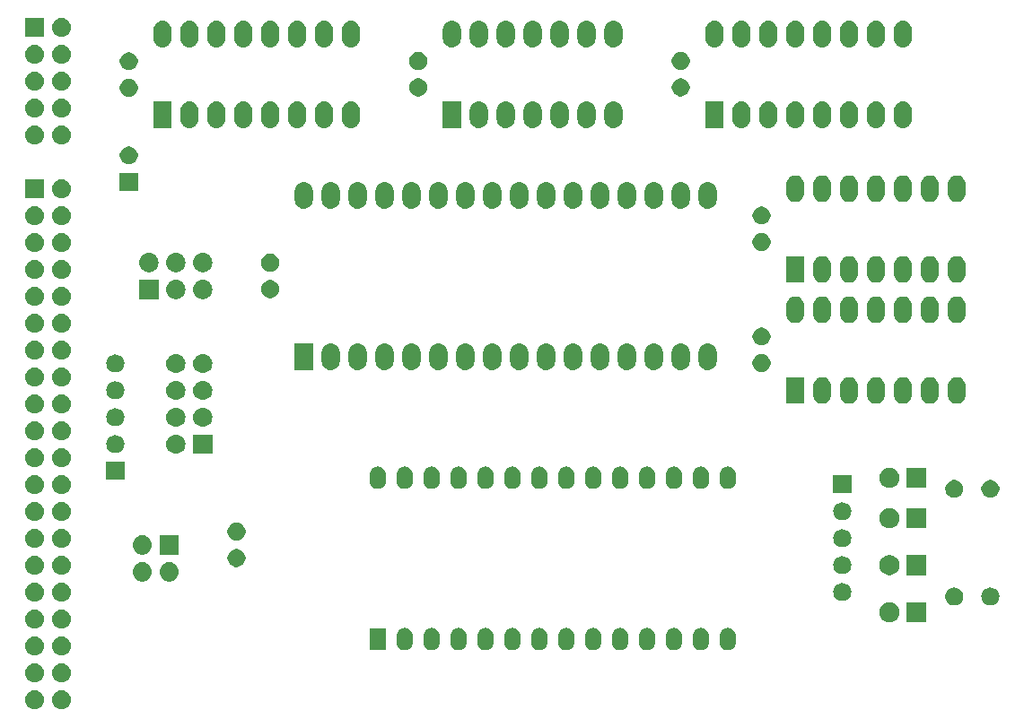
<source format=gbr>
G04 #@! TF.GenerationSoftware,KiCad,Pcbnew,(5.1.4)-1*
G04 #@! TF.CreationDate,2021-09-17T15:34:01+03:00*
G04 #@! TF.ProjectId,MEM,4d454d2e-6b69-4636-9164-5f7063625858,rev?*
G04 #@! TF.SameCoordinates,Original*
G04 #@! TF.FileFunction,Soldermask,Bot*
G04 #@! TF.FilePolarity,Negative*
%FSLAX46Y46*%
G04 Gerber Fmt 4.6, Leading zero omitted, Abs format (unit mm)*
G04 Created by KiCad (PCBNEW (5.1.4)-1) date 2021-09-17 15:34:01*
%MOMM*%
%LPD*%
G04 APERTURE LIST*
%ADD10C,0.100000*%
G04 APERTURE END LIST*
D10*
G36*
X105520442Y-121660518D02*
G01*
X105586627Y-121667037D01*
X105756466Y-121718557D01*
X105912991Y-121802222D01*
X105948729Y-121831552D01*
X106050186Y-121914814D01*
X106133448Y-122016271D01*
X106162778Y-122052009D01*
X106246443Y-122208534D01*
X106297963Y-122378373D01*
X106315359Y-122555000D01*
X106297963Y-122731627D01*
X106246443Y-122901466D01*
X106162778Y-123057991D01*
X106133448Y-123093729D01*
X106050186Y-123195186D01*
X105948729Y-123278448D01*
X105912991Y-123307778D01*
X105756466Y-123391443D01*
X105586627Y-123442963D01*
X105520442Y-123449482D01*
X105454260Y-123456000D01*
X105365740Y-123456000D01*
X105299558Y-123449482D01*
X105233373Y-123442963D01*
X105063534Y-123391443D01*
X104907009Y-123307778D01*
X104871271Y-123278448D01*
X104769814Y-123195186D01*
X104686552Y-123093729D01*
X104657222Y-123057991D01*
X104573557Y-122901466D01*
X104522037Y-122731627D01*
X104504641Y-122555000D01*
X104522037Y-122378373D01*
X104573557Y-122208534D01*
X104657222Y-122052009D01*
X104686552Y-122016271D01*
X104769814Y-121914814D01*
X104871271Y-121831552D01*
X104907009Y-121802222D01*
X105063534Y-121718557D01*
X105233373Y-121667037D01*
X105299558Y-121660518D01*
X105365740Y-121654000D01*
X105454260Y-121654000D01*
X105520442Y-121660518D01*
X105520442Y-121660518D01*
G37*
G36*
X102980442Y-121660518D02*
G01*
X103046627Y-121667037D01*
X103216466Y-121718557D01*
X103372991Y-121802222D01*
X103408729Y-121831552D01*
X103510186Y-121914814D01*
X103593448Y-122016271D01*
X103622778Y-122052009D01*
X103706443Y-122208534D01*
X103757963Y-122378373D01*
X103775359Y-122555000D01*
X103757963Y-122731627D01*
X103706443Y-122901466D01*
X103622778Y-123057991D01*
X103593448Y-123093729D01*
X103510186Y-123195186D01*
X103408729Y-123278448D01*
X103372991Y-123307778D01*
X103216466Y-123391443D01*
X103046627Y-123442963D01*
X102980442Y-123449482D01*
X102914260Y-123456000D01*
X102825740Y-123456000D01*
X102759558Y-123449482D01*
X102693373Y-123442963D01*
X102523534Y-123391443D01*
X102367009Y-123307778D01*
X102331271Y-123278448D01*
X102229814Y-123195186D01*
X102146552Y-123093729D01*
X102117222Y-123057991D01*
X102033557Y-122901466D01*
X101982037Y-122731627D01*
X101964641Y-122555000D01*
X101982037Y-122378373D01*
X102033557Y-122208534D01*
X102117222Y-122052009D01*
X102146552Y-122016271D01*
X102229814Y-121914814D01*
X102331271Y-121831552D01*
X102367009Y-121802222D01*
X102523534Y-121718557D01*
X102693373Y-121667037D01*
X102759558Y-121660518D01*
X102825740Y-121654000D01*
X102914260Y-121654000D01*
X102980442Y-121660518D01*
X102980442Y-121660518D01*
G37*
G36*
X105520443Y-119120519D02*
G01*
X105586627Y-119127037D01*
X105756466Y-119178557D01*
X105912991Y-119262222D01*
X105948729Y-119291552D01*
X106050186Y-119374814D01*
X106133448Y-119476271D01*
X106162778Y-119512009D01*
X106246443Y-119668534D01*
X106297963Y-119838373D01*
X106315359Y-120015000D01*
X106297963Y-120191627D01*
X106246443Y-120361466D01*
X106162778Y-120517991D01*
X106133448Y-120553729D01*
X106050186Y-120655186D01*
X105948729Y-120738448D01*
X105912991Y-120767778D01*
X105756466Y-120851443D01*
X105586627Y-120902963D01*
X105520442Y-120909482D01*
X105454260Y-120916000D01*
X105365740Y-120916000D01*
X105299558Y-120909482D01*
X105233373Y-120902963D01*
X105063534Y-120851443D01*
X104907009Y-120767778D01*
X104871271Y-120738448D01*
X104769814Y-120655186D01*
X104686552Y-120553729D01*
X104657222Y-120517991D01*
X104573557Y-120361466D01*
X104522037Y-120191627D01*
X104504641Y-120015000D01*
X104522037Y-119838373D01*
X104573557Y-119668534D01*
X104657222Y-119512009D01*
X104686552Y-119476271D01*
X104769814Y-119374814D01*
X104871271Y-119291552D01*
X104907009Y-119262222D01*
X105063534Y-119178557D01*
X105233373Y-119127037D01*
X105299557Y-119120519D01*
X105365740Y-119114000D01*
X105454260Y-119114000D01*
X105520443Y-119120519D01*
X105520443Y-119120519D01*
G37*
G36*
X102980443Y-119120519D02*
G01*
X103046627Y-119127037D01*
X103216466Y-119178557D01*
X103372991Y-119262222D01*
X103408729Y-119291552D01*
X103510186Y-119374814D01*
X103593448Y-119476271D01*
X103622778Y-119512009D01*
X103706443Y-119668534D01*
X103757963Y-119838373D01*
X103775359Y-120015000D01*
X103757963Y-120191627D01*
X103706443Y-120361466D01*
X103622778Y-120517991D01*
X103593448Y-120553729D01*
X103510186Y-120655186D01*
X103408729Y-120738448D01*
X103372991Y-120767778D01*
X103216466Y-120851443D01*
X103046627Y-120902963D01*
X102980442Y-120909482D01*
X102914260Y-120916000D01*
X102825740Y-120916000D01*
X102759558Y-120909482D01*
X102693373Y-120902963D01*
X102523534Y-120851443D01*
X102367009Y-120767778D01*
X102331271Y-120738448D01*
X102229814Y-120655186D01*
X102146552Y-120553729D01*
X102117222Y-120517991D01*
X102033557Y-120361466D01*
X101982037Y-120191627D01*
X101964641Y-120015000D01*
X101982037Y-119838373D01*
X102033557Y-119668534D01*
X102117222Y-119512009D01*
X102146552Y-119476271D01*
X102229814Y-119374814D01*
X102331271Y-119291552D01*
X102367009Y-119262222D01*
X102523534Y-119178557D01*
X102693373Y-119127037D01*
X102759557Y-119120519D01*
X102825740Y-119114000D01*
X102914260Y-119114000D01*
X102980443Y-119120519D01*
X102980443Y-119120519D01*
G37*
G36*
X102980443Y-116580519D02*
G01*
X103046627Y-116587037D01*
X103216466Y-116638557D01*
X103372991Y-116722222D01*
X103408729Y-116751552D01*
X103510186Y-116834814D01*
X103593448Y-116936271D01*
X103622778Y-116972009D01*
X103706443Y-117128534D01*
X103757963Y-117298373D01*
X103775359Y-117475000D01*
X103757963Y-117651627D01*
X103706443Y-117821466D01*
X103622778Y-117977991D01*
X103593448Y-118013729D01*
X103510186Y-118115186D01*
X103408729Y-118198448D01*
X103372991Y-118227778D01*
X103216466Y-118311443D01*
X103046627Y-118362963D01*
X102980442Y-118369482D01*
X102914260Y-118376000D01*
X102825740Y-118376000D01*
X102759558Y-118369482D01*
X102693373Y-118362963D01*
X102523534Y-118311443D01*
X102367009Y-118227778D01*
X102331271Y-118198448D01*
X102229814Y-118115186D01*
X102146552Y-118013729D01*
X102117222Y-117977991D01*
X102033557Y-117821466D01*
X101982037Y-117651627D01*
X101964641Y-117475000D01*
X101982037Y-117298373D01*
X102033557Y-117128534D01*
X102117222Y-116972009D01*
X102146552Y-116936271D01*
X102229814Y-116834814D01*
X102331271Y-116751552D01*
X102367009Y-116722222D01*
X102523534Y-116638557D01*
X102693373Y-116587037D01*
X102759557Y-116580519D01*
X102825740Y-116574000D01*
X102914260Y-116574000D01*
X102980443Y-116580519D01*
X102980443Y-116580519D01*
G37*
G36*
X105520443Y-116580519D02*
G01*
X105586627Y-116587037D01*
X105756466Y-116638557D01*
X105912991Y-116722222D01*
X105948729Y-116751552D01*
X106050186Y-116834814D01*
X106133448Y-116936271D01*
X106162778Y-116972009D01*
X106246443Y-117128534D01*
X106297963Y-117298373D01*
X106315359Y-117475000D01*
X106297963Y-117651627D01*
X106246443Y-117821466D01*
X106162778Y-117977991D01*
X106133448Y-118013729D01*
X106050186Y-118115186D01*
X105948729Y-118198448D01*
X105912991Y-118227778D01*
X105756466Y-118311443D01*
X105586627Y-118362963D01*
X105520442Y-118369482D01*
X105454260Y-118376000D01*
X105365740Y-118376000D01*
X105299558Y-118369482D01*
X105233373Y-118362963D01*
X105063534Y-118311443D01*
X104907009Y-118227778D01*
X104871271Y-118198448D01*
X104769814Y-118115186D01*
X104686552Y-118013729D01*
X104657222Y-117977991D01*
X104573557Y-117821466D01*
X104522037Y-117651627D01*
X104504641Y-117475000D01*
X104522037Y-117298373D01*
X104573557Y-117128534D01*
X104657222Y-116972009D01*
X104686552Y-116936271D01*
X104769814Y-116834814D01*
X104871271Y-116751552D01*
X104907009Y-116722222D01*
X105063534Y-116638557D01*
X105233373Y-116587037D01*
X105299557Y-116580519D01*
X105365740Y-116574000D01*
X105454260Y-116574000D01*
X105520443Y-116580519D01*
X105520443Y-116580519D01*
G37*
G36*
X143026141Y-115800156D02*
G01*
X143171475Y-115844243D01*
X143171478Y-115844244D01*
X143305415Y-115915835D01*
X143305417Y-115915836D01*
X143305416Y-115915836D01*
X143422817Y-116012183D01*
X143501887Y-116108531D01*
X143519165Y-116129584D01*
X143590756Y-116263521D01*
X143590756Y-116263522D01*
X143590757Y-116263524D01*
X143634844Y-116408858D01*
X143646000Y-116522128D01*
X143646000Y-117157872D01*
X143634844Y-117271142D01*
X143590757Y-117416476D01*
X143590756Y-117416479D01*
X143519165Y-117550416D01*
X143422817Y-117667817D01*
X143305416Y-117764165D01*
X143171479Y-117835756D01*
X143171476Y-117835757D01*
X143026142Y-117879844D01*
X142875000Y-117894730D01*
X142723859Y-117879844D01*
X142578525Y-117835757D01*
X142578522Y-117835756D01*
X142444585Y-117764165D01*
X142327184Y-117667817D01*
X142230837Y-117550418D01*
X142159243Y-117416477D01*
X142144547Y-117368031D01*
X142115156Y-117271142D01*
X142104000Y-117157872D01*
X142104000Y-116522129D01*
X142115156Y-116408859D01*
X142159243Y-116263525D01*
X142159244Y-116263522D01*
X142230835Y-116129585D01*
X142245486Y-116111732D01*
X142327183Y-116012183D01*
X142444583Y-115915836D01*
X142444582Y-115915836D01*
X142444584Y-115915835D01*
X142578521Y-115844244D01*
X142578524Y-115844243D01*
X142723858Y-115800156D01*
X142875000Y-115785270D01*
X143026141Y-115800156D01*
X143026141Y-115800156D01*
G37*
G36*
X137946141Y-115800156D02*
G01*
X138091475Y-115844243D01*
X138091478Y-115844244D01*
X138225415Y-115915835D01*
X138225417Y-115915836D01*
X138225416Y-115915836D01*
X138342817Y-116012183D01*
X138421887Y-116108531D01*
X138439165Y-116129584D01*
X138510756Y-116263521D01*
X138510756Y-116263522D01*
X138510757Y-116263524D01*
X138554844Y-116408858D01*
X138566000Y-116522128D01*
X138566000Y-117157872D01*
X138554844Y-117271142D01*
X138510757Y-117416476D01*
X138510756Y-117416479D01*
X138439165Y-117550416D01*
X138342817Y-117667817D01*
X138225416Y-117764165D01*
X138091479Y-117835756D01*
X138091476Y-117835757D01*
X137946142Y-117879844D01*
X137795000Y-117894730D01*
X137643859Y-117879844D01*
X137498525Y-117835757D01*
X137498522Y-117835756D01*
X137364585Y-117764165D01*
X137247184Y-117667817D01*
X137150837Y-117550418D01*
X137079243Y-117416477D01*
X137064547Y-117368031D01*
X137035156Y-117271142D01*
X137024000Y-117157872D01*
X137024000Y-116522129D01*
X137035156Y-116408859D01*
X137079243Y-116263525D01*
X137079244Y-116263522D01*
X137150835Y-116129585D01*
X137165486Y-116111732D01*
X137247183Y-116012183D01*
X137364583Y-115915836D01*
X137364582Y-115915836D01*
X137364584Y-115915835D01*
X137498521Y-115844244D01*
X137498524Y-115844243D01*
X137643858Y-115800156D01*
X137795000Y-115785270D01*
X137946141Y-115800156D01*
X137946141Y-115800156D01*
G37*
G36*
X140486141Y-115800156D02*
G01*
X140631475Y-115844243D01*
X140631478Y-115844244D01*
X140765415Y-115915835D01*
X140765417Y-115915836D01*
X140765416Y-115915836D01*
X140882817Y-116012183D01*
X140961887Y-116108531D01*
X140979165Y-116129584D01*
X141050756Y-116263521D01*
X141050756Y-116263522D01*
X141050757Y-116263524D01*
X141094844Y-116408858D01*
X141106000Y-116522128D01*
X141106000Y-117157872D01*
X141094844Y-117271142D01*
X141050757Y-117416476D01*
X141050756Y-117416479D01*
X140979165Y-117550416D01*
X140882817Y-117667817D01*
X140765416Y-117764165D01*
X140631479Y-117835756D01*
X140631476Y-117835757D01*
X140486142Y-117879844D01*
X140335000Y-117894730D01*
X140183859Y-117879844D01*
X140038525Y-117835757D01*
X140038522Y-117835756D01*
X139904585Y-117764165D01*
X139787184Y-117667817D01*
X139690837Y-117550418D01*
X139619243Y-117416477D01*
X139604547Y-117368031D01*
X139575156Y-117271142D01*
X139564000Y-117157872D01*
X139564000Y-116522129D01*
X139575156Y-116408859D01*
X139619243Y-116263525D01*
X139619244Y-116263522D01*
X139690835Y-116129585D01*
X139705486Y-116111732D01*
X139787183Y-116012183D01*
X139904583Y-115915836D01*
X139904582Y-115915836D01*
X139904584Y-115915835D01*
X140038521Y-115844244D01*
X140038524Y-115844243D01*
X140183858Y-115800156D01*
X140335000Y-115785270D01*
X140486141Y-115800156D01*
X140486141Y-115800156D01*
G37*
G36*
X145566141Y-115800156D02*
G01*
X145711475Y-115844243D01*
X145711478Y-115844244D01*
X145845415Y-115915835D01*
X145845417Y-115915836D01*
X145845416Y-115915836D01*
X145962817Y-116012183D01*
X146041887Y-116108531D01*
X146059165Y-116129584D01*
X146130756Y-116263521D01*
X146130756Y-116263522D01*
X146130757Y-116263524D01*
X146174844Y-116408858D01*
X146186000Y-116522128D01*
X146186000Y-117157872D01*
X146174844Y-117271142D01*
X146130757Y-117416476D01*
X146130756Y-117416479D01*
X146059165Y-117550416D01*
X145962817Y-117667817D01*
X145845416Y-117764165D01*
X145711479Y-117835756D01*
X145711476Y-117835757D01*
X145566142Y-117879844D01*
X145415000Y-117894730D01*
X145263859Y-117879844D01*
X145118525Y-117835757D01*
X145118522Y-117835756D01*
X144984585Y-117764165D01*
X144867184Y-117667817D01*
X144770837Y-117550418D01*
X144699243Y-117416477D01*
X144684547Y-117368031D01*
X144655156Y-117271142D01*
X144644000Y-117157872D01*
X144644000Y-116522129D01*
X144655156Y-116408859D01*
X144699243Y-116263525D01*
X144699244Y-116263522D01*
X144770835Y-116129585D01*
X144785486Y-116111732D01*
X144867183Y-116012183D01*
X144984583Y-115915836D01*
X144984582Y-115915836D01*
X144984584Y-115915835D01*
X145118521Y-115844244D01*
X145118524Y-115844243D01*
X145263858Y-115800156D01*
X145415000Y-115785270D01*
X145566141Y-115800156D01*
X145566141Y-115800156D01*
G37*
G36*
X148106141Y-115800156D02*
G01*
X148251475Y-115844243D01*
X148251478Y-115844244D01*
X148385415Y-115915835D01*
X148385417Y-115915836D01*
X148385416Y-115915836D01*
X148502817Y-116012183D01*
X148581887Y-116108531D01*
X148599165Y-116129584D01*
X148670756Y-116263521D01*
X148670756Y-116263522D01*
X148670757Y-116263524D01*
X148714844Y-116408858D01*
X148726000Y-116522128D01*
X148726000Y-117157872D01*
X148714844Y-117271142D01*
X148670757Y-117416476D01*
X148670756Y-117416479D01*
X148599165Y-117550416D01*
X148502817Y-117667817D01*
X148385416Y-117764165D01*
X148251479Y-117835756D01*
X148251476Y-117835757D01*
X148106142Y-117879844D01*
X147955000Y-117894730D01*
X147803859Y-117879844D01*
X147658525Y-117835757D01*
X147658522Y-117835756D01*
X147524585Y-117764165D01*
X147407184Y-117667817D01*
X147310837Y-117550418D01*
X147239243Y-117416477D01*
X147224547Y-117368031D01*
X147195156Y-117271142D01*
X147184000Y-117157872D01*
X147184000Y-116522129D01*
X147195156Y-116408859D01*
X147239243Y-116263525D01*
X147239244Y-116263522D01*
X147310835Y-116129585D01*
X147325486Y-116111732D01*
X147407183Y-116012183D01*
X147524583Y-115915836D01*
X147524582Y-115915836D01*
X147524584Y-115915835D01*
X147658521Y-115844244D01*
X147658524Y-115844243D01*
X147803858Y-115800156D01*
X147955000Y-115785270D01*
X148106141Y-115800156D01*
X148106141Y-115800156D01*
G37*
G36*
X155726141Y-115800156D02*
G01*
X155871475Y-115844243D01*
X155871478Y-115844244D01*
X156005415Y-115915835D01*
X156005417Y-115915836D01*
X156005416Y-115915836D01*
X156122817Y-116012183D01*
X156201887Y-116108531D01*
X156219165Y-116129584D01*
X156290756Y-116263521D01*
X156290756Y-116263522D01*
X156290757Y-116263524D01*
X156334844Y-116408858D01*
X156346000Y-116522128D01*
X156346000Y-117157872D01*
X156334844Y-117271142D01*
X156290757Y-117416476D01*
X156290756Y-117416479D01*
X156219165Y-117550416D01*
X156122817Y-117667817D01*
X156005416Y-117764165D01*
X155871479Y-117835756D01*
X155871476Y-117835757D01*
X155726142Y-117879844D01*
X155575000Y-117894730D01*
X155423859Y-117879844D01*
X155278525Y-117835757D01*
X155278522Y-117835756D01*
X155144585Y-117764165D01*
X155027184Y-117667817D01*
X154930837Y-117550418D01*
X154859243Y-117416477D01*
X154844547Y-117368031D01*
X154815156Y-117271142D01*
X154804000Y-117157872D01*
X154804000Y-116522129D01*
X154815156Y-116408859D01*
X154859243Y-116263525D01*
X154859244Y-116263522D01*
X154930835Y-116129585D01*
X154945486Y-116111732D01*
X155027183Y-116012183D01*
X155144583Y-115915836D01*
X155144582Y-115915836D01*
X155144584Y-115915835D01*
X155278521Y-115844244D01*
X155278524Y-115844243D01*
X155423858Y-115800156D01*
X155575000Y-115785270D01*
X155726141Y-115800156D01*
X155726141Y-115800156D01*
G37*
G36*
X160806141Y-115800156D02*
G01*
X160951475Y-115844243D01*
X160951478Y-115844244D01*
X161085415Y-115915835D01*
X161085417Y-115915836D01*
X161085416Y-115915836D01*
X161202817Y-116012183D01*
X161281887Y-116108531D01*
X161299165Y-116129584D01*
X161370756Y-116263521D01*
X161370756Y-116263522D01*
X161370757Y-116263524D01*
X161414844Y-116408858D01*
X161426000Y-116522128D01*
X161426000Y-117157872D01*
X161414844Y-117271142D01*
X161370757Y-117416476D01*
X161370756Y-117416479D01*
X161299165Y-117550416D01*
X161202817Y-117667817D01*
X161085416Y-117764165D01*
X160951479Y-117835756D01*
X160951476Y-117835757D01*
X160806142Y-117879844D01*
X160655000Y-117894730D01*
X160503859Y-117879844D01*
X160358525Y-117835757D01*
X160358522Y-117835756D01*
X160224585Y-117764165D01*
X160107184Y-117667817D01*
X160010837Y-117550418D01*
X159939243Y-117416477D01*
X159924547Y-117368031D01*
X159895156Y-117271142D01*
X159884000Y-117157872D01*
X159884000Y-116522129D01*
X159895156Y-116408859D01*
X159939243Y-116263525D01*
X159939244Y-116263522D01*
X160010835Y-116129585D01*
X160025486Y-116111732D01*
X160107183Y-116012183D01*
X160224583Y-115915836D01*
X160224582Y-115915836D01*
X160224584Y-115915835D01*
X160358521Y-115844244D01*
X160358524Y-115844243D01*
X160503858Y-115800156D01*
X160655000Y-115785270D01*
X160806141Y-115800156D01*
X160806141Y-115800156D01*
G37*
G36*
X153186141Y-115800156D02*
G01*
X153331475Y-115844243D01*
X153331478Y-115844244D01*
X153465415Y-115915835D01*
X153465417Y-115915836D01*
X153465416Y-115915836D01*
X153582817Y-116012183D01*
X153661887Y-116108531D01*
X153679165Y-116129584D01*
X153750756Y-116263521D01*
X153750756Y-116263522D01*
X153750757Y-116263524D01*
X153794844Y-116408858D01*
X153806000Y-116522128D01*
X153806000Y-117157872D01*
X153794844Y-117271142D01*
X153750757Y-117416476D01*
X153750756Y-117416479D01*
X153679165Y-117550416D01*
X153582817Y-117667817D01*
X153465416Y-117764165D01*
X153331479Y-117835756D01*
X153331476Y-117835757D01*
X153186142Y-117879844D01*
X153035000Y-117894730D01*
X152883859Y-117879844D01*
X152738525Y-117835757D01*
X152738522Y-117835756D01*
X152604585Y-117764165D01*
X152487184Y-117667817D01*
X152390837Y-117550418D01*
X152319243Y-117416477D01*
X152304547Y-117368031D01*
X152275156Y-117271142D01*
X152264000Y-117157872D01*
X152264000Y-116522129D01*
X152275156Y-116408859D01*
X152319243Y-116263525D01*
X152319244Y-116263522D01*
X152390835Y-116129585D01*
X152405486Y-116111732D01*
X152487183Y-116012183D01*
X152604583Y-115915836D01*
X152604582Y-115915836D01*
X152604584Y-115915835D01*
X152738521Y-115844244D01*
X152738524Y-115844243D01*
X152883858Y-115800156D01*
X153035000Y-115785270D01*
X153186141Y-115800156D01*
X153186141Y-115800156D01*
G37*
G36*
X163346141Y-115800156D02*
G01*
X163491475Y-115844243D01*
X163491478Y-115844244D01*
X163625415Y-115915835D01*
X163625417Y-115915836D01*
X163625416Y-115915836D01*
X163742817Y-116012183D01*
X163821887Y-116108531D01*
X163839165Y-116129584D01*
X163910756Y-116263521D01*
X163910756Y-116263522D01*
X163910757Y-116263524D01*
X163954844Y-116408858D01*
X163966000Y-116522128D01*
X163966000Y-117157872D01*
X163954844Y-117271142D01*
X163910757Y-117416476D01*
X163910756Y-117416479D01*
X163839165Y-117550416D01*
X163742817Y-117667817D01*
X163625416Y-117764165D01*
X163491479Y-117835756D01*
X163491476Y-117835757D01*
X163346142Y-117879844D01*
X163195000Y-117894730D01*
X163043859Y-117879844D01*
X162898525Y-117835757D01*
X162898522Y-117835756D01*
X162764585Y-117764165D01*
X162647184Y-117667817D01*
X162550837Y-117550418D01*
X162479243Y-117416477D01*
X162464547Y-117368031D01*
X162435156Y-117271142D01*
X162424000Y-117157872D01*
X162424000Y-116522129D01*
X162435156Y-116408859D01*
X162479243Y-116263525D01*
X162479244Y-116263522D01*
X162550835Y-116129585D01*
X162565486Y-116111732D01*
X162647183Y-116012183D01*
X162764583Y-115915836D01*
X162764582Y-115915836D01*
X162764584Y-115915835D01*
X162898521Y-115844244D01*
X162898524Y-115844243D01*
X163043858Y-115800156D01*
X163195000Y-115785270D01*
X163346141Y-115800156D01*
X163346141Y-115800156D01*
G37*
G36*
X150646141Y-115800156D02*
G01*
X150791475Y-115844243D01*
X150791478Y-115844244D01*
X150925415Y-115915835D01*
X150925417Y-115915836D01*
X150925416Y-115915836D01*
X151042817Y-116012183D01*
X151121887Y-116108531D01*
X151139165Y-116129584D01*
X151210756Y-116263521D01*
X151210756Y-116263522D01*
X151210757Y-116263524D01*
X151254844Y-116408858D01*
X151266000Y-116522128D01*
X151266000Y-117157872D01*
X151254844Y-117271142D01*
X151210757Y-117416476D01*
X151210756Y-117416479D01*
X151139165Y-117550416D01*
X151042817Y-117667817D01*
X150925416Y-117764165D01*
X150791479Y-117835756D01*
X150791476Y-117835757D01*
X150646142Y-117879844D01*
X150495000Y-117894730D01*
X150343859Y-117879844D01*
X150198525Y-117835757D01*
X150198522Y-117835756D01*
X150064585Y-117764165D01*
X149947184Y-117667817D01*
X149850837Y-117550418D01*
X149779243Y-117416477D01*
X149764547Y-117368031D01*
X149735156Y-117271142D01*
X149724000Y-117157872D01*
X149724000Y-116522129D01*
X149735156Y-116408859D01*
X149779243Y-116263525D01*
X149779244Y-116263522D01*
X149850835Y-116129585D01*
X149865486Y-116111732D01*
X149947183Y-116012183D01*
X150064583Y-115915836D01*
X150064582Y-115915836D01*
X150064584Y-115915835D01*
X150198521Y-115844244D01*
X150198524Y-115844243D01*
X150343858Y-115800156D01*
X150495000Y-115785270D01*
X150646141Y-115800156D01*
X150646141Y-115800156D01*
G37*
G36*
X165886141Y-115800156D02*
G01*
X166031475Y-115844243D01*
X166031478Y-115844244D01*
X166165415Y-115915835D01*
X166165417Y-115915836D01*
X166165416Y-115915836D01*
X166282817Y-116012183D01*
X166361887Y-116108531D01*
X166379165Y-116129584D01*
X166450756Y-116263521D01*
X166450756Y-116263522D01*
X166450757Y-116263524D01*
X166494844Y-116408858D01*
X166506000Y-116522128D01*
X166506000Y-117157872D01*
X166494844Y-117271142D01*
X166450757Y-117416476D01*
X166450756Y-117416479D01*
X166379165Y-117550416D01*
X166282817Y-117667817D01*
X166165416Y-117764165D01*
X166031479Y-117835756D01*
X166031476Y-117835757D01*
X165886142Y-117879844D01*
X165735000Y-117894730D01*
X165583859Y-117879844D01*
X165438525Y-117835757D01*
X165438522Y-117835756D01*
X165304585Y-117764165D01*
X165187184Y-117667817D01*
X165090837Y-117550418D01*
X165019243Y-117416477D01*
X165004547Y-117368031D01*
X164975156Y-117271142D01*
X164964000Y-117157872D01*
X164964000Y-116522129D01*
X164975156Y-116408859D01*
X165019243Y-116263525D01*
X165019244Y-116263522D01*
X165090835Y-116129585D01*
X165105486Y-116111732D01*
X165187183Y-116012183D01*
X165304583Y-115915836D01*
X165304582Y-115915836D01*
X165304584Y-115915835D01*
X165438521Y-115844244D01*
X165438524Y-115844243D01*
X165583858Y-115800156D01*
X165735000Y-115785270D01*
X165886141Y-115800156D01*
X165886141Y-115800156D01*
G37*
G36*
X168426141Y-115800156D02*
G01*
X168571475Y-115844243D01*
X168571478Y-115844244D01*
X168705415Y-115915835D01*
X168705417Y-115915836D01*
X168705416Y-115915836D01*
X168822817Y-116012183D01*
X168901887Y-116108531D01*
X168919165Y-116129584D01*
X168990756Y-116263521D01*
X168990756Y-116263522D01*
X168990757Y-116263524D01*
X169034844Y-116408858D01*
X169046000Y-116522128D01*
X169046000Y-117157872D01*
X169034844Y-117271142D01*
X168990757Y-117416476D01*
X168990756Y-117416479D01*
X168919165Y-117550416D01*
X168822817Y-117667817D01*
X168705416Y-117764165D01*
X168571479Y-117835756D01*
X168571476Y-117835757D01*
X168426142Y-117879844D01*
X168275000Y-117894730D01*
X168123859Y-117879844D01*
X167978525Y-117835757D01*
X167978522Y-117835756D01*
X167844585Y-117764165D01*
X167727184Y-117667817D01*
X167630837Y-117550418D01*
X167559243Y-117416477D01*
X167544547Y-117368031D01*
X167515156Y-117271142D01*
X167504000Y-117157872D01*
X167504000Y-116522129D01*
X167515156Y-116408859D01*
X167559243Y-116263525D01*
X167559244Y-116263522D01*
X167630835Y-116129585D01*
X167645486Y-116111732D01*
X167727183Y-116012183D01*
X167844583Y-115915836D01*
X167844582Y-115915836D01*
X167844584Y-115915835D01*
X167978521Y-115844244D01*
X167978524Y-115844243D01*
X168123858Y-115800156D01*
X168275000Y-115785270D01*
X168426141Y-115800156D01*
X168426141Y-115800156D01*
G37*
G36*
X158266141Y-115800156D02*
G01*
X158411475Y-115844243D01*
X158411478Y-115844244D01*
X158545415Y-115915835D01*
X158545417Y-115915836D01*
X158545416Y-115915836D01*
X158662817Y-116012183D01*
X158741887Y-116108531D01*
X158759165Y-116129584D01*
X158830756Y-116263521D01*
X158830756Y-116263522D01*
X158830757Y-116263524D01*
X158874844Y-116408858D01*
X158886000Y-116522128D01*
X158886000Y-117157872D01*
X158874844Y-117271142D01*
X158830757Y-117416476D01*
X158830756Y-117416479D01*
X158759165Y-117550416D01*
X158662817Y-117667817D01*
X158545416Y-117764165D01*
X158411479Y-117835756D01*
X158411476Y-117835757D01*
X158266142Y-117879844D01*
X158115000Y-117894730D01*
X157963859Y-117879844D01*
X157818525Y-117835757D01*
X157818522Y-117835756D01*
X157684585Y-117764165D01*
X157567184Y-117667817D01*
X157470837Y-117550418D01*
X157399243Y-117416477D01*
X157384547Y-117368031D01*
X157355156Y-117271142D01*
X157344000Y-117157872D01*
X157344000Y-116522129D01*
X157355156Y-116408859D01*
X157399243Y-116263525D01*
X157399244Y-116263522D01*
X157470835Y-116129585D01*
X157485486Y-116111732D01*
X157567183Y-116012183D01*
X157684583Y-115915836D01*
X157684582Y-115915836D01*
X157684584Y-115915835D01*
X157818521Y-115844244D01*
X157818524Y-115844243D01*
X157963858Y-115800156D01*
X158115000Y-115785270D01*
X158266141Y-115800156D01*
X158266141Y-115800156D01*
G37*
G36*
X136026000Y-117891000D02*
G01*
X134484000Y-117891000D01*
X134484000Y-115789000D01*
X136026000Y-115789000D01*
X136026000Y-117891000D01*
X136026000Y-117891000D01*
G37*
G36*
X105520442Y-114040518D02*
G01*
X105586627Y-114047037D01*
X105756466Y-114098557D01*
X105912991Y-114182222D01*
X105948729Y-114211552D01*
X106050186Y-114294814D01*
X106131310Y-114393665D01*
X106162778Y-114432009D01*
X106246443Y-114588534D01*
X106297963Y-114758373D01*
X106315359Y-114935000D01*
X106297963Y-115111627D01*
X106246443Y-115281466D01*
X106162778Y-115437991D01*
X106133448Y-115473729D01*
X106050186Y-115575186D01*
X105948729Y-115658448D01*
X105912991Y-115687778D01*
X105756466Y-115771443D01*
X105586627Y-115822963D01*
X105520443Y-115829481D01*
X105454260Y-115836000D01*
X105365740Y-115836000D01*
X105299557Y-115829481D01*
X105233373Y-115822963D01*
X105063534Y-115771443D01*
X104907009Y-115687778D01*
X104871271Y-115658448D01*
X104769814Y-115575186D01*
X104686552Y-115473729D01*
X104657222Y-115437991D01*
X104573557Y-115281466D01*
X104522037Y-115111627D01*
X104504641Y-114935000D01*
X104522037Y-114758373D01*
X104573557Y-114588534D01*
X104657222Y-114432009D01*
X104688690Y-114393665D01*
X104769814Y-114294814D01*
X104871271Y-114211552D01*
X104907009Y-114182222D01*
X105063534Y-114098557D01*
X105233373Y-114047037D01*
X105299558Y-114040518D01*
X105365740Y-114034000D01*
X105454260Y-114034000D01*
X105520442Y-114040518D01*
X105520442Y-114040518D01*
G37*
G36*
X102980442Y-114040518D02*
G01*
X103046627Y-114047037D01*
X103216466Y-114098557D01*
X103372991Y-114182222D01*
X103408729Y-114211552D01*
X103510186Y-114294814D01*
X103591310Y-114393665D01*
X103622778Y-114432009D01*
X103706443Y-114588534D01*
X103757963Y-114758373D01*
X103775359Y-114935000D01*
X103757963Y-115111627D01*
X103706443Y-115281466D01*
X103622778Y-115437991D01*
X103593448Y-115473729D01*
X103510186Y-115575186D01*
X103408729Y-115658448D01*
X103372991Y-115687778D01*
X103216466Y-115771443D01*
X103046627Y-115822963D01*
X102980443Y-115829481D01*
X102914260Y-115836000D01*
X102825740Y-115836000D01*
X102759557Y-115829481D01*
X102693373Y-115822963D01*
X102523534Y-115771443D01*
X102367009Y-115687778D01*
X102331271Y-115658448D01*
X102229814Y-115575186D01*
X102146552Y-115473729D01*
X102117222Y-115437991D01*
X102033557Y-115281466D01*
X101982037Y-115111627D01*
X101964641Y-114935000D01*
X101982037Y-114758373D01*
X102033557Y-114588534D01*
X102117222Y-114432009D01*
X102148690Y-114393665D01*
X102229814Y-114294814D01*
X102331271Y-114211552D01*
X102367009Y-114182222D01*
X102523534Y-114098557D01*
X102693373Y-114047037D01*
X102759558Y-114040518D01*
X102825740Y-114034000D01*
X102914260Y-114034000D01*
X102980442Y-114040518D01*
X102980442Y-114040518D01*
G37*
G36*
X183792395Y-113385546D02*
G01*
X183965466Y-113457234D01*
X183965467Y-113457235D01*
X184121227Y-113561310D01*
X184253690Y-113693773D01*
X184253691Y-113693775D01*
X184357766Y-113849534D01*
X184429454Y-114022605D01*
X184466000Y-114206333D01*
X184466000Y-114393667D01*
X184429454Y-114577395D01*
X184357766Y-114750466D01*
X184352481Y-114758375D01*
X184253690Y-114906227D01*
X184121227Y-115038690D01*
X184042818Y-115091081D01*
X183965466Y-115142766D01*
X183792395Y-115214454D01*
X183608667Y-115251000D01*
X183421333Y-115251000D01*
X183237605Y-115214454D01*
X183064534Y-115142766D01*
X182987182Y-115091081D01*
X182908773Y-115038690D01*
X182776310Y-114906227D01*
X182677519Y-114758375D01*
X182672234Y-114750466D01*
X182600546Y-114577395D01*
X182564000Y-114393667D01*
X182564000Y-114206333D01*
X182600546Y-114022605D01*
X182672234Y-113849534D01*
X182776309Y-113693775D01*
X182776310Y-113693773D01*
X182908773Y-113561310D01*
X183064533Y-113457235D01*
X183064534Y-113457234D01*
X183237605Y-113385546D01*
X183421333Y-113349000D01*
X183608667Y-113349000D01*
X183792395Y-113385546D01*
X183792395Y-113385546D01*
G37*
G36*
X187006000Y-115251000D02*
G01*
X185104000Y-115251000D01*
X185104000Y-113349000D01*
X187006000Y-113349000D01*
X187006000Y-115251000D01*
X187006000Y-115251000D01*
G37*
G36*
X189806823Y-111976313D02*
G01*
X189967242Y-112024976D01*
X190047281Y-112067758D01*
X190115078Y-112103996D01*
X190244659Y-112210341D01*
X190351004Y-112339922D01*
X190351005Y-112339924D01*
X190430024Y-112487758D01*
X190478687Y-112648177D01*
X190495117Y-112815000D01*
X190478687Y-112981823D01*
X190430024Y-113142242D01*
X190374564Y-113246000D01*
X190351004Y-113290078D01*
X190244659Y-113419659D01*
X190115078Y-113526004D01*
X190115076Y-113526005D01*
X189967242Y-113605024D01*
X189806823Y-113653687D01*
X189681804Y-113666000D01*
X189598196Y-113666000D01*
X189473177Y-113653687D01*
X189312758Y-113605024D01*
X189164924Y-113526005D01*
X189164922Y-113526004D01*
X189035341Y-113419659D01*
X188928996Y-113290078D01*
X188905436Y-113246000D01*
X188849976Y-113142242D01*
X188801313Y-112981823D01*
X188784883Y-112815000D01*
X188801313Y-112648177D01*
X188849976Y-112487758D01*
X188928995Y-112339924D01*
X188928996Y-112339922D01*
X189035341Y-112210341D01*
X189164922Y-112103996D01*
X189232719Y-112067758D01*
X189312758Y-112024976D01*
X189473177Y-111976313D01*
X189598196Y-111964000D01*
X189681804Y-111964000D01*
X189806823Y-111976313D01*
X189806823Y-111976313D01*
G37*
G36*
X193206823Y-111976313D02*
G01*
X193367242Y-112024976D01*
X193447281Y-112067758D01*
X193515078Y-112103996D01*
X193644659Y-112210341D01*
X193751004Y-112339922D01*
X193751005Y-112339924D01*
X193830024Y-112487758D01*
X193878687Y-112648177D01*
X193895117Y-112815000D01*
X193878687Y-112981823D01*
X193830024Y-113142242D01*
X193774564Y-113246000D01*
X193751004Y-113290078D01*
X193644659Y-113419659D01*
X193515078Y-113526004D01*
X193515076Y-113526005D01*
X193367242Y-113605024D01*
X193206823Y-113653687D01*
X193081804Y-113666000D01*
X192998196Y-113666000D01*
X192873177Y-113653687D01*
X192712758Y-113605024D01*
X192564924Y-113526005D01*
X192564922Y-113526004D01*
X192435341Y-113419659D01*
X192328996Y-113290078D01*
X192305436Y-113246000D01*
X192249976Y-113142242D01*
X192201313Y-112981823D01*
X192184883Y-112815000D01*
X192201313Y-112648177D01*
X192249976Y-112487758D01*
X192328995Y-112339924D01*
X192328996Y-112339922D01*
X192435341Y-112210341D01*
X192564922Y-112103996D01*
X192632719Y-112067758D01*
X192712758Y-112024976D01*
X192873177Y-111976313D01*
X192998196Y-111964000D01*
X193081804Y-111964000D01*
X193206823Y-111976313D01*
X193206823Y-111976313D01*
G37*
G36*
X105520443Y-111500519D02*
G01*
X105586627Y-111507037D01*
X105756466Y-111558557D01*
X105912991Y-111642222D01*
X105948729Y-111671552D01*
X106050186Y-111754814D01*
X106133448Y-111856271D01*
X106162778Y-111892009D01*
X106246443Y-112048534D01*
X106297963Y-112218373D01*
X106315359Y-112395000D01*
X106297963Y-112571627D01*
X106246443Y-112741466D01*
X106162778Y-112897991D01*
X106133448Y-112933729D01*
X106050186Y-113035186D01*
X105948729Y-113118448D01*
X105912991Y-113147778D01*
X105756466Y-113231443D01*
X105586627Y-113282963D01*
X105520443Y-113289481D01*
X105454260Y-113296000D01*
X105365740Y-113296000D01*
X105299557Y-113289481D01*
X105233373Y-113282963D01*
X105063534Y-113231443D01*
X104907009Y-113147778D01*
X104871271Y-113118448D01*
X104769814Y-113035186D01*
X104686552Y-112933729D01*
X104657222Y-112897991D01*
X104573557Y-112741466D01*
X104522037Y-112571627D01*
X104504641Y-112395000D01*
X104522037Y-112218373D01*
X104573557Y-112048534D01*
X104657222Y-111892009D01*
X104686552Y-111856271D01*
X104769814Y-111754814D01*
X104871271Y-111671552D01*
X104907009Y-111642222D01*
X105063534Y-111558557D01*
X105233373Y-111507037D01*
X105299557Y-111500519D01*
X105365740Y-111494000D01*
X105454260Y-111494000D01*
X105520443Y-111500519D01*
X105520443Y-111500519D01*
G37*
G36*
X102980443Y-111500519D02*
G01*
X103046627Y-111507037D01*
X103216466Y-111558557D01*
X103372991Y-111642222D01*
X103408729Y-111671552D01*
X103510186Y-111754814D01*
X103593448Y-111856271D01*
X103622778Y-111892009D01*
X103706443Y-112048534D01*
X103757963Y-112218373D01*
X103775359Y-112395000D01*
X103757963Y-112571627D01*
X103706443Y-112741466D01*
X103622778Y-112897991D01*
X103593448Y-112933729D01*
X103510186Y-113035186D01*
X103408729Y-113118448D01*
X103372991Y-113147778D01*
X103216466Y-113231443D01*
X103046627Y-113282963D01*
X102980443Y-113289481D01*
X102914260Y-113296000D01*
X102825740Y-113296000D01*
X102759557Y-113289481D01*
X102693373Y-113282963D01*
X102523534Y-113231443D01*
X102367009Y-113147778D01*
X102331271Y-113118448D01*
X102229814Y-113035186D01*
X102146552Y-112933729D01*
X102117222Y-112897991D01*
X102033557Y-112741466D01*
X101982037Y-112571627D01*
X101964641Y-112395000D01*
X101982037Y-112218373D01*
X102033557Y-112048534D01*
X102117222Y-111892009D01*
X102146552Y-111856271D01*
X102229814Y-111754814D01*
X102331271Y-111671552D01*
X102367009Y-111642222D01*
X102523534Y-111558557D01*
X102693373Y-111507037D01*
X102759557Y-111500519D01*
X102825740Y-111494000D01*
X102914260Y-111494000D01*
X102980443Y-111500519D01*
X102980443Y-111500519D01*
G37*
G36*
X179236823Y-111556313D02*
G01*
X179397242Y-111604976D01*
X179466922Y-111642221D01*
X179545078Y-111683996D01*
X179674659Y-111790341D01*
X179781004Y-111919922D01*
X179781005Y-111919924D01*
X179860024Y-112067758D01*
X179908687Y-112228177D01*
X179925117Y-112395000D01*
X179908687Y-112561823D01*
X179860024Y-112722242D01*
X179849747Y-112741468D01*
X179781004Y-112870078D01*
X179674659Y-112999659D01*
X179545078Y-113106004D01*
X179545076Y-113106005D01*
X179397242Y-113185024D01*
X179236823Y-113233687D01*
X179111804Y-113246000D01*
X179028196Y-113246000D01*
X178903177Y-113233687D01*
X178742758Y-113185024D01*
X178594924Y-113106005D01*
X178594922Y-113106004D01*
X178465341Y-112999659D01*
X178358996Y-112870078D01*
X178290253Y-112741468D01*
X178279976Y-112722242D01*
X178231313Y-112561823D01*
X178214883Y-112395000D01*
X178231313Y-112228177D01*
X178279976Y-112067758D01*
X178358995Y-111919924D01*
X178358996Y-111919922D01*
X178465341Y-111790341D01*
X178594922Y-111683996D01*
X178673078Y-111642221D01*
X178742758Y-111604976D01*
X178903177Y-111556313D01*
X179028196Y-111544000D01*
X179111804Y-111544000D01*
X179236823Y-111556313D01*
X179236823Y-111556313D01*
G37*
G36*
X113140442Y-109595518D02*
G01*
X113206627Y-109602037D01*
X113376466Y-109653557D01*
X113532991Y-109737222D01*
X113568729Y-109766552D01*
X113670186Y-109849814D01*
X113739395Y-109934147D01*
X113782778Y-109987009D01*
X113866443Y-110143534D01*
X113917963Y-110313373D01*
X113935359Y-110490000D01*
X113917963Y-110666627D01*
X113866443Y-110836466D01*
X113782778Y-110992991D01*
X113753448Y-111028729D01*
X113670186Y-111130186D01*
X113568729Y-111213448D01*
X113532991Y-111242778D01*
X113376466Y-111326443D01*
X113206627Y-111377963D01*
X113140443Y-111384481D01*
X113074260Y-111391000D01*
X112985740Y-111391000D01*
X112919557Y-111384481D01*
X112853373Y-111377963D01*
X112683534Y-111326443D01*
X112527009Y-111242778D01*
X112491271Y-111213448D01*
X112389814Y-111130186D01*
X112306552Y-111028729D01*
X112277222Y-110992991D01*
X112193557Y-110836466D01*
X112142037Y-110666627D01*
X112124641Y-110490000D01*
X112142037Y-110313373D01*
X112193557Y-110143534D01*
X112277222Y-109987009D01*
X112320605Y-109934147D01*
X112389814Y-109849814D01*
X112491271Y-109766552D01*
X112527009Y-109737222D01*
X112683534Y-109653557D01*
X112853373Y-109602037D01*
X112919558Y-109595518D01*
X112985740Y-109589000D01*
X113074260Y-109589000D01*
X113140442Y-109595518D01*
X113140442Y-109595518D01*
G37*
G36*
X115680442Y-109595518D02*
G01*
X115746627Y-109602037D01*
X115916466Y-109653557D01*
X116072991Y-109737222D01*
X116108729Y-109766552D01*
X116210186Y-109849814D01*
X116279395Y-109934147D01*
X116322778Y-109987009D01*
X116406443Y-110143534D01*
X116457963Y-110313373D01*
X116475359Y-110490000D01*
X116457963Y-110666627D01*
X116406443Y-110836466D01*
X116322778Y-110992991D01*
X116293448Y-111028729D01*
X116210186Y-111130186D01*
X116108729Y-111213448D01*
X116072991Y-111242778D01*
X115916466Y-111326443D01*
X115746627Y-111377963D01*
X115680443Y-111384481D01*
X115614260Y-111391000D01*
X115525740Y-111391000D01*
X115459557Y-111384481D01*
X115393373Y-111377963D01*
X115223534Y-111326443D01*
X115067009Y-111242778D01*
X115031271Y-111213448D01*
X114929814Y-111130186D01*
X114846552Y-111028729D01*
X114817222Y-110992991D01*
X114733557Y-110836466D01*
X114682037Y-110666627D01*
X114664641Y-110490000D01*
X114682037Y-110313373D01*
X114733557Y-110143534D01*
X114817222Y-109987009D01*
X114860605Y-109934147D01*
X114929814Y-109849814D01*
X115031271Y-109766552D01*
X115067009Y-109737222D01*
X115223534Y-109653557D01*
X115393373Y-109602037D01*
X115459558Y-109595518D01*
X115525740Y-109589000D01*
X115614260Y-109589000D01*
X115680442Y-109595518D01*
X115680442Y-109595518D01*
G37*
G36*
X187006000Y-110806000D02*
G01*
X185104000Y-110806000D01*
X185104000Y-108904000D01*
X187006000Y-108904000D01*
X187006000Y-110806000D01*
X187006000Y-110806000D01*
G37*
G36*
X183792395Y-108940546D02*
G01*
X183965466Y-109012234D01*
X184042818Y-109063919D01*
X184121227Y-109116310D01*
X184253690Y-109248773D01*
X184263741Y-109263816D01*
X184357766Y-109404534D01*
X184429454Y-109577605D01*
X184466000Y-109761333D01*
X184466000Y-109948667D01*
X184429454Y-110132395D01*
X184357766Y-110305466D01*
X184352481Y-110313375D01*
X184253690Y-110461227D01*
X184121227Y-110593690D01*
X184100141Y-110607779D01*
X183965466Y-110697766D01*
X183792395Y-110769454D01*
X183608667Y-110806000D01*
X183421333Y-110806000D01*
X183237605Y-110769454D01*
X183064534Y-110697766D01*
X182929859Y-110607779D01*
X182908773Y-110593690D01*
X182776310Y-110461227D01*
X182677519Y-110313375D01*
X182672234Y-110305466D01*
X182600546Y-110132395D01*
X182564000Y-109948667D01*
X182564000Y-109761333D01*
X182600546Y-109577605D01*
X182672234Y-109404534D01*
X182766259Y-109263816D01*
X182776310Y-109248773D01*
X182908773Y-109116310D01*
X182987182Y-109063919D01*
X183064534Y-109012234D01*
X183237605Y-108940546D01*
X183421333Y-108904000D01*
X183608667Y-108904000D01*
X183792395Y-108940546D01*
X183792395Y-108940546D01*
G37*
G36*
X102980443Y-108960519D02*
G01*
X103046627Y-108967037D01*
X103216466Y-109018557D01*
X103372991Y-109102222D01*
X103390156Y-109116309D01*
X103510186Y-109214814D01*
X103593448Y-109316271D01*
X103622778Y-109352009D01*
X103706443Y-109508534D01*
X103757963Y-109678373D01*
X103775359Y-109855000D01*
X103757963Y-110031627D01*
X103706443Y-110201466D01*
X103622778Y-110357991D01*
X103593448Y-110393729D01*
X103510186Y-110495186D01*
X103408729Y-110578448D01*
X103372991Y-110607778D01*
X103216466Y-110691443D01*
X103046627Y-110742963D01*
X102980442Y-110749482D01*
X102914260Y-110756000D01*
X102825740Y-110756000D01*
X102759558Y-110749482D01*
X102693373Y-110742963D01*
X102523534Y-110691443D01*
X102367009Y-110607778D01*
X102331271Y-110578448D01*
X102229814Y-110495186D01*
X102146552Y-110393729D01*
X102117222Y-110357991D01*
X102033557Y-110201466D01*
X101982037Y-110031627D01*
X101964641Y-109855000D01*
X101982037Y-109678373D01*
X102033557Y-109508534D01*
X102117222Y-109352009D01*
X102146552Y-109316271D01*
X102229814Y-109214814D01*
X102349844Y-109116309D01*
X102367009Y-109102222D01*
X102523534Y-109018557D01*
X102693373Y-108967037D01*
X102759557Y-108960519D01*
X102825740Y-108954000D01*
X102914260Y-108954000D01*
X102980443Y-108960519D01*
X102980443Y-108960519D01*
G37*
G36*
X105520443Y-108960519D02*
G01*
X105586627Y-108967037D01*
X105756466Y-109018557D01*
X105912991Y-109102222D01*
X105930156Y-109116309D01*
X106050186Y-109214814D01*
X106133448Y-109316271D01*
X106162778Y-109352009D01*
X106246443Y-109508534D01*
X106297963Y-109678373D01*
X106315359Y-109855000D01*
X106297963Y-110031627D01*
X106246443Y-110201466D01*
X106162778Y-110357991D01*
X106133448Y-110393729D01*
X106050186Y-110495186D01*
X105948729Y-110578448D01*
X105912991Y-110607778D01*
X105756466Y-110691443D01*
X105586627Y-110742963D01*
X105520442Y-110749482D01*
X105454260Y-110756000D01*
X105365740Y-110756000D01*
X105299558Y-110749482D01*
X105233373Y-110742963D01*
X105063534Y-110691443D01*
X104907009Y-110607778D01*
X104871271Y-110578448D01*
X104769814Y-110495186D01*
X104686552Y-110393729D01*
X104657222Y-110357991D01*
X104573557Y-110201466D01*
X104522037Y-110031627D01*
X104504641Y-109855000D01*
X104522037Y-109678373D01*
X104573557Y-109508534D01*
X104657222Y-109352009D01*
X104686552Y-109316271D01*
X104769814Y-109214814D01*
X104889844Y-109116309D01*
X104907009Y-109102222D01*
X105063534Y-109018557D01*
X105233373Y-108967037D01*
X105299557Y-108960519D01*
X105365740Y-108954000D01*
X105454260Y-108954000D01*
X105520443Y-108960519D01*
X105520443Y-108960519D01*
G37*
G36*
X179236823Y-109016313D02*
G01*
X179397242Y-109064976D01*
X179466922Y-109102221D01*
X179545078Y-109143996D01*
X179674659Y-109250341D01*
X179781004Y-109379922D01*
X179781005Y-109379924D01*
X179860024Y-109527758D01*
X179908687Y-109688177D01*
X179925117Y-109855000D01*
X179908687Y-110021823D01*
X179860024Y-110182242D01*
X179849747Y-110201468D01*
X179781004Y-110330078D01*
X179674659Y-110459659D01*
X179545078Y-110566004D01*
X179545076Y-110566005D01*
X179397242Y-110645024D01*
X179236823Y-110693687D01*
X179111804Y-110706000D01*
X179028196Y-110706000D01*
X178903177Y-110693687D01*
X178742758Y-110645024D01*
X178594924Y-110566005D01*
X178594922Y-110566004D01*
X178465341Y-110459659D01*
X178358996Y-110330078D01*
X178290253Y-110201468D01*
X178279976Y-110182242D01*
X178231313Y-110021823D01*
X178214883Y-109855000D01*
X178231313Y-109688177D01*
X178279976Y-109527758D01*
X178358995Y-109379924D01*
X178358996Y-109379922D01*
X178465341Y-109250341D01*
X178594922Y-109143996D01*
X178673078Y-109102221D01*
X178742758Y-109064976D01*
X178903177Y-109016313D01*
X179028196Y-109004000D01*
X179111804Y-109004000D01*
X179236823Y-109016313D01*
X179236823Y-109016313D01*
G37*
G36*
X122168228Y-108361703D02*
G01*
X122323100Y-108425853D01*
X122462481Y-108518985D01*
X122581015Y-108637519D01*
X122674147Y-108776900D01*
X122738297Y-108931772D01*
X122771000Y-109096184D01*
X122771000Y-109263816D01*
X122738297Y-109428228D01*
X122674147Y-109583100D01*
X122581015Y-109722481D01*
X122462481Y-109841015D01*
X122323100Y-109934147D01*
X122168228Y-109998297D01*
X122003816Y-110031000D01*
X121836184Y-110031000D01*
X121671772Y-109998297D01*
X121516900Y-109934147D01*
X121377519Y-109841015D01*
X121258985Y-109722481D01*
X121165853Y-109583100D01*
X121101703Y-109428228D01*
X121069000Y-109263816D01*
X121069000Y-109096184D01*
X121101703Y-108931772D01*
X121165853Y-108776900D01*
X121258985Y-108637519D01*
X121377519Y-108518985D01*
X121516900Y-108425853D01*
X121671772Y-108361703D01*
X121836184Y-108329000D01*
X122003816Y-108329000D01*
X122168228Y-108361703D01*
X122168228Y-108361703D01*
G37*
G36*
X116471000Y-108851000D02*
G01*
X114669000Y-108851000D01*
X114669000Y-107049000D01*
X116471000Y-107049000D01*
X116471000Y-108851000D01*
X116471000Y-108851000D01*
G37*
G36*
X113140442Y-107055518D02*
G01*
X113206627Y-107062037D01*
X113376466Y-107113557D01*
X113532991Y-107197222D01*
X113563768Y-107222480D01*
X113670186Y-107309814D01*
X113753448Y-107411271D01*
X113782778Y-107447009D01*
X113866443Y-107603534D01*
X113917963Y-107773373D01*
X113935359Y-107950000D01*
X113917963Y-108126627D01*
X113866443Y-108296466D01*
X113782778Y-108452991D01*
X113753448Y-108488729D01*
X113670186Y-108590186D01*
X113612508Y-108637520D01*
X113532991Y-108702778D01*
X113376466Y-108786443D01*
X113206627Y-108837963D01*
X113140442Y-108844482D01*
X113074260Y-108851000D01*
X112985740Y-108851000D01*
X112919558Y-108844482D01*
X112853373Y-108837963D01*
X112683534Y-108786443D01*
X112527009Y-108702778D01*
X112447492Y-108637520D01*
X112389814Y-108590186D01*
X112306552Y-108488729D01*
X112277222Y-108452991D01*
X112193557Y-108296466D01*
X112142037Y-108126627D01*
X112124641Y-107950000D01*
X112142037Y-107773373D01*
X112193557Y-107603534D01*
X112277222Y-107447009D01*
X112306552Y-107411271D01*
X112389814Y-107309814D01*
X112496232Y-107222480D01*
X112527009Y-107197222D01*
X112683534Y-107113557D01*
X112853373Y-107062037D01*
X112919558Y-107055518D01*
X112985740Y-107049000D01*
X113074260Y-107049000D01*
X113140442Y-107055518D01*
X113140442Y-107055518D01*
G37*
G36*
X105520443Y-106420519D02*
G01*
X105586627Y-106427037D01*
X105756466Y-106478557D01*
X105912991Y-106562222D01*
X105948729Y-106591552D01*
X106050186Y-106674814D01*
X106123226Y-106763815D01*
X106162778Y-106812009D01*
X106246443Y-106968534D01*
X106297963Y-107138373D01*
X106315359Y-107315000D01*
X106297963Y-107491627D01*
X106246443Y-107661466D01*
X106162778Y-107817991D01*
X106133448Y-107853729D01*
X106050186Y-107955186D01*
X105948729Y-108038448D01*
X105912991Y-108067778D01*
X105756466Y-108151443D01*
X105586627Y-108202963D01*
X105520443Y-108209481D01*
X105454260Y-108216000D01*
X105365740Y-108216000D01*
X105299557Y-108209481D01*
X105233373Y-108202963D01*
X105063534Y-108151443D01*
X104907009Y-108067778D01*
X104871271Y-108038448D01*
X104769814Y-107955186D01*
X104686552Y-107853729D01*
X104657222Y-107817991D01*
X104573557Y-107661466D01*
X104522037Y-107491627D01*
X104504641Y-107315000D01*
X104522037Y-107138373D01*
X104573557Y-106968534D01*
X104657222Y-106812009D01*
X104696774Y-106763815D01*
X104769814Y-106674814D01*
X104871271Y-106591552D01*
X104907009Y-106562222D01*
X105063534Y-106478557D01*
X105233373Y-106427037D01*
X105299557Y-106420519D01*
X105365740Y-106414000D01*
X105454260Y-106414000D01*
X105520443Y-106420519D01*
X105520443Y-106420519D01*
G37*
G36*
X102980443Y-106420519D02*
G01*
X103046627Y-106427037D01*
X103216466Y-106478557D01*
X103372991Y-106562222D01*
X103408729Y-106591552D01*
X103510186Y-106674814D01*
X103583226Y-106763815D01*
X103622778Y-106812009D01*
X103706443Y-106968534D01*
X103757963Y-107138373D01*
X103775359Y-107315000D01*
X103757963Y-107491627D01*
X103706443Y-107661466D01*
X103622778Y-107817991D01*
X103593448Y-107853729D01*
X103510186Y-107955186D01*
X103408729Y-108038448D01*
X103372991Y-108067778D01*
X103216466Y-108151443D01*
X103046627Y-108202963D01*
X102980443Y-108209481D01*
X102914260Y-108216000D01*
X102825740Y-108216000D01*
X102759557Y-108209481D01*
X102693373Y-108202963D01*
X102523534Y-108151443D01*
X102367009Y-108067778D01*
X102331271Y-108038448D01*
X102229814Y-107955186D01*
X102146552Y-107853729D01*
X102117222Y-107817991D01*
X102033557Y-107661466D01*
X101982037Y-107491627D01*
X101964641Y-107315000D01*
X101982037Y-107138373D01*
X102033557Y-106968534D01*
X102117222Y-106812009D01*
X102156774Y-106763815D01*
X102229814Y-106674814D01*
X102331271Y-106591552D01*
X102367009Y-106562222D01*
X102523534Y-106478557D01*
X102693373Y-106427037D01*
X102759557Y-106420519D01*
X102825740Y-106414000D01*
X102914260Y-106414000D01*
X102980443Y-106420519D01*
X102980443Y-106420519D01*
G37*
G36*
X179236823Y-106476313D02*
G01*
X179397242Y-106524976D01*
X179466922Y-106562221D01*
X179545078Y-106603996D01*
X179674659Y-106710341D01*
X179781004Y-106839922D01*
X179781005Y-106839924D01*
X179860024Y-106987758D01*
X179908687Y-107148177D01*
X179925117Y-107315000D01*
X179908687Y-107481823D01*
X179860024Y-107642242D01*
X179849747Y-107661468D01*
X179781004Y-107790078D01*
X179674659Y-107919659D01*
X179545078Y-108026004D01*
X179545076Y-108026005D01*
X179397242Y-108105024D01*
X179236823Y-108153687D01*
X179111804Y-108166000D01*
X179028196Y-108166000D01*
X178903177Y-108153687D01*
X178742758Y-108105024D01*
X178594924Y-108026005D01*
X178594922Y-108026004D01*
X178465341Y-107919659D01*
X178358996Y-107790078D01*
X178290253Y-107661468D01*
X178279976Y-107642242D01*
X178231313Y-107481823D01*
X178214883Y-107315000D01*
X178231313Y-107148177D01*
X178279976Y-106987758D01*
X178358995Y-106839924D01*
X178358996Y-106839922D01*
X178465341Y-106710341D01*
X178594922Y-106603996D01*
X178673078Y-106562221D01*
X178742758Y-106524976D01*
X178903177Y-106476313D01*
X179028196Y-106464000D01*
X179111804Y-106464000D01*
X179236823Y-106476313D01*
X179236823Y-106476313D01*
G37*
G36*
X122168228Y-105861703D02*
G01*
X122323100Y-105925853D01*
X122462481Y-106018985D01*
X122581015Y-106137519D01*
X122674147Y-106276900D01*
X122738297Y-106431772D01*
X122771000Y-106596184D01*
X122771000Y-106763816D01*
X122738297Y-106928228D01*
X122674147Y-107083100D01*
X122581015Y-107222481D01*
X122462481Y-107341015D01*
X122323100Y-107434147D01*
X122168228Y-107498297D01*
X122003816Y-107531000D01*
X121836184Y-107531000D01*
X121671772Y-107498297D01*
X121516900Y-107434147D01*
X121377519Y-107341015D01*
X121258985Y-107222481D01*
X121165853Y-107083100D01*
X121101703Y-106928228D01*
X121069000Y-106763816D01*
X121069000Y-106596184D01*
X121101703Y-106431772D01*
X121165853Y-106276900D01*
X121258985Y-106137519D01*
X121377519Y-106018985D01*
X121516900Y-105925853D01*
X121671772Y-105861703D01*
X121836184Y-105829000D01*
X122003816Y-105829000D01*
X122168228Y-105861703D01*
X122168228Y-105861703D01*
G37*
G36*
X183792395Y-104495546D02*
G01*
X183965466Y-104567234D01*
X183965467Y-104567235D01*
X184121227Y-104671310D01*
X184253690Y-104803773D01*
X184253691Y-104803775D01*
X184357766Y-104959534D01*
X184429454Y-105132605D01*
X184466000Y-105316333D01*
X184466000Y-105503667D01*
X184429454Y-105687395D01*
X184357766Y-105860466D01*
X184357765Y-105860467D01*
X184253690Y-106016227D01*
X184121227Y-106148690D01*
X184042818Y-106201081D01*
X183965466Y-106252766D01*
X183792395Y-106324454D01*
X183608667Y-106361000D01*
X183421333Y-106361000D01*
X183237605Y-106324454D01*
X183064534Y-106252766D01*
X182987182Y-106201081D01*
X182908773Y-106148690D01*
X182776310Y-106016227D01*
X182672235Y-105860467D01*
X182672234Y-105860466D01*
X182600546Y-105687395D01*
X182564000Y-105503667D01*
X182564000Y-105316333D01*
X182600546Y-105132605D01*
X182672234Y-104959534D01*
X182776309Y-104803775D01*
X182776310Y-104803773D01*
X182908773Y-104671310D01*
X183064533Y-104567235D01*
X183064534Y-104567234D01*
X183237605Y-104495546D01*
X183421333Y-104459000D01*
X183608667Y-104459000D01*
X183792395Y-104495546D01*
X183792395Y-104495546D01*
G37*
G36*
X187006000Y-106361000D02*
G01*
X185104000Y-106361000D01*
X185104000Y-104459000D01*
X187006000Y-104459000D01*
X187006000Y-106361000D01*
X187006000Y-106361000D01*
G37*
G36*
X105520443Y-103880519D02*
G01*
X105586627Y-103887037D01*
X105756466Y-103938557D01*
X105912991Y-104022222D01*
X105948729Y-104051552D01*
X106050186Y-104134814D01*
X106133448Y-104236271D01*
X106162778Y-104272009D01*
X106246443Y-104428534D01*
X106297963Y-104598373D01*
X106315359Y-104775000D01*
X106297963Y-104951627D01*
X106246443Y-105121466D01*
X106162778Y-105277991D01*
X106133448Y-105313729D01*
X106050186Y-105415186D01*
X105948729Y-105498448D01*
X105912991Y-105527778D01*
X105756466Y-105611443D01*
X105586627Y-105662963D01*
X105520443Y-105669481D01*
X105454260Y-105676000D01*
X105365740Y-105676000D01*
X105299557Y-105669481D01*
X105233373Y-105662963D01*
X105063534Y-105611443D01*
X104907009Y-105527778D01*
X104871271Y-105498448D01*
X104769814Y-105415186D01*
X104686552Y-105313729D01*
X104657222Y-105277991D01*
X104573557Y-105121466D01*
X104522037Y-104951627D01*
X104504641Y-104775000D01*
X104522037Y-104598373D01*
X104573557Y-104428534D01*
X104657222Y-104272009D01*
X104686552Y-104236271D01*
X104769814Y-104134814D01*
X104871271Y-104051552D01*
X104907009Y-104022222D01*
X105063534Y-103938557D01*
X105233373Y-103887037D01*
X105299557Y-103880519D01*
X105365740Y-103874000D01*
X105454260Y-103874000D01*
X105520443Y-103880519D01*
X105520443Y-103880519D01*
G37*
G36*
X102980443Y-103880519D02*
G01*
X103046627Y-103887037D01*
X103216466Y-103938557D01*
X103372991Y-104022222D01*
X103408729Y-104051552D01*
X103510186Y-104134814D01*
X103593448Y-104236271D01*
X103622778Y-104272009D01*
X103706443Y-104428534D01*
X103757963Y-104598373D01*
X103775359Y-104775000D01*
X103757963Y-104951627D01*
X103706443Y-105121466D01*
X103622778Y-105277991D01*
X103593448Y-105313729D01*
X103510186Y-105415186D01*
X103408729Y-105498448D01*
X103372991Y-105527778D01*
X103216466Y-105611443D01*
X103046627Y-105662963D01*
X102980443Y-105669481D01*
X102914260Y-105676000D01*
X102825740Y-105676000D01*
X102759557Y-105669481D01*
X102693373Y-105662963D01*
X102523534Y-105611443D01*
X102367009Y-105527778D01*
X102331271Y-105498448D01*
X102229814Y-105415186D01*
X102146552Y-105313729D01*
X102117222Y-105277991D01*
X102033557Y-105121466D01*
X101982037Y-104951627D01*
X101964641Y-104775000D01*
X101982037Y-104598373D01*
X102033557Y-104428534D01*
X102117222Y-104272009D01*
X102146552Y-104236271D01*
X102229814Y-104134814D01*
X102331271Y-104051552D01*
X102367009Y-104022222D01*
X102523534Y-103938557D01*
X102693373Y-103887037D01*
X102759557Y-103880519D01*
X102825740Y-103874000D01*
X102914260Y-103874000D01*
X102980443Y-103880519D01*
X102980443Y-103880519D01*
G37*
G36*
X179236823Y-103936313D02*
G01*
X179397242Y-103984976D01*
X179466922Y-104022221D01*
X179545078Y-104063996D01*
X179674659Y-104170341D01*
X179781004Y-104299922D01*
X179781005Y-104299924D01*
X179860024Y-104447758D01*
X179908687Y-104608177D01*
X179925117Y-104775000D01*
X179908687Y-104941823D01*
X179860024Y-105102242D01*
X179789114Y-105234906D01*
X179781004Y-105250078D01*
X179674659Y-105379659D01*
X179545078Y-105486004D01*
X179545076Y-105486005D01*
X179397242Y-105565024D01*
X179236823Y-105613687D01*
X179111804Y-105626000D01*
X179028196Y-105626000D01*
X178903177Y-105613687D01*
X178742758Y-105565024D01*
X178594924Y-105486005D01*
X178594922Y-105486004D01*
X178465341Y-105379659D01*
X178358996Y-105250078D01*
X178350886Y-105234906D01*
X178279976Y-105102242D01*
X178231313Y-104941823D01*
X178214883Y-104775000D01*
X178231313Y-104608177D01*
X178279976Y-104447758D01*
X178358995Y-104299924D01*
X178358996Y-104299922D01*
X178465341Y-104170341D01*
X178594922Y-104063996D01*
X178673078Y-104022221D01*
X178742758Y-103984976D01*
X178903177Y-103936313D01*
X179028196Y-103924000D01*
X179111804Y-103924000D01*
X179236823Y-103936313D01*
X179236823Y-103936313D01*
G37*
G36*
X189888228Y-101836703D02*
G01*
X190043100Y-101900853D01*
X190182481Y-101993985D01*
X190301015Y-102112519D01*
X190394147Y-102251900D01*
X190458297Y-102406772D01*
X190491000Y-102571184D01*
X190491000Y-102738816D01*
X190458297Y-102903228D01*
X190394147Y-103058100D01*
X190301015Y-103197481D01*
X190182481Y-103316015D01*
X190043100Y-103409147D01*
X189888228Y-103473297D01*
X189723816Y-103506000D01*
X189556184Y-103506000D01*
X189391772Y-103473297D01*
X189236900Y-103409147D01*
X189097519Y-103316015D01*
X188978985Y-103197481D01*
X188885853Y-103058100D01*
X188821703Y-102903228D01*
X188789000Y-102738816D01*
X188789000Y-102571184D01*
X188821703Y-102406772D01*
X188885853Y-102251900D01*
X188978985Y-102112519D01*
X189097519Y-101993985D01*
X189236900Y-101900853D01*
X189391772Y-101836703D01*
X189556184Y-101804000D01*
X189723816Y-101804000D01*
X189888228Y-101836703D01*
X189888228Y-101836703D01*
G37*
G36*
X193288228Y-101836703D02*
G01*
X193443100Y-101900853D01*
X193582481Y-101993985D01*
X193701015Y-102112519D01*
X193794147Y-102251900D01*
X193858297Y-102406772D01*
X193891000Y-102571184D01*
X193891000Y-102738816D01*
X193858297Y-102903228D01*
X193794147Y-103058100D01*
X193701015Y-103197481D01*
X193582481Y-103316015D01*
X193443100Y-103409147D01*
X193288228Y-103473297D01*
X193123816Y-103506000D01*
X192956184Y-103506000D01*
X192791772Y-103473297D01*
X192636900Y-103409147D01*
X192497519Y-103316015D01*
X192378985Y-103197481D01*
X192285853Y-103058100D01*
X192221703Y-102903228D01*
X192189000Y-102738816D01*
X192189000Y-102571184D01*
X192221703Y-102406772D01*
X192285853Y-102251900D01*
X192378985Y-102112519D01*
X192497519Y-101993985D01*
X192636900Y-101900853D01*
X192791772Y-101836703D01*
X192956184Y-101804000D01*
X193123816Y-101804000D01*
X193288228Y-101836703D01*
X193288228Y-101836703D01*
G37*
G36*
X102980442Y-101340518D02*
G01*
X103046627Y-101347037D01*
X103216466Y-101398557D01*
X103372991Y-101482222D01*
X103408729Y-101511552D01*
X103510186Y-101594814D01*
X103591310Y-101693665D01*
X103622778Y-101732009D01*
X103706443Y-101888534D01*
X103757963Y-102058373D01*
X103775359Y-102235000D01*
X103757963Y-102411627D01*
X103706443Y-102581466D01*
X103622778Y-102737991D01*
X103593448Y-102773729D01*
X103510186Y-102875186D01*
X103408729Y-102958448D01*
X103372991Y-102987778D01*
X103372989Y-102987779D01*
X103241435Y-103058097D01*
X103216466Y-103071443D01*
X103046627Y-103122963D01*
X102980442Y-103129482D01*
X102914260Y-103136000D01*
X102825740Y-103136000D01*
X102759558Y-103129482D01*
X102693373Y-103122963D01*
X102523534Y-103071443D01*
X102498566Y-103058097D01*
X102367011Y-102987779D01*
X102367009Y-102987778D01*
X102331271Y-102958448D01*
X102229814Y-102875186D01*
X102146552Y-102773729D01*
X102117222Y-102737991D01*
X102033557Y-102581466D01*
X101982037Y-102411627D01*
X101964641Y-102235000D01*
X101982037Y-102058373D01*
X102033557Y-101888534D01*
X102117222Y-101732009D01*
X102148690Y-101693665D01*
X102229814Y-101594814D01*
X102331271Y-101511552D01*
X102367009Y-101482222D01*
X102523534Y-101398557D01*
X102693373Y-101347037D01*
X102759558Y-101340518D01*
X102825740Y-101334000D01*
X102914260Y-101334000D01*
X102980442Y-101340518D01*
X102980442Y-101340518D01*
G37*
G36*
X105520442Y-101340518D02*
G01*
X105586627Y-101347037D01*
X105756466Y-101398557D01*
X105912991Y-101482222D01*
X105948729Y-101511552D01*
X106050186Y-101594814D01*
X106131310Y-101693665D01*
X106162778Y-101732009D01*
X106246443Y-101888534D01*
X106297963Y-102058373D01*
X106315359Y-102235000D01*
X106297963Y-102411627D01*
X106246443Y-102581466D01*
X106162778Y-102737991D01*
X106133448Y-102773729D01*
X106050186Y-102875186D01*
X105948729Y-102958448D01*
X105912991Y-102987778D01*
X105912989Y-102987779D01*
X105781435Y-103058097D01*
X105756466Y-103071443D01*
X105586627Y-103122963D01*
X105520442Y-103129482D01*
X105454260Y-103136000D01*
X105365740Y-103136000D01*
X105299558Y-103129482D01*
X105233373Y-103122963D01*
X105063534Y-103071443D01*
X105038566Y-103058097D01*
X104907011Y-102987779D01*
X104907009Y-102987778D01*
X104871271Y-102958448D01*
X104769814Y-102875186D01*
X104686552Y-102773729D01*
X104657222Y-102737991D01*
X104573557Y-102581466D01*
X104522037Y-102411627D01*
X104504641Y-102235000D01*
X104522037Y-102058373D01*
X104573557Y-101888534D01*
X104657222Y-101732009D01*
X104688690Y-101693665D01*
X104769814Y-101594814D01*
X104871271Y-101511552D01*
X104907009Y-101482222D01*
X105063534Y-101398557D01*
X105233373Y-101347037D01*
X105299558Y-101340518D01*
X105365740Y-101334000D01*
X105454260Y-101334000D01*
X105520442Y-101340518D01*
X105520442Y-101340518D01*
G37*
G36*
X179921000Y-103086000D02*
G01*
X178219000Y-103086000D01*
X178219000Y-101384000D01*
X179921000Y-101384000D01*
X179921000Y-103086000D01*
X179921000Y-103086000D01*
G37*
G36*
X158266141Y-100560156D02*
G01*
X158411475Y-100604243D01*
X158411478Y-100604244D01*
X158545415Y-100675835D01*
X158545417Y-100675836D01*
X158545416Y-100675836D01*
X158662817Y-100772183D01*
X158735960Y-100861309D01*
X158759165Y-100889584D01*
X158830756Y-101023521D01*
X158830756Y-101023522D01*
X158830757Y-101023524D01*
X158874844Y-101168858D01*
X158886000Y-101282128D01*
X158886000Y-101917872D01*
X158874844Y-102031142D01*
X158850158Y-102112519D01*
X158830756Y-102176479D01*
X158759165Y-102310416D01*
X158662817Y-102427817D01*
X158545416Y-102524165D01*
X158411479Y-102595756D01*
X158411476Y-102595757D01*
X158266142Y-102639844D01*
X158115000Y-102654730D01*
X157963859Y-102639844D01*
X157818525Y-102595757D01*
X157818522Y-102595756D01*
X157684585Y-102524165D01*
X157567184Y-102427817D01*
X157470837Y-102310418D01*
X157399243Y-102176477D01*
X157379842Y-102112519D01*
X157355156Y-102031142D01*
X157344000Y-101917872D01*
X157344000Y-101282129D01*
X157355156Y-101168859D01*
X157399243Y-101023525D01*
X157399244Y-101023522D01*
X157470835Y-100889585D01*
X157494040Y-100861309D01*
X157567183Y-100772183D01*
X157684583Y-100675836D01*
X157684582Y-100675836D01*
X157684584Y-100675835D01*
X157818521Y-100604244D01*
X157818524Y-100604243D01*
X157963858Y-100560156D01*
X158115000Y-100545270D01*
X158266141Y-100560156D01*
X158266141Y-100560156D01*
G37*
G36*
X137946141Y-100560156D02*
G01*
X138091475Y-100604243D01*
X138091478Y-100604244D01*
X138225415Y-100675835D01*
X138225417Y-100675836D01*
X138225416Y-100675836D01*
X138342817Y-100772183D01*
X138415960Y-100861309D01*
X138439165Y-100889584D01*
X138510756Y-101023521D01*
X138510756Y-101023522D01*
X138510757Y-101023524D01*
X138554844Y-101168858D01*
X138566000Y-101282128D01*
X138566000Y-101917872D01*
X138554844Y-102031142D01*
X138530158Y-102112519D01*
X138510756Y-102176479D01*
X138439165Y-102310416D01*
X138342817Y-102427817D01*
X138225416Y-102524165D01*
X138091479Y-102595756D01*
X138091476Y-102595757D01*
X137946142Y-102639844D01*
X137795000Y-102654730D01*
X137643859Y-102639844D01*
X137498525Y-102595757D01*
X137498522Y-102595756D01*
X137364585Y-102524165D01*
X137247184Y-102427817D01*
X137150837Y-102310418D01*
X137079243Y-102176477D01*
X137059842Y-102112519D01*
X137035156Y-102031142D01*
X137024000Y-101917872D01*
X137024000Y-101282129D01*
X137035156Y-101168859D01*
X137079243Y-101023525D01*
X137079244Y-101023522D01*
X137150835Y-100889585D01*
X137174040Y-100861309D01*
X137247183Y-100772183D01*
X137364583Y-100675836D01*
X137364582Y-100675836D01*
X137364584Y-100675835D01*
X137498521Y-100604244D01*
X137498524Y-100604243D01*
X137643858Y-100560156D01*
X137795000Y-100545270D01*
X137946141Y-100560156D01*
X137946141Y-100560156D01*
G37*
G36*
X135406141Y-100560156D02*
G01*
X135551475Y-100604243D01*
X135551478Y-100604244D01*
X135685415Y-100675835D01*
X135685417Y-100675836D01*
X135685416Y-100675836D01*
X135802817Y-100772183D01*
X135875960Y-100861309D01*
X135899165Y-100889584D01*
X135970756Y-101023521D01*
X135970756Y-101023522D01*
X135970757Y-101023524D01*
X136014844Y-101168858D01*
X136026000Y-101282128D01*
X136026000Y-101917872D01*
X136014844Y-102031142D01*
X135990158Y-102112519D01*
X135970756Y-102176479D01*
X135899165Y-102310416D01*
X135802817Y-102427817D01*
X135685416Y-102524165D01*
X135551479Y-102595756D01*
X135551476Y-102595757D01*
X135406142Y-102639844D01*
X135255000Y-102654730D01*
X135103859Y-102639844D01*
X134958525Y-102595757D01*
X134958522Y-102595756D01*
X134824585Y-102524165D01*
X134707184Y-102427817D01*
X134610837Y-102310418D01*
X134539243Y-102176477D01*
X134519842Y-102112519D01*
X134495156Y-102031142D01*
X134484000Y-101917872D01*
X134484000Y-101282129D01*
X134495156Y-101168859D01*
X134539243Y-101023525D01*
X134539244Y-101023522D01*
X134610835Y-100889585D01*
X134634040Y-100861309D01*
X134707183Y-100772183D01*
X134824583Y-100675836D01*
X134824582Y-100675836D01*
X134824584Y-100675835D01*
X134958521Y-100604244D01*
X134958524Y-100604243D01*
X135103858Y-100560156D01*
X135255000Y-100545270D01*
X135406141Y-100560156D01*
X135406141Y-100560156D01*
G37*
G36*
X140486141Y-100560156D02*
G01*
X140631475Y-100604243D01*
X140631478Y-100604244D01*
X140765415Y-100675835D01*
X140765417Y-100675836D01*
X140765416Y-100675836D01*
X140882817Y-100772183D01*
X140955960Y-100861309D01*
X140979165Y-100889584D01*
X141050756Y-101023521D01*
X141050756Y-101023522D01*
X141050757Y-101023524D01*
X141094844Y-101168858D01*
X141106000Y-101282128D01*
X141106000Y-101917872D01*
X141094844Y-102031142D01*
X141070158Y-102112519D01*
X141050756Y-102176479D01*
X140979165Y-102310416D01*
X140882817Y-102427817D01*
X140765416Y-102524165D01*
X140631479Y-102595756D01*
X140631476Y-102595757D01*
X140486142Y-102639844D01*
X140335000Y-102654730D01*
X140183859Y-102639844D01*
X140038525Y-102595757D01*
X140038522Y-102595756D01*
X139904585Y-102524165D01*
X139787184Y-102427817D01*
X139690837Y-102310418D01*
X139619243Y-102176477D01*
X139599842Y-102112519D01*
X139575156Y-102031142D01*
X139564000Y-101917872D01*
X139564000Y-101282129D01*
X139575156Y-101168859D01*
X139619243Y-101023525D01*
X139619244Y-101023522D01*
X139690835Y-100889585D01*
X139714040Y-100861309D01*
X139787183Y-100772183D01*
X139904583Y-100675836D01*
X139904582Y-100675836D01*
X139904584Y-100675835D01*
X140038521Y-100604244D01*
X140038524Y-100604243D01*
X140183858Y-100560156D01*
X140335000Y-100545270D01*
X140486141Y-100560156D01*
X140486141Y-100560156D01*
G37*
G36*
X143026141Y-100560156D02*
G01*
X143171475Y-100604243D01*
X143171478Y-100604244D01*
X143305415Y-100675835D01*
X143305417Y-100675836D01*
X143305416Y-100675836D01*
X143422817Y-100772183D01*
X143495960Y-100861309D01*
X143519165Y-100889584D01*
X143590756Y-101023521D01*
X143590756Y-101023522D01*
X143590757Y-101023524D01*
X143634844Y-101168858D01*
X143646000Y-101282128D01*
X143646000Y-101917872D01*
X143634844Y-102031142D01*
X143610158Y-102112519D01*
X143590756Y-102176479D01*
X143519165Y-102310416D01*
X143422817Y-102427817D01*
X143305416Y-102524165D01*
X143171479Y-102595756D01*
X143171476Y-102595757D01*
X143026142Y-102639844D01*
X142875000Y-102654730D01*
X142723859Y-102639844D01*
X142578525Y-102595757D01*
X142578522Y-102595756D01*
X142444585Y-102524165D01*
X142327184Y-102427817D01*
X142230837Y-102310418D01*
X142159243Y-102176477D01*
X142139842Y-102112519D01*
X142115156Y-102031142D01*
X142104000Y-101917872D01*
X142104000Y-101282129D01*
X142115156Y-101168859D01*
X142159243Y-101023525D01*
X142159244Y-101023522D01*
X142230835Y-100889585D01*
X142254040Y-100861309D01*
X142327183Y-100772183D01*
X142444583Y-100675836D01*
X142444582Y-100675836D01*
X142444584Y-100675835D01*
X142578521Y-100604244D01*
X142578524Y-100604243D01*
X142723858Y-100560156D01*
X142875000Y-100545270D01*
X143026141Y-100560156D01*
X143026141Y-100560156D01*
G37*
G36*
X153186141Y-100560156D02*
G01*
X153331475Y-100604243D01*
X153331478Y-100604244D01*
X153465415Y-100675835D01*
X153465417Y-100675836D01*
X153465416Y-100675836D01*
X153582817Y-100772183D01*
X153655960Y-100861309D01*
X153679165Y-100889584D01*
X153750756Y-101023521D01*
X153750756Y-101023522D01*
X153750757Y-101023524D01*
X153794844Y-101168858D01*
X153806000Y-101282128D01*
X153806000Y-101917872D01*
X153794844Y-102031142D01*
X153770158Y-102112519D01*
X153750756Y-102176479D01*
X153679165Y-102310416D01*
X153582817Y-102427817D01*
X153465416Y-102524165D01*
X153331479Y-102595756D01*
X153331476Y-102595757D01*
X153186142Y-102639844D01*
X153035000Y-102654730D01*
X152883859Y-102639844D01*
X152738525Y-102595757D01*
X152738522Y-102595756D01*
X152604585Y-102524165D01*
X152487184Y-102427817D01*
X152390837Y-102310418D01*
X152319243Y-102176477D01*
X152299842Y-102112519D01*
X152275156Y-102031142D01*
X152264000Y-101917872D01*
X152264000Y-101282129D01*
X152275156Y-101168859D01*
X152319243Y-101023525D01*
X152319244Y-101023522D01*
X152390835Y-100889585D01*
X152414040Y-100861309D01*
X152487183Y-100772183D01*
X152604583Y-100675836D01*
X152604582Y-100675836D01*
X152604584Y-100675835D01*
X152738521Y-100604244D01*
X152738524Y-100604243D01*
X152883858Y-100560156D01*
X153035000Y-100545270D01*
X153186141Y-100560156D01*
X153186141Y-100560156D01*
G37*
G36*
X160806141Y-100560156D02*
G01*
X160951475Y-100604243D01*
X160951478Y-100604244D01*
X161085415Y-100675835D01*
X161085417Y-100675836D01*
X161085416Y-100675836D01*
X161202817Y-100772183D01*
X161275960Y-100861309D01*
X161299165Y-100889584D01*
X161370756Y-101023521D01*
X161370756Y-101023522D01*
X161370757Y-101023524D01*
X161414844Y-101168858D01*
X161426000Y-101282128D01*
X161426000Y-101917872D01*
X161414844Y-102031142D01*
X161390158Y-102112519D01*
X161370756Y-102176479D01*
X161299165Y-102310416D01*
X161202817Y-102427817D01*
X161085416Y-102524165D01*
X160951479Y-102595756D01*
X160951476Y-102595757D01*
X160806142Y-102639844D01*
X160655000Y-102654730D01*
X160503859Y-102639844D01*
X160358525Y-102595757D01*
X160358522Y-102595756D01*
X160224585Y-102524165D01*
X160107184Y-102427817D01*
X160010837Y-102310418D01*
X159939243Y-102176477D01*
X159919842Y-102112519D01*
X159895156Y-102031142D01*
X159884000Y-101917872D01*
X159884000Y-101282129D01*
X159895156Y-101168859D01*
X159939243Y-101023525D01*
X159939244Y-101023522D01*
X160010835Y-100889585D01*
X160034040Y-100861309D01*
X160107183Y-100772183D01*
X160224583Y-100675836D01*
X160224582Y-100675836D01*
X160224584Y-100675835D01*
X160358521Y-100604244D01*
X160358524Y-100604243D01*
X160503858Y-100560156D01*
X160655000Y-100545270D01*
X160806141Y-100560156D01*
X160806141Y-100560156D01*
G37*
G36*
X163346141Y-100560156D02*
G01*
X163491475Y-100604243D01*
X163491478Y-100604244D01*
X163625415Y-100675835D01*
X163625417Y-100675836D01*
X163625416Y-100675836D01*
X163742817Y-100772183D01*
X163815960Y-100861309D01*
X163839165Y-100889584D01*
X163910756Y-101023521D01*
X163910756Y-101023522D01*
X163910757Y-101023524D01*
X163954844Y-101168858D01*
X163966000Y-101282128D01*
X163966000Y-101917872D01*
X163954844Y-102031142D01*
X163930158Y-102112519D01*
X163910756Y-102176479D01*
X163839165Y-102310416D01*
X163742817Y-102427817D01*
X163625416Y-102524165D01*
X163491479Y-102595756D01*
X163491476Y-102595757D01*
X163346142Y-102639844D01*
X163195000Y-102654730D01*
X163043859Y-102639844D01*
X162898525Y-102595757D01*
X162898522Y-102595756D01*
X162764585Y-102524165D01*
X162647184Y-102427817D01*
X162550837Y-102310418D01*
X162479243Y-102176477D01*
X162459842Y-102112519D01*
X162435156Y-102031142D01*
X162424000Y-101917872D01*
X162424000Y-101282129D01*
X162435156Y-101168859D01*
X162479243Y-101023525D01*
X162479244Y-101023522D01*
X162550835Y-100889585D01*
X162574040Y-100861309D01*
X162647183Y-100772183D01*
X162764583Y-100675836D01*
X162764582Y-100675836D01*
X162764584Y-100675835D01*
X162898521Y-100604244D01*
X162898524Y-100604243D01*
X163043858Y-100560156D01*
X163195000Y-100545270D01*
X163346141Y-100560156D01*
X163346141Y-100560156D01*
G37*
G36*
X155726141Y-100560156D02*
G01*
X155871475Y-100604243D01*
X155871478Y-100604244D01*
X156005415Y-100675835D01*
X156005417Y-100675836D01*
X156005416Y-100675836D01*
X156122817Y-100772183D01*
X156195960Y-100861309D01*
X156219165Y-100889584D01*
X156290756Y-101023521D01*
X156290756Y-101023522D01*
X156290757Y-101023524D01*
X156334844Y-101168858D01*
X156346000Y-101282128D01*
X156346000Y-101917872D01*
X156334844Y-102031142D01*
X156310158Y-102112519D01*
X156290756Y-102176479D01*
X156219165Y-102310416D01*
X156122817Y-102427817D01*
X156005416Y-102524165D01*
X155871479Y-102595756D01*
X155871476Y-102595757D01*
X155726142Y-102639844D01*
X155575000Y-102654730D01*
X155423859Y-102639844D01*
X155278525Y-102595757D01*
X155278522Y-102595756D01*
X155144585Y-102524165D01*
X155027184Y-102427817D01*
X154930837Y-102310418D01*
X154859243Y-102176477D01*
X154839842Y-102112519D01*
X154815156Y-102031142D01*
X154804000Y-101917872D01*
X154804000Y-101282129D01*
X154815156Y-101168859D01*
X154859243Y-101023525D01*
X154859244Y-101023522D01*
X154930835Y-100889585D01*
X154954040Y-100861309D01*
X155027183Y-100772183D01*
X155144583Y-100675836D01*
X155144582Y-100675836D01*
X155144584Y-100675835D01*
X155278521Y-100604244D01*
X155278524Y-100604243D01*
X155423858Y-100560156D01*
X155575000Y-100545270D01*
X155726141Y-100560156D01*
X155726141Y-100560156D01*
G37*
G36*
X145566141Y-100560156D02*
G01*
X145711475Y-100604243D01*
X145711478Y-100604244D01*
X145845415Y-100675835D01*
X145845417Y-100675836D01*
X145845416Y-100675836D01*
X145962817Y-100772183D01*
X146035960Y-100861309D01*
X146059165Y-100889584D01*
X146130756Y-101023521D01*
X146130756Y-101023522D01*
X146130757Y-101023524D01*
X146174844Y-101168858D01*
X146186000Y-101282128D01*
X146186000Y-101917872D01*
X146174844Y-102031142D01*
X146150158Y-102112519D01*
X146130756Y-102176479D01*
X146059165Y-102310416D01*
X145962817Y-102427817D01*
X145845416Y-102524165D01*
X145711479Y-102595756D01*
X145711476Y-102595757D01*
X145566142Y-102639844D01*
X145415000Y-102654730D01*
X145263859Y-102639844D01*
X145118525Y-102595757D01*
X145118522Y-102595756D01*
X144984585Y-102524165D01*
X144867184Y-102427817D01*
X144770837Y-102310418D01*
X144699243Y-102176477D01*
X144679842Y-102112519D01*
X144655156Y-102031142D01*
X144644000Y-101917872D01*
X144644000Y-101282129D01*
X144655156Y-101168859D01*
X144699243Y-101023525D01*
X144699244Y-101023522D01*
X144770835Y-100889585D01*
X144794040Y-100861309D01*
X144867183Y-100772183D01*
X144984583Y-100675836D01*
X144984582Y-100675836D01*
X144984584Y-100675835D01*
X145118521Y-100604244D01*
X145118524Y-100604243D01*
X145263858Y-100560156D01*
X145415000Y-100545270D01*
X145566141Y-100560156D01*
X145566141Y-100560156D01*
G37*
G36*
X148106141Y-100560156D02*
G01*
X148251475Y-100604243D01*
X148251478Y-100604244D01*
X148385415Y-100675835D01*
X148385417Y-100675836D01*
X148385416Y-100675836D01*
X148502817Y-100772183D01*
X148575960Y-100861309D01*
X148599165Y-100889584D01*
X148670756Y-101023521D01*
X148670756Y-101023522D01*
X148670757Y-101023524D01*
X148714844Y-101168858D01*
X148726000Y-101282128D01*
X148726000Y-101917872D01*
X148714844Y-102031142D01*
X148690158Y-102112519D01*
X148670756Y-102176479D01*
X148599165Y-102310416D01*
X148502817Y-102427817D01*
X148385416Y-102524165D01*
X148251479Y-102595756D01*
X148251476Y-102595757D01*
X148106142Y-102639844D01*
X147955000Y-102654730D01*
X147803859Y-102639844D01*
X147658525Y-102595757D01*
X147658522Y-102595756D01*
X147524585Y-102524165D01*
X147407184Y-102427817D01*
X147310837Y-102310418D01*
X147239243Y-102176477D01*
X147219842Y-102112519D01*
X147195156Y-102031142D01*
X147184000Y-101917872D01*
X147184000Y-101282129D01*
X147195156Y-101168859D01*
X147239243Y-101023525D01*
X147239244Y-101023522D01*
X147310835Y-100889585D01*
X147334040Y-100861309D01*
X147407183Y-100772183D01*
X147524583Y-100675836D01*
X147524582Y-100675836D01*
X147524584Y-100675835D01*
X147658521Y-100604244D01*
X147658524Y-100604243D01*
X147803858Y-100560156D01*
X147955000Y-100545270D01*
X148106141Y-100560156D01*
X148106141Y-100560156D01*
G37*
G36*
X168426141Y-100560156D02*
G01*
X168571475Y-100604243D01*
X168571478Y-100604244D01*
X168705415Y-100675835D01*
X168705417Y-100675836D01*
X168705416Y-100675836D01*
X168822817Y-100772183D01*
X168895960Y-100861309D01*
X168919165Y-100889584D01*
X168990756Y-101023521D01*
X168990756Y-101023522D01*
X168990757Y-101023524D01*
X169034844Y-101168858D01*
X169046000Y-101282128D01*
X169046000Y-101917872D01*
X169034844Y-102031142D01*
X169010158Y-102112519D01*
X168990756Y-102176479D01*
X168919165Y-102310416D01*
X168822817Y-102427817D01*
X168705416Y-102524165D01*
X168571479Y-102595756D01*
X168571476Y-102595757D01*
X168426142Y-102639844D01*
X168275000Y-102654730D01*
X168123859Y-102639844D01*
X167978525Y-102595757D01*
X167978522Y-102595756D01*
X167844585Y-102524165D01*
X167727184Y-102427817D01*
X167630837Y-102310418D01*
X167559243Y-102176477D01*
X167539842Y-102112519D01*
X167515156Y-102031142D01*
X167504000Y-101917872D01*
X167504000Y-101282129D01*
X167515156Y-101168859D01*
X167559243Y-101023525D01*
X167559244Y-101023522D01*
X167630835Y-100889585D01*
X167654040Y-100861309D01*
X167727183Y-100772183D01*
X167844583Y-100675836D01*
X167844582Y-100675836D01*
X167844584Y-100675835D01*
X167978521Y-100604244D01*
X167978524Y-100604243D01*
X168123858Y-100560156D01*
X168275000Y-100545270D01*
X168426141Y-100560156D01*
X168426141Y-100560156D01*
G37*
G36*
X150646141Y-100560156D02*
G01*
X150791475Y-100604243D01*
X150791478Y-100604244D01*
X150925415Y-100675835D01*
X150925417Y-100675836D01*
X150925416Y-100675836D01*
X151042817Y-100772183D01*
X151115960Y-100861309D01*
X151139165Y-100889584D01*
X151210756Y-101023521D01*
X151210756Y-101023522D01*
X151210757Y-101023524D01*
X151254844Y-101168858D01*
X151266000Y-101282128D01*
X151266000Y-101917872D01*
X151254844Y-102031142D01*
X151230158Y-102112519D01*
X151210756Y-102176479D01*
X151139165Y-102310416D01*
X151042817Y-102427817D01*
X150925416Y-102524165D01*
X150791479Y-102595756D01*
X150791476Y-102595757D01*
X150646142Y-102639844D01*
X150495000Y-102654730D01*
X150343859Y-102639844D01*
X150198525Y-102595757D01*
X150198522Y-102595756D01*
X150064585Y-102524165D01*
X149947184Y-102427817D01*
X149850837Y-102310418D01*
X149779243Y-102176477D01*
X149759842Y-102112519D01*
X149735156Y-102031142D01*
X149724000Y-101917872D01*
X149724000Y-101282129D01*
X149735156Y-101168859D01*
X149779243Y-101023525D01*
X149779244Y-101023522D01*
X149850835Y-100889585D01*
X149874040Y-100861309D01*
X149947183Y-100772183D01*
X150064583Y-100675836D01*
X150064582Y-100675836D01*
X150064584Y-100675835D01*
X150198521Y-100604244D01*
X150198524Y-100604243D01*
X150343858Y-100560156D01*
X150495000Y-100545270D01*
X150646141Y-100560156D01*
X150646141Y-100560156D01*
G37*
G36*
X165886141Y-100560156D02*
G01*
X166031475Y-100604243D01*
X166031478Y-100604244D01*
X166165415Y-100675835D01*
X166165417Y-100675836D01*
X166165416Y-100675836D01*
X166282817Y-100772183D01*
X166355960Y-100861309D01*
X166379165Y-100889584D01*
X166450756Y-101023521D01*
X166450756Y-101023522D01*
X166450757Y-101023524D01*
X166494844Y-101168858D01*
X166506000Y-101282128D01*
X166506000Y-101917872D01*
X166494844Y-102031142D01*
X166470158Y-102112519D01*
X166450756Y-102176479D01*
X166379165Y-102310416D01*
X166282817Y-102427817D01*
X166165416Y-102524165D01*
X166031479Y-102595756D01*
X166031476Y-102595757D01*
X165886142Y-102639844D01*
X165735000Y-102654730D01*
X165583859Y-102639844D01*
X165438525Y-102595757D01*
X165438522Y-102595756D01*
X165304585Y-102524165D01*
X165187184Y-102427817D01*
X165090837Y-102310418D01*
X165019243Y-102176477D01*
X164999842Y-102112519D01*
X164975156Y-102031142D01*
X164964000Y-101917872D01*
X164964000Y-101282129D01*
X164975156Y-101168859D01*
X165019243Y-101023525D01*
X165019244Y-101023522D01*
X165090835Y-100889585D01*
X165114040Y-100861309D01*
X165187183Y-100772183D01*
X165304583Y-100675836D01*
X165304582Y-100675836D01*
X165304584Y-100675835D01*
X165438521Y-100604244D01*
X165438524Y-100604243D01*
X165583858Y-100560156D01*
X165735000Y-100545270D01*
X165886141Y-100560156D01*
X165886141Y-100560156D01*
G37*
G36*
X183792395Y-100685546D02*
G01*
X183965466Y-100757234D01*
X183987840Y-100772184D01*
X184121227Y-100861310D01*
X184253690Y-100993773D01*
X184306081Y-101072182D01*
X184357766Y-101149534D01*
X184429454Y-101322605D01*
X184466000Y-101506333D01*
X184466000Y-101693667D01*
X184429454Y-101877395D01*
X184357766Y-102050466D01*
X184352481Y-102058375D01*
X184253690Y-102206227D01*
X184121227Y-102338690D01*
X184042818Y-102391081D01*
X183965466Y-102442766D01*
X183792395Y-102514454D01*
X183608667Y-102551000D01*
X183421333Y-102551000D01*
X183237605Y-102514454D01*
X183064534Y-102442766D01*
X182987182Y-102391081D01*
X182908773Y-102338690D01*
X182776310Y-102206227D01*
X182677519Y-102058375D01*
X182672234Y-102050466D01*
X182600546Y-101877395D01*
X182564000Y-101693667D01*
X182564000Y-101506333D01*
X182600546Y-101322605D01*
X182672234Y-101149534D01*
X182723919Y-101072182D01*
X182776310Y-100993773D01*
X182908773Y-100861310D01*
X183042160Y-100772184D01*
X183064534Y-100757234D01*
X183237605Y-100685546D01*
X183421333Y-100649000D01*
X183608667Y-100649000D01*
X183792395Y-100685546D01*
X183792395Y-100685546D01*
G37*
G36*
X187006000Y-102551000D02*
G01*
X185104000Y-102551000D01*
X185104000Y-100649000D01*
X187006000Y-100649000D01*
X187006000Y-102551000D01*
X187006000Y-102551000D01*
G37*
G36*
X111341000Y-101816000D02*
G01*
X109639000Y-101816000D01*
X109639000Y-100114000D01*
X111341000Y-100114000D01*
X111341000Y-101816000D01*
X111341000Y-101816000D01*
G37*
G36*
X105520443Y-98800519D02*
G01*
X105586627Y-98807037D01*
X105756466Y-98858557D01*
X105912991Y-98942222D01*
X105948729Y-98971552D01*
X106050186Y-99054814D01*
X106133448Y-99156271D01*
X106162778Y-99192009D01*
X106246443Y-99348534D01*
X106297963Y-99518373D01*
X106315359Y-99695000D01*
X106297963Y-99871627D01*
X106246443Y-100041466D01*
X106162778Y-100197991D01*
X106133448Y-100233729D01*
X106050186Y-100335186D01*
X105948729Y-100418448D01*
X105912991Y-100447778D01*
X105756466Y-100531443D01*
X105586627Y-100582963D01*
X105520443Y-100589481D01*
X105454260Y-100596000D01*
X105365740Y-100596000D01*
X105299557Y-100589481D01*
X105233373Y-100582963D01*
X105063534Y-100531443D01*
X104907009Y-100447778D01*
X104871271Y-100418448D01*
X104769814Y-100335186D01*
X104686552Y-100233729D01*
X104657222Y-100197991D01*
X104573557Y-100041466D01*
X104522037Y-99871627D01*
X104504641Y-99695000D01*
X104522037Y-99518373D01*
X104573557Y-99348534D01*
X104657222Y-99192009D01*
X104686552Y-99156271D01*
X104769814Y-99054814D01*
X104871271Y-98971552D01*
X104907009Y-98942222D01*
X105063534Y-98858557D01*
X105233373Y-98807037D01*
X105299557Y-98800519D01*
X105365740Y-98794000D01*
X105454260Y-98794000D01*
X105520443Y-98800519D01*
X105520443Y-98800519D01*
G37*
G36*
X102980443Y-98800519D02*
G01*
X103046627Y-98807037D01*
X103216466Y-98858557D01*
X103372991Y-98942222D01*
X103408729Y-98971552D01*
X103510186Y-99054814D01*
X103593448Y-99156271D01*
X103622778Y-99192009D01*
X103706443Y-99348534D01*
X103757963Y-99518373D01*
X103775359Y-99695000D01*
X103757963Y-99871627D01*
X103706443Y-100041466D01*
X103622778Y-100197991D01*
X103593448Y-100233729D01*
X103510186Y-100335186D01*
X103408729Y-100418448D01*
X103372991Y-100447778D01*
X103216466Y-100531443D01*
X103046627Y-100582963D01*
X102980443Y-100589481D01*
X102914260Y-100596000D01*
X102825740Y-100596000D01*
X102759557Y-100589481D01*
X102693373Y-100582963D01*
X102523534Y-100531443D01*
X102367009Y-100447778D01*
X102331271Y-100418448D01*
X102229814Y-100335186D01*
X102146552Y-100233729D01*
X102117222Y-100197991D01*
X102033557Y-100041466D01*
X101982037Y-99871627D01*
X101964641Y-99695000D01*
X101982037Y-99518373D01*
X102033557Y-99348534D01*
X102117222Y-99192009D01*
X102146552Y-99156271D01*
X102229814Y-99054814D01*
X102331271Y-98971552D01*
X102367009Y-98942222D01*
X102523534Y-98858557D01*
X102693373Y-98807037D01*
X102759557Y-98800519D01*
X102825740Y-98794000D01*
X102914260Y-98794000D01*
X102980443Y-98800519D01*
X102980443Y-98800519D01*
G37*
G36*
X119646000Y-99326000D02*
G01*
X117844000Y-99326000D01*
X117844000Y-97524000D01*
X119646000Y-97524000D01*
X119646000Y-99326000D01*
X119646000Y-99326000D01*
G37*
G36*
X116315442Y-97530518D02*
G01*
X116381627Y-97537037D01*
X116551466Y-97588557D01*
X116707991Y-97672222D01*
X116743729Y-97701552D01*
X116845186Y-97784814D01*
X116928448Y-97886271D01*
X116957778Y-97922009D01*
X117041443Y-98078534D01*
X117092963Y-98248373D01*
X117110359Y-98425000D01*
X117092963Y-98601627D01*
X117041443Y-98771466D01*
X116957778Y-98927991D01*
X116928448Y-98963729D01*
X116845186Y-99065186D01*
X116743729Y-99148448D01*
X116707991Y-99177778D01*
X116551466Y-99261443D01*
X116381627Y-99312963D01*
X116315442Y-99319482D01*
X116249260Y-99326000D01*
X116160740Y-99326000D01*
X116094557Y-99319481D01*
X116028373Y-99312963D01*
X115858534Y-99261443D01*
X115702009Y-99177778D01*
X115666271Y-99148448D01*
X115564814Y-99065186D01*
X115481552Y-98963729D01*
X115452222Y-98927991D01*
X115368557Y-98771466D01*
X115317037Y-98601627D01*
X115299641Y-98425000D01*
X115317037Y-98248373D01*
X115368557Y-98078534D01*
X115452222Y-97922009D01*
X115481552Y-97886271D01*
X115564814Y-97784814D01*
X115666271Y-97701552D01*
X115702009Y-97672222D01*
X115858534Y-97588557D01*
X116028373Y-97537037D01*
X116094558Y-97530518D01*
X116160740Y-97524000D01*
X116249260Y-97524000D01*
X116315442Y-97530518D01*
X116315442Y-97530518D01*
G37*
G36*
X110656823Y-97586313D02*
G01*
X110817242Y-97634976D01*
X110886922Y-97672221D01*
X110965078Y-97713996D01*
X111094659Y-97820341D01*
X111201004Y-97949922D01*
X111201005Y-97949924D01*
X111280024Y-98097758D01*
X111328687Y-98258177D01*
X111345117Y-98425000D01*
X111328687Y-98591823D01*
X111280024Y-98752242D01*
X111250735Y-98807037D01*
X111201004Y-98900078D01*
X111094659Y-99029659D01*
X110965078Y-99136004D01*
X110965076Y-99136005D01*
X110817242Y-99215024D01*
X110656823Y-99263687D01*
X110531804Y-99276000D01*
X110448196Y-99276000D01*
X110323177Y-99263687D01*
X110162758Y-99215024D01*
X110014924Y-99136005D01*
X110014922Y-99136004D01*
X109885341Y-99029659D01*
X109778996Y-98900078D01*
X109729265Y-98807037D01*
X109699976Y-98752242D01*
X109651313Y-98591823D01*
X109634883Y-98425000D01*
X109651313Y-98258177D01*
X109699976Y-98097758D01*
X109778995Y-97949924D01*
X109778996Y-97949922D01*
X109885341Y-97820341D01*
X110014922Y-97713996D01*
X110093078Y-97672221D01*
X110162758Y-97634976D01*
X110323177Y-97586313D01*
X110448196Y-97574000D01*
X110531804Y-97574000D01*
X110656823Y-97586313D01*
X110656823Y-97586313D01*
G37*
G36*
X105520442Y-96260518D02*
G01*
X105586627Y-96267037D01*
X105756466Y-96318557D01*
X105912991Y-96402222D01*
X105948729Y-96431552D01*
X106050186Y-96514814D01*
X106133448Y-96616271D01*
X106162778Y-96652009D01*
X106246443Y-96808534D01*
X106297963Y-96978373D01*
X106315359Y-97155000D01*
X106297963Y-97331627D01*
X106246443Y-97501466D01*
X106162778Y-97657991D01*
X106133448Y-97693729D01*
X106050186Y-97795186D01*
X105948729Y-97878448D01*
X105912991Y-97907778D01*
X105756466Y-97991443D01*
X105586627Y-98042963D01*
X105520443Y-98049481D01*
X105454260Y-98056000D01*
X105365740Y-98056000D01*
X105299557Y-98049481D01*
X105233373Y-98042963D01*
X105063534Y-97991443D01*
X104907009Y-97907778D01*
X104871271Y-97878448D01*
X104769814Y-97795186D01*
X104686552Y-97693729D01*
X104657222Y-97657991D01*
X104573557Y-97501466D01*
X104522037Y-97331627D01*
X104504641Y-97155000D01*
X104522037Y-96978373D01*
X104573557Y-96808534D01*
X104657222Y-96652009D01*
X104686552Y-96616271D01*
X104769814Y-96514814D01*
X104871271Y-96431552D01*
X104907009Y-96402222D01*
X105063534Y-96318557D01*
X105233373Y-96267037D01*
X105299558Y-96260518D01*
X105365740Y-96254000D01*
X105454260Y-96254000D01*
X105520442Y-96260518D01*
X105520442Y-96260518D01*
G37*
G36*
X102980442Y-96260518D02*
G01*
X103046627Y-96267037D01*
X103216466Y-96318557D01*
X103372991Y-96402222D01*
X103408729Y-96431552D01*
X103510186Y-96514814D01*
X103593448Y-96616271D01*
X103622778Y-96652009D01*
X103706443Y-96808534D01*
X103757963Y-96978373D01*
X103775359Y-97155000D01*
X103757963Y-97331627D01*
X103706443Y-97501466D01*
X103622778Y-97657991D01*
X103593448Y-97693729D01*
X103510186Y-97795186D01*
X103408729Y-97878448D01*
X103372991Y-97907778D01*
X103216466Y-97991443D01*
X103046627Y-98042963D01*
X102980443Y-98049481D01*
X102914260Y-98056000D01*
X102825740Y-98056000D01*
X102759557Y-98049481D01*
X102693373Y-98042963D01*
X102523534Y-97991443D01*
X102367009Y-97907778D01*
X102331271Y-97878448D01*
X102229814Y-97795186D01*
X102146552Y-97693729D01*
X102117222Y-97657991D01*
X102033557Y-97501466D01*
X101982037Y-97331627D01*
X101964641Y-97155000D01*
X101982037Y-96978373D01*
X102033557Y-96808534D01*
X102117222Y-96652009D01*
X102146552Y-96616271D01*
X102229814Y-96514814D01*
X102331271Y-96431552D01*
X102367009Y-96402222D01*
X102523534Y-96318557D01*
X102693373Y-96267037D01*
X102759558Y-96260518D01*
X102825740Y-96254000D01*
X102914260Y-96254000D01*
X102980442Y-96260518D01*
X102980442Y-96260518D01*
G37*
G36*
X118855443Y-94990519D02*
G01*
X118921627Y-94997037D01*
X119091466Y-95048557D01*
X119247991Y-95132222D01*
X119283729Y-95161552D01*
X119385186Y-95244814D01*
X119468448Y-95346271D01*
X119497778Y-95382009D01*
X119581443Y-95538534D01*
X119632963Y-95708373D01*
X119650359Y-95885000D01*
X119632963Y-96061627D01*
X119581443Y-96231466D01*
X119497778Y-96387991D01*
X119468448Y-96423729D01*
X119385186Y-96525186D01*
X119283729Y-96608448D01*
X119247991Y-96637778D01*
X119091466Y-96721443D01*
X118921627Y-96772963D01*
X118855442Y-96779482D01*
X118789260Y-96786000D01*
X118700740Y-96786000D01*
X118634558Y-96779482D01*
X118568373Y-96772963D01*
X118398534Y-96721443D01*
X118242009Y-96637778D01*
X118206271Y-96608448D01*
X118104814Y-96525186D01*
X118021552Y-96423729D01*
X117992222Y-96387991D01*
X117908557Y-96231466D01*
X117857037Y-96061627D01*
X117839641Y-95885000D01*
X117857037Y-95708373D01*
X117908557Y-95538534D01*
X117992222Y-95382009D01*
X118021552Y-95346271D01*
X118104814Y-95244814D01*
X118206271Y-95161552D01*
X118242009Y-95132222D01*
X118398534Y-95048557D01*
X118568373Y-94997037D01*
X118634557Y-94990519D01*
X118700740Y-94984000D01*
X118789260Y-94984000D01*
X118855443Y-94990519D01*
X118855443Y-94990519D01*
G37*
G36*
X116315443Y-94990519D02*
G01*
X116381627Y-94997037D01*
X116551466Y-95048557D01*
X116707991Y-95132222D01*
X116743729Y-95161552D01*
X116845186Y-95244814D01*
X116928448Y-95346271D01*
X116957778Y-95382009D01*
X117041443Y-95538534D01*
X117092963Y-95708373D01*
X117110359Y-95885000D01*
X117092963Y-96061627D01*
X117041443Y-96231466D01*
X116957778Y-96387991D01*
X116928448Y-96423729D01*
X116845186Y-96525186D01*
X116743729Y-96608448D01*
X116707991Y-96637778D01*
X116551466Y-96721443D01*
X116381627Y-96772963D01*
X116315442Y-96779482D01*
X116249260Y-96786000D01*
X116160740Y-96786000D01*
X116094558Y-96779482D01*
X116028373Y-96772963D01*
X115858534Y-96721443D01*
X115702009Y-96637778D01*
X115666271Y-96608448D01*
X115564814Y-96525186D01*
X115481552Y-96423729D01*
X115452222Y-96387991D01*
X115368557Y-96231466D01*
X115317037Y-96061627D01*
X115299641Y-95885000D01*
X115317037Y-95708373D01*
X115368557Y-95538534D01*
X115452222Y-95382009D01*
X115481552Y-95346271D01*
X115564814Y-95244814D01*
X115666271Y-95161552D01*
X115702009Y-95132222D01*
X115858534Y-95048557D01*
X116028373Y-94997037D01*
X116094557Y-94990519D01*
X116160740Y-94984000D01*
X116249260Y-94984000D01*
X116315443Y-94990519D01*
X116315443Y-94990519D01*
G37*
G36*
X110656823Y-95046313D02*
G01*
X110817242Y-95094976D01*
X110886922Y-95132221D01*
X110965078Y-95173996D01*
X111094659Y-95280341D01*
X111201004Y-95409922D01*
X111201005Y-95409924D01*
X111280024Y-95557758D01*
X111328687Y-95718177D01*
X111345117Y-95885000D01*
X111328687Y-96051823D01*
X111280024Y-96212242D01*
X111250735Y-96267037D01*
X111201004Y-96360078D01*
X111094659Y-96489659D01*
X110965078Y-96596004D01*
X110965076Y-96596005D01*
X110817242Y-96675024D01*
X110656823Y-96723687D01*
X110531804Y-96736000D01*
X110448196Y-96736000D01*
X110323177Y-96723687D01*
X110162758Y-96675024D01*
X110014924Y-96596005D01*
X110014922Y-96596004D01*
X109885341Y-96489659D01*
X109778996Y-96360078D01*
X109729265Y-96267037D01*
X109699976Y-96212242D01*
X109651313Y-96051823D01*
X109634883Y-95885000D01*
X109651313Y-95718177D01*
X109699976Y-95557758D01*
X109778995Y-95409924D01*
X109778996Y-95409922D01*
X109885341Y-95280341D01*
X110014922Y-95173996D01*
X110093078Y-95132221D01*
X110162758Y-95094976D01*
X110323177Y-95046313D01*
X110448196Y-95034000D01*
X110531804Y-95034000D01*
X110656823Y-95046313D01*
X110656823Y-95046313D01*
G37*
G36*
X102980443Y-93720519D02*
G01*
X103046627Y-93727037D01*
X103216466Y-93778557D01*
X103216468Y-93778558D01*
X103231893Y-93786803D01*
X103372991Y-93862222D01*
X103408729Y-93891552D01*
X103510186Y-93974814D01*
X103590139Y-94072239D01*
X103622778Y-94112009D01*
X103706443Y-94268534D01*
X103757963Y-94438373D01*
X103775359Y-94615000D01*
X103757963Y-94791627D01*
X103706443Y-94961466D01*
X103622778Y-95117991D01*
X103593448Y-95153729D01*
X103510186Y-95255186D01*
X103408729Y-95338448D01*
X103372991Y-95367778D01*
X103216466Y-95451443D01*
X103046627Y-95502963D01*
X102980443Y-95509481D01*
X102914260Y-95516000D01*
X102825740Y-95516000D01*
X102759557Y-95509481D01*
X102693373Y-95502963D01*
X102523534Y-95451443D01*
X102367009Y-95367778D01*
X102331271Y-95338448D01*
X102229814Y-95255186D01*
X102146552Y-95153729D01*
X102117222Y-95117991D01*
X102033557Y-94961466D01*
X101982037Y-94791627D01*
X101964641Y-94615000D01*
X101982037Y-94438373D01*
X102033557Y-94268534D01*
X102117222Y-94112009D01*
X102149861Y-94072239D01*
X102229814Y-93974814D01*
X102331271Y-93891552D01*
X102367009Y-93862222D01*
X102508107Y-93786803D01*
X102523532Y-93778558D01*
X102523534Y-93778557D01*
X102693373Y-93727037D01*
X102759557Y-93720519D01*
X102825740Y-93714000D01*
X102914260Y-93714000D01*
X102980443Y-93720519D01*
X102980443Y-93720519D01*
G37*
G36*
X105520443Y-93720519D02*
G01*
X105586627Y-93727037D01*
X105756466Y-93778557D01*
X105756468Y-93778558D01*
X105771893Y-93786803D01*
X105912991Y-93862222D01*
X105948729Y-93891552D01*
X106050186Y-93974814D01*
X106130139Y-94072239D01*
X106162778Y-94112009D01*
X106246443Y-94268534D01*
X106297963Y-94438373D01*
X106315359Y-94615000D01*
X106297963Y-94791627D01*
X106246443Y-94961466D01*
X106162778Y-95117991D01*
X106133448Y-95153729D01*
X106050186Y-95255186D01*
X105948729Y-95338448D01*
X105912991Y-95367778D01*
X105756466Y-95451443D01*
X105586627Y-95502963D01*
X105520443Y-95509481D01*
X105454260Y-95516000D01*
X105365740Y-95516000D01*
X105299557Y-95509481D01*
X105233373Y-95502963D01*
X105063534Y-95451443D01*
X104907009Y-95367778D01*
X104871271Y-95338448D01*
X104769814Y-95255186D01*
X104686552Y-95153729D01*
X104657222Y-95117991D01*
X104573557Y-94961466D01*
X104522037Y-94791627D01*
X104504641Y-94615000D01*
X104522037Y-94438373D01*
X104573557Y-94268534D01*
X104657222Y-94112009D01*
X104689861Y-94072239D01*
X104769814Y-93974814D01*
X104871271Y-93891552D01*
X104907009Y-93862222D01*
X105048107Y-93786803D01*
X105063532Y-93778558D01*
X105063534Y-93778557D01*
X105233373Y-93727037D01*
X105299557Y-93720519D01*
X105365740Y-93714000D01*
X105454260Y-93714000D01*
X105520443Y-93720519D01*
X105520443Y-93720519D01*
G37*
G36*
X177331822Y-92106313D02*
G01*
X177492241Y-92154976D01*
X177640077Y-92233995D01*
X177769659Y-92340341D01*
X177876004Y-92469922D01*
X177876005Y-92469924D01*
X177955024Y-92617758D01*
X177955024Y-92617759D01*
X177955025Y-92617761D01*
X177959950Y-92633996D01*
X178003687Y-92778177D01*
X178016000Y-92903196D01*
X178016000Y-93786803D01*
X178003687Y-93911822D01*
X178003686Y-93911825D01*
X177959950Y-94056005D01*
X177955024Y-94072242D01*
X177896655Y-94181442D01*
X177876004Y-94220078D01*
X177769659Y-94349659D01*
X177640078Y-94456004D01*
X177640076Y-94456005D01*
X177492242Y-94535024D01*
X177331823Y-94583687D01*
X177165000Y-94600117D01*
X176998178Y-94583687D01*
X176837759Y-94535024D01*
X176689925Y-94456005D01*
X176689923Y-94456004D01*
X176560342Y-94349659D01*
X176453997Y-94220078D01*
X176433346Y-94181442D01*
X176374977Y-94072242D01*
X176370052Y-94056005D01*
X176326315Y-93911825D01*
X176326314Y-93911823D01*
X176314000Y-93786803D01*
X176314000Y-92903197D01*
X176326313Y-92778178D01*
X176365917Y-92647621D01*
X176374975Y-92617762D01*
X176374976Y-92617759D01*
X176453995Y-92469923D01*
X176560341Y-92340341D01*
X176668439Y-92251627D01*
X176689922Y-92233996D01*
X176705094Y-92225886D01*
X176837758Y-92154976D01*
X176998177Y-92106313D01*
X177165000Y-92089883D01*
X177331822Y-92106313D01*
X177331822Y-92106313D01*
G37*
G36*
X179871822Y-92106313D02*
G01*
X180032241Y-92154976D01*
X180180077Y-92233995D01*
X180309659Y-92340341D01*
X180416004Y-92469922D01*
X180416005Y-92469924D01*
X180495024Y-92617758D01*
X180495024Y-92617759D01*
X180495025Y-92617761D01*
X180499950Y-92633996D01*
X180543687Y-92778177D01*
X180556000Y-92903196D01*
X180556000Y-93786803D01*
X180543687Y-93911822D01*
X180543686Y-93911825D01*
X180499950Y-94056005D01*
X180495024Y-94072242D01*
X180436655Y-94181442D01*
X180416004Y-94220078D01*
X180309659Y-94349659D01*
X180180078Y-94456004D01*
X180180076Y-94456005D01*
X180032242Y-94535024D01*
X179871823Y-94583687D01*
X179705000Y-94600117D01*
X179538178Y-94583687D01*
X179377759Y-94535024D01*
X179229925Y-94456005D01*
X179229923Y-94456004D01*
X179100342Y-94349659D01*
X178993997Y-94220078D01*
X178973346Y-94181442D01*
X178914977Y-94072242D01*
X178910052Y-94056005D01*
X178866315Y-93911825D01*
X178866314Y-93911823D01*
X178854000Y-93786803D01*
X178854000Y-92903197D01*
X178866313Y-92778178D01*
X178905917Y-92647621D01*
X178914975Y-92617762D01*
X178914976Y-92617759D01*
X178993995Y-92469923D01*
X179100341Y-92340341D01*
X179208439Y-92251627D01*
X179229922Y-92233996D01*
X179245094Y-92225886D01*
X179377758Y-92154976D01*
X179538177Y-92106313D01*
X179705000Y-92089883D01*
X179871822Y-92106313D01*
X179871822Y-92106313D01*
G37*
G36*
X182411822Y-92106313D02*
G01*
X182572241Y-92154976D01*
X182720077Y-92233995D01*
X182849659Y-92340341D01*
X182956004Y-92469922D01*
X182956005Y-92469924D01*
X183035024Y-92617758D01*
X183035024Y-92617759D01*
X183035025Y-92617761D01*
X183039950Y-92633996D01*
X183083687Y-92778177D01*
X183096000Y-92903196D01*
X183096000Y-93786803D01*
X183083687Y-93911822D01*
X183083686Y-93911825D01*
X183039950Y-94056005D01*
X183035024Y-94072242D01*
X182976655Y-94181442D01*
X182956004Y-94220078D01*
X182849659Y-94349659D01*
X182720078Y-94456004D01*
X182720076Y-94456005D01*
X182572242Y-94535024D01*
X182411823Y-94583687D01*
X182245000Y-94600117D01*
X182078178Y-94583687D01*
X181917759Y-94535024D01*
X181769925Y-94456005D01*
X181769923Y-94456004D01*
X181640342Y-94349659D01*
X181533997Y-94220078D01*
X181513346Y-94181442D01*
X181454977Y-94072242D01*
X181450052Y-94056005D01*
X181406315Y-93911825D01*
X181406314Y-93911823D01*
X181394000Y-93786803D01*
X181394000Y-92903197D01*
X181406313Y-92778178D01*
X181445917Y-92647621D01*
X181454975Y-92617762D01*
X181454976Y-92617759D01*
X181533995Y-92469923D01*
X181640341Y-92340341D01*
X181748439Y-92251627D01*
X181769922Y-92233996D01*
X181785094Y-92225886D01*
X181917758Y-92154976D01*
X182078177Y-92106313D01*
X182245000Y-92089883D01*
X182411822Y-92106313D01*
X182411822Y-92106313D01*
G37*
G36*
X184951822Y-92106313D02*
G01*
X185112241Y-92154976D01*
X185260077Y-92233995D01*
X185389659Y-92340341D01*
X185496004Y-92469922D01*
X185496005Y-92469924D01*
X185575024Y-92617758D01*
X185575024Y-92617759D01*
X185575025Y-92617761D01*
X185579950Y-92633996D01*
X185623687Y-92778177D01*
X185636000Y-92903196D01*
X185636000Y-93786803D01*
X185623687Y-93911822D01*
X185623686Y-93911825D01*
X185579950Y-94056005D01*
X185575024Y-94072242D01*
X185516655Y-94181442D01*
X185496004Y-94220078D01*
X185389659Y-94349659D01*
X185260078Y-94456004D01*
X185260076Y-94456005D01*
X185112242Y-94535024D01*
X184951823Y-94583687D01*
X184785000Y-94600117D01*
X184618178Y-94583687D01*
X184457759Y-94535024D01*
X184309925Y-94456005D01*
X184309923Y-94456004D01*
X184180342Y-94349659D01*
X184073997Y-94220078D01*
X184053346Y-94181442D01*
X183994977Y-94072242D01*
X183990052Y-94056005D01*
X183946315Y-93911825D01*
X183946314Y-93911823D01*
X183934000Y-93786803D01*
X183934000Y-92903197D01*
X183946313Y-92778178D01*
X183985917Y-92647621D01*
X183994975Y-92617762D01*
X183994976Y-92617759D01*
X184073995Y-92469923D01*
X184180341Y-92340341D01*
X184288439Y-92251627D01*
X184309922Y-92233996D01*
X184325094Y-92225886D01*
X184457758Y-92154976D01*
X184618177Y-92106313D01*
X184785000Y-92089883D01*
X184951822Y-92106313D01*
X184951822Y-92106313D01*
G37*
G36*
X187491822Y-92106313D02*
G01*
X187652241Y-92154976D01*
X187800077Y-92233995D01*
X187929659Y-92340341D01*
X188036004Y-92469922D01*
X188036005Y-92469924D01*
X188115024Y-92617758D01*
X188115024Y-92617759D01*
X188115025Y-92617761D01*
X188119950Y-92633996D01*
X188163687Y-92778177D01*
X188176000Y-92903196D01*
X188176000Y-93786803D01*
X188163687Y-93911822D01*
X188163686Y-93911825D01*
X188119950Y-94056005D01*
X188115024Y-94072242D01*
X188056655Y-94181442D01*
X188036004Y-94220078D01*
X187929659Y-94349659D01*
X187800078Y-94456004D01*
X187800076Y-94456005D01*
X187652242Y-94535024D01*
X187491823Y-94583687D01*
X187325000Y-94600117D01*
X187158178Y-94583687D01*
X186997759Y-94535024D01*
X186849925Y-94456005D01*
X186849923Y-94456004D01*
X186720342Y-94349659D01*
X186613997Y-94220078D01*
X186593346Y-94181442D01*
X186534977Y-94072242D01*
X186530052Y-94056005D01*
X186486315Y-93911825D01*
X186486314Y-93911823D01*
X186474000Y-93786803D01*
X186474000Y-92903197D01*
X186486313Y-92778178D01*
X186525917Y-92647621D01*
X186534975Y-92617762D01*
X186534976Y-92617759D01*
X186613995Y-92469923D01*
X186720341Y-92340341D01*
X186828439Y-92251627D01*
X186849922Y-92233996D01*
X186865094Y-92225886D01*
X186997758Y-92154976D01*
X187158177Y-92106313D01*
X187325000Y-92089883D01*
X187491822Y-92106313D01*
X187491822Y-92106313D01*
G37*
G36*
X190031822Y-92106313D02*
G01*
X190192241Y-92154976D01*
X190340077Y-92233995D01*
X190469659Y-92340341D01*
X190576004Y-92469922D01*
X190576005Y-92469924D01*
X190655024Y-92617758D01*
X190655024Y-92617759D01*
X190655025Y-92617761D01*
X190659950Y-92633996D01*
X190703687Y-92778177D01*
X190716000Y-92903196D01*
X190716000Y-93786803D01*
X190703687Y-93911822D01*
X190703686Y-93911825D01*
X190659950Y-94056005D01*
X190655024Y-94072242D01*
X190596655Y-94181442D01*
X190576004Y-94220078D01*
X190469659Y-94349659D01*
X190340078Y-94456004D01*
X190340076Y-94456005D01*
X190192242Y-94535024D01*
X190031823Y-94583687D01*
X189865000Y-94600117D01*
X189698178Y-94583687D01*
X189537759Y-94535024D01*
X189389925Y-94456005D01*
X189389923Y-94456004D01*
X189260342Y-94349659D01*
X189153997Y-94220078D01*
X189133346Y-94181442D01*
X189074977Y-94072242D01*
X189070052Y-94056005D01*
X189026315Y-93911825D01*
X189026314Y-93911823D01*
X189014000Y-93786803D01*
X189014000Y-92903197D01*
X189026313Y-92778178D01*
X189065917Y-92647621D01*
X189074975Y-92617762D01*
X189074976Y-92617759D01*
X189153995Y-92469923D01*
X189260341Y-92340341D01*
X189368439Y-92251627D01*
X189389922Y-92233996D01*
X189405094Y-92225886D01*
X189537758Y-92154976D01*
X189698177Y-92106313D01*
X189865000Y-92089883D01*
X190031822Y-92106313D01*
X190031822Y-92106313D01*
G37*
G36*
X175476000Y-94596000D02*
G01*
X173774000Y-94596000D01*
X173774000Y-92094000D01*
X175476000Y-92094000D01*
X175476000Y-94596000D01*
X175476000Y-94596000D01*
G37*
G36*
X118855443Y-92450519D02*
G01*
X118921627Y-92457037D01*
X119091466Y-92508557D01*
X119247991Y-92592222D01*
X119279106Y-92617758D01*
X119385186Y-92704814D01*
X119445393Y-92778178D01*
X119497778Y-92842009D01*
X119581443Y-92998534D01*
X119632963Y-93168373D01*
X119650359Y-93345000D01*
X119632963Y-93521627D01*
X119581443Y-93691466D01*
X119497778Y-93847991D01*
X119468448Y-93883729D01*
X119385186Y-93985186D01*
X119283729Y-94068448D01*
X119247991Y-94097778D01*
X119091466Y-94181443D01*
X118921627Y-94232963D01*
X118855443Y-94239481D01*
X118789260Y-94246000D01*
X118700740Y-94246000D01*
X118634557Y-94239481D01*
X118568373Y-94232963D01*
X118398534Y-94181443D01*
X118242009Y-94097778D01*
X118206271Y-94068448D01*
X118104814Y-93985186D01*
X118021552Y-93883729D01*
X117992222Y-93847991D01*
X117908557Y-93691466D01*
X117857037Y-93521627D01*
X117839641Y-93345000D01*
X117857037Y-93168373D01*
X117908557Y-92998534D01*
X117992222Y-92842009D01*
X118044607Y-92778178D01*
X118104814Y-92704814D01*
X118210894Y-92617758D01*
X118242009Y-92592222D01*
X118398534Y-92508557D01*
X118568373Y-92457037D01*
X118634557Y-92450519D01*
X118700740Y-92444000D01*
X118789260Y-92444000D01*
X118855443Y-92450519D01*
X118855443Y-92450519D01*
G37*
G36*
X116315443Y-92450519D02*
G01*
X116381627Y-92457037D01*
X116551466Y-92508557D01*
X116707991Y-92592222D01*
X116739106Y-92617758D01*
X116845186Y-92704814D01*
X116905393Y-92778178D01*
X116957778Y-92842009D01*
X117041443Y-92998534D01*
X117092963Y-93168373D01*
X117110359Y-93345000D01*
X117092963Y-93521627D01*
X117041443Y-93691466D01*
X116957778Y-93847991D01*
X116928448Y-93883729D01*
X116845186Y-93985186D01*
X116743729Y-94068448D01*
X116707991Y-94097778D01*
X116551466Y-94181443D01*
X116381627Y-94232963D01*
X116315443Y-94239481D01*
X116249260Y-94246000D01*
X116160740Y-94246000D01*
X116094557Y-94239481D01*
X116028373Y-94232963D01*
X115858534Y-94181443D01*
X115702009Y-94097778D01*
X115666271Y-94068448D01*
X115564814Y-93985186D01*
X115481552Y-93883729D01*
X115452222Y-93847991D01*
X115368557Y-93691466D01*
X115317037Y-93521627D01*
X115299641Y-93345000D01*
X115317037Y-93168373D01*
X115368557Y-92998534D01*
X115452222Y-92842009D01*
X115504607Y-92778178D01*
X115564814Y-92704814D01*
X115670894Y-92617758D01*
X115702009Y-92592222D01*
X115858534Y-92508557D01*
X116028373Y-92457037D01*
X116094557Y-92450519D01*
X116160740Y-92444000D01*
X116249260Y-92444000D01*
X116315443Y-92450519D01*
X116315443Y-92450519D01*
G37*
G36*
X110656823Y-92506313D02*
G01*
X110817242Y-92554976D01*
X110934704Y-92617761D01*
X110965078Y-92633996D01*
X111094659Y-92740341D01*
X111201004Y-92869922D01*
X111201005Y-92869924D01*
X111280024Y-93017758D01*
X111328687Y-93178177D01*
X111345117Y-93345000D01*
X111328687Y-93511823D01*
X111280024Y-93672242D01*
X111250735Y-93727037D01*
X111201004Y-93820078D01*
X111094659Y-93949659D01*
X110965078Y-94056004D01*
X110965076Y-94056005D01*
X110817242Y-94135024D01*
X110656823Y-94183687D01*
X110531804Y-94196000D01*
X110448196Y-94196000D01*
X110323177Y-94183687D01*
X110162758Y-94135024D01*
X110014924Y-94056005D01*
X110014922Y-94056004D01*
X109885341Y-93949659D01*
X109778996Y-93820078D01*
X109729265Y-93727037D01*
X109699976Y-93672242D01*
X109651313Y-93511823D01*
X109634883Y-93345000D01*
X109651313Y-93178177D01*
X109699976Y-93017758D01*
X109778995Y-92869924D01*
X109778996Y-92869922D01*
X109885341Y-92740341D01*
X110014922Y-92633996D01*
X110045296Y-92617761D01*
X110162758Y-92554976D01*
X110323177Y-92506313D01*
X110448196Y-92494000D01*
X110531804Y-92494000D01*
X110656823Y-92506313D01*
X110656823Y-92506313D01*
G37*
G36*
X105520442Y-91180518D02*
G01*
X105586627Y-91187037D01*
X105756466Y-91238557D01*
X105912991Y-91322222D01*
X105948729Y-91351552D01*
X106050186Y-91434814D01*
X106119395Y-91519147D01*
X106162778Y-91572009D01*
X106246443Y-91728534D01*
X106297963Y-91898373D01*
X106315359Y-92075000D01*
X106297963Y-92251627D01*
X106246443Y-92421466D01*
X106162778Y-92577991D01*
X106133448Y-92613729D01*
X106050186Y-92715186D01*
X105948729Y-92798448D01*
X105912991Y-92827778D01*
X105912989Y-92827779D01*
X105771888Y-92903200D01*
X105756466Y-92911443D01*
X105586627Y-92962963D01*
X105520442Y-92969482D01*
X105454260Y-92976000D01*
X105365740Y-92976000D01*
X105299558Y-92969482D01*
X105233373Y-92962963D01*
X105063534Y-92911443D01*
X105048113Y-92903200D01*
X104907011Y-92827779D01*
X104907009Y-92827778D01*
X104871271Y-92798448D01*
X104769814Y-92715186D01*
X104686552Y-92613729D01*
X104657222Y-92577991D01*
X104573557Y-92421466D01*
X104522037Y-92251627D01*
X104504641Y-92075000D01*
X104522037Y-91898373D01*
X104573557Y-91728534D01*
X104657222Y-91572009D01*
X104700605Y-91519147D01*
X104769814Y-91434814D01*
X104871271Y-91351552D01*
X104907009Y-91322222D01*
X105063534Y-91238557D01*
X105233373Y-91187037D01*
X105299558Y-91180518D01*
X105365740Y-91174000D01*
X105454260Y-91174000D01*
X105520442Y-91180518D01*
X105520442Y-91180518D01*
G37*
G36*
X102980442Y-91180518D02*
G01*
X103046627Y-91187037D01*
X103216466Y-91238557D01*
X103372991Y-91322222D01*
X103408729Y-91351552D01*
X103510186Y-91434814D01*
X103579395Y-91519147D01*
X103622778Y-91572009D01*
X103706443Y-91728534D01*
X103757963Y-91898373D01*
X103775359Y-92075000D01*
X103757963Y-92251627D01*
X103706443Y-92421466D01*
X103622778Y-92577991D01*
X103593448Y-92613729D01*
X103510186Y-92715186D01*
X103408729Y-92798448D01*
X103372991Y-92827778D01*
X103372989Y-92827779D01*
X103231888Y-92903200D01*
X103216466Y-92911443D01*
X103046627Y-92962963D01*
X102980442Y-92969482D01*
X102914260Y-92976000D01*
X102825740Y-92976000D01*
X102759558Y-92969482D01*
X102693373Y-92962963D01*
X102523534Y-92911443D01*
X102508113Y-92903200D01*
X102367011Y-92827779D01*
X102367009Y-92827778D01*
X102331271Y-92798448D01*
X102229814Y-92715186D01*
X102146552Y-92613729D01*
X102117222Y-92577991D01*
X102033557Y-92421466D01*
X101982037Y-92251627D01*
X101964641Y-92075000D01*
X101982037Y-91898373D01*
X102033557Y-91728534D01*
X102117222Y-91572009D01*
X102160605Y-91519147D01*
X102229814Y-91434814D01*
X102331271Y-91351552D01*
X102367009Y-91322222D01*
X102523534Y-91238557D01*
X102693373Y-91187037D01*
X102759558Y-91180518D01*
X102825740Y-91174000D01*
X102914260Y-91174000D01*
X102980442Y-91180518D01*
X102980442Y-91180518D01*
G37*
G36*
X118855442Y-89910518D02*
G01*
X118921627Y-89917037D01*
X119091466Y-89968557D01*
X119247991Y-90052222D01*
X119283729Y-90081552D01*
X119385186Y-90164814D01*
X119432543Y-90222520D01*
X119497778Y-90302009D01*
X119581443Y-90458534D01*
X119632963Y-90628373D01*
X119650359Y-90805000D01*
X119632963Y-90981627D01*
X119581443Y-91151466D01*
X119581442Y-91151468D01*
X119572552Y-91168100D01*
X119497778Y-91307991D01*
X119468448Y-91343729D01*
X119385186Y-91445186D01*
X119283729Y-91528448D01*
X119247991Y-91557778D01*
X119091466Y-91641443D01*
X118921627Y-91692963D01*
X118855442Y-91699482D01*
X118789260Y-91706000D01*
X118700740Y-91706000D01*
X118634558Y-91699482D01*
X118568373Y-91692963D01*
X118398534Y-91641443D01*
X118242009Y-91557778D01*
X118206271Y-91528448D01*
X118104814Y-91445186D01*
X118021552Y-91343729D01*
X117992222Y-91307991D01*
X117917448Y-91168100D01*
X117908558Y-91151468D01*
X117908557Y-91151466D01*
X117857037Y-90981627D01*
X117839641Y-90805000D01*
X117857037Y-90628373D01*
X117908557Y-90458534D01*
X117992222Y-90302009D01*
X118057457Y-90222520D01*
X118104814Y-90164814D01*
X118206271Y-90081552D01*
X118242009Y-90052222D01*
X118398534Y-89968557D01*
X118568373Y-89917037D01*
X118634558Y-89910518D01*
X118700740Y-89904000D01*
X118789260Y-89904000D01*
X118855442Y-89910518D01*
X118855442Y-89910518D01*
G37*
G36*
X116315442Y-89910518D02*
G01*
X116381627Y-89917037D01*
X116551466Y-89968557D01*
X116707991Y-90052222D01*
X116743729Y-90081552D01*
X116845186Y-90164814D01*
X116892543Y-90222520D01*
X116957778Y-90302009D01*
X117041443Y-90458534D01*
X117092963Y-90628373D01*
X117110359Y-90805000D01*
X117092963Y-90981627D01*
X117041443Y-91151466D01*
X117041442Y-91151468D01*
X117032552Y-91168100D01*
X116957778Y-91307991D01*
X116928448Y-91343729D01*
X116845186Y-91445186D01*
X116743729Y-91528448D01*
X116707991Y-91557778D01*
X116551466Y-91641443D01*
X116381627Y-91692963D01*
X116315442Y-91699482D01*
X116249260Y-91706000D01*
X116160740Y-91706000D01*
X116094558Y-91699482D01*
X116028373Y-91692963D01*
X115858534Y-91641443D01*
X115702009Y-91557778D01*
X115666271Y-91528448D01*
X115564814Y-91445186D01*
X115481552Y-91343729D01*
X115452222Y-91307991D01*
X115377448Y-91168100D01*
X115368558Y-91151468D01*
X115368557Y-91151466D01*
X115317037Y-90981627D01*
X115299641Y-90805000D01*
X115317037Y-90628373D01*
X115368557Y-90458534D01*
X115452222Y-90302009D01*
X115517457Y-90222520D01*
X115564814Y-90164814D01*
X115666271Y-90081552D01*
X115702009Y-90052222D01*
X115858534Y-89968557D01*
X116028373Y-89917037D01*
X116094558Y-89910518D01*
X116160740Y-89904000D01*
X116249260Y-89904000D01*
X116315442Y-89910518D01*
X116315442Y-89910518D01*
G37*
G36*
X110656823Y-89966313D02*
G01*
X110787380Y-90005917D01*
X110803651Y-90010853D01*
X110817242Y-90014976D01*
X110886922Y-90052221D01*
X110965078Y-90093996D01*
X111094659Y-90200341D01*
X111201004Y-90329922D01*
X111201005Y-90329924D01*
X111280024Y-90477758D01*
X111328687Y-90638177D01*
X111345117Y-90805000D01*
X111328687Y-90971823D01*
X111280024Y-91132242D01*
X111250735Y-91187037D01*
X111201004Y-91280078D01*
X111094659Y-91409659D01*
X110965078Y-91516004D01*
X110965076Y-91516005D01*
X110817242Y-91595024D01*
X110656823Y-91643687D01*
X110531804Y-91656000D01*
X110448196Y-91656000D01*
X110323177Y-91643687D01*
X110162758Y-91595024D01*
X110014924Y-91516005D01*
X110014922Y-91516004D01*
X109885341Y-91409659D01*
X109778996Y-91280078D01*
X109729265Y-91187037D01*
X109699976Y-91132242D01*
X109651313Y-90971823D01*
X109634883Y-90805000D01*
X109651313Y-90638177D01*
X109699976Y-90477758D01*
X109778995Y-90329924D01*
X109778996Y-90329922D01*
X109885341Y-90200341D01*
X110014922Y-90093996D01*
X110093078Y-90052221D01*
X110162758Y-90014976D01*
X110176350Y-90010853D01*
X110192620Y-90005917D01*
X110323177Y-89966313D01*
X110448196Y-89954000D01*
X110531804Y-89954000D01*
X110656823Y-89966313D01*
X110656823Y-89966313D01*
G37*
G36*
X171698228Y-89946703D02*
G01*
X171853100Y-90010853D01*
X171992481Y-90103985D01*
X172111015Y-90222519D01*
X172204147Y-90361900D01*
X172268297Y-90516772D01*
X172301000Y-90681184D01*
X172301000Y-90848816D01*
X172268297Y-91013228D01*
X172204147Y-91168100D01*
X172111015Y-91307481D01*
X171992481Y-91426015D01*
X171853100Y-91519147D01*
X171698228Y-91583297D01*
X171533816Y-91616000D01*
X171366184Y-91616000D01*
X171201772Y-91583297D01*
X171046900Y-91519147D01*
X170907519Y-91426015D01*
X170788985Y-91307481D01*
X170695853Y-91168100D01*
X170631703Y-91013228D01*
X170599000Y-90848816D01*
X170599000Y-90681184D01*
X170631703Y-90516772D01*
X170695853Y-90361900D01*
X170788985Y-90222519D01*
X170907519Y-90103985D01*
X171046900Y-90010853D01*
X171201772Y-89946703D01*
X171366184Y-89914000D01*
X171533816Y-89914000D01*
X171698228Y-89946703D01*
X171698228Y-89946703D01*
G37*
G36*
X146216822Y-88931313D02*
G01*
X146377241Y-88979976D01*
X146525077Y-89058995D01*
X146594537Y-89116000D01*
X146654659Y-89165341D01*
X146761004Y-89294922D01*
X146761005Y-89294924D01*
X146840024Y-89442758D01*
X146888687Y-89603177D01*
X146901000Y-89728196D01*
X146901000Y-90611803D01*
X146888687Y-90736822D01*
X146840024Y-90897242D01*
X146794920Y-90981625D01*
X146761004Y-91045078D01*
X146654659Y-91174659D01*
X146525078Y-91281004D01*
X146525076Y-91281005D01*
X146377242Y-91360024D01*
X146216823Y-91408687D01*
X146050000Y-91425117D01*
X145883178Y-91408687D01*
X145722759Y-91360024D01*
X145574925Y-91281005D01*
X145574923Y-91281004D01*
X145445342Y-91174659D01*
X145338997Y-91045078D01*
X145305081Y-90981625D01*
X145259977Y-90897242D01*
X145211314Y-90736823D01*
X145199000Y-90611803D01*
X145199000Y-89728197D01*
X145211313Y-89603178D01*
X145259976Y-89442759D01*
X145338995Y-89294923D01*
X145445341Y-89165341D01*
X145505463Y-89116000D01*
X145574922Y-89058996D01*
X145590094Y-89050886D01*
X145722758Y-88979976D01*
X145883177Y-88931313D01*
X146050000Y-88914883D01*
X146216822Y-88931313D01*
X146216822Y-88931313D01*
G37*
G36*
X130976822Y-88931313D02*
G01*
X131137241Y-88979976D01*
X131285077Y-89058995D01*
X131354537Y-89116000D01*
X131414659Y-89165341D01*
X131521004Y-89294922D01*
X131521005Y-89294924D01*
X131600024Y-89442758D01*
X131648687Y-89603177D01*
X131661000Y-89728196D01*
X131661000Y-90611803D01*
X131648687Y-90736822D01*
X131600024Y-90897242D01*
X131554920Y-90981625D01*
X131521004Y-91045078D01*
X131414659Y-91174659D01*
X131285078Y-91281004D01*
X131285076Y-91281005D01*
X131137242Y-91360024D01*
X130976823Y-91408687D01*
X130810000Y-91425117D01*
X130643178Y-91408687D01*
X130482759Y-91360024D01*
X130334925Y-91281005D01*
X130334923Y-91281004D01*
X130205342Y-91174659D01*
X130098997Y-91045078D01*
X130065081Y-90981625D01*
X130019977Y-90897242D01*
X129971314Y-90736823D01*
X129959000Y-90611803D01*
X129959000Y-89728197D01*
X129971313Y-89603178D01*
X130019976Y-89442759D01*
X130098995Y-89294923D01*
X130205341Y-89165341D01*
X130265463Y-89116000D01*
X130334922Y-89058996D01*
X130350094Y-89050886D01*
X130482758Y-88979976D01*
X130643177Y-88931313D01*
X130810000Y-88914883D01*
X130976822Y-88931313D01*
X130976822Y-88931313D01*
G37*
G36*
X133516822Y-88931313D02*
G01*
X133677241Y-88979976D01*
X133825077Y-89058995D01*
X133894537Y-89116000D01*
X133954659Y-89165341D01*
X134061004Y-89294922D01*
X134061005Y-89294924D01*
X134140024Y-89442758D01*
X134188687Y-89603177D01*
X134201000Y-89728196D01*
X134201000Y-90611803D01*
X134188687Y-90736822D01*
X134140024Y-90897242D01*
X134094920Y-90981625D01*
X134061004Y-91045078D01*
X133954659Y-91174659D01*
X133825078Y-91281004D01*
X133825076Y-91281005D01*
X133677242Y-91360024D01*
X133516823Y-91408687D01*
X133350000Y-91425117D01*
X133183178Y-91408687D01*
X133022759Y-91360024D01*
X132874925Y-91281005D01*
X132874923Y-91281004D01*
X132745342Y-91174659D01*
X132638997Y-91045078D01*
X132605081Y-90981625D01*
X132559977Y-90897242D01*
X132511314Y-90736823D01*
X132499000Y-90611803D01*
X132499000Y-89728197D01*
X132511313Y-89603178D01*
X132559976Y-89442759D01*
X132638995Y-89294923D01*
X132745341Y-89165341D01*
X132805463Y-89116000D01*
X132874922Y-89058996D01*
X132890094Y-89050886D01*
X133022758Y-88979976D01*
X133183177Y-88931313D01*
X133350000Y-88914883D01*
X133516822Y-88931313D01*
X133516822Y-88931313D01*
G37*
G36*
X138596822Y-88931313D02*
G01*
X138757241Y-88979976D01*
X138905077Y-89058995D01*
X138974537Y-89116000D01*
X139034659Y-89165341D01*
X139141004Y-89294922D01*
X139141005Y-89294924D01*
X139220024Y-89442758D01*
X139268687Y-89603177D01*
X139281000Y-89728196D01*
X139281000Y-90611803D01*
X139268687Y-90736822D01*
X139220024Y-90897242D01*
X139174920Y-90981625D01*
X139141004Y-91045078D01*
X139034659Y-91174659D01*
X138905078Y-91281004D01*
X138905076Y-91281005D01*
X138757242Y-91360024D01*
X138596823Y-91408687D01*
X138430000Y-91425117D01*
X138263178Y-91408687D01*
X138102759Y-91360024D01*
X137954925Y-91281005D01*
X137954923Y-91281004D01*
X137825342Y-91174659D01*
X137718997Y-91045078D01*
X137685081Y-90981625D01*
X137639977Y-90897242D01*
X137591314Y-90736823D01*
X137579000Y-90611803D01*
X137579000Y-89728197D01*
X137591313Y-89603178D01*
X137639976Y-89442759D01*
X137718995Y-89294923D01*
X137825341Y-89165341D01*
X137885463Y-89116000D01*
X137954922Y-89058996D01*
X137970094Y-89050886D01*
X138102758Y-88979976D01*
X138263177Y-88931313D01*
X138430000Y-88914883D01*
X138596822Y-88931313D01*
X138596822Y-88931313D01*
G37*
G36*
X141136822Y-88931313D02*
G01*
X141297241Y-88979976D01*
X141445077Y-89058995D01*
X141514537Y-89116000D01*
X141574659Y-89165341D01*
X141681004Y-89294922D01*
X141681005Y-89294924D01*
X141760024Y-89442758D01*
X141808687Y-89603177D01*
X141821000Y-89728196D01*
X141821000Y-90611803D01*
X141808687Y-90736822D01*
X141760024Y-90897242D01*
X141714920Y-90981625D01*
X141681004Y-91045078D01*
X141574659Y-91174659D01*
X141445078Y-91281004D01*
X141445076Y-91281005D01*
X141297242Y-91360024D01*
X141136823Y-91408687D01*
X140970000Y-91425117D01*
X140803178Y-91408687D01*
X140642759Y-91360024D01*
X140494925Y-91281005D01*
X140494923Y-91281004D01*
X140365342Y-91174659D01*
X140258997Y-91045078D01*
X140225081Y-90981625D01*
X140179977Y-90897242D01*
X140131314Y-90736823D01*
X140119000Y-90611803D01*
X140119000Y-89728197D01*
X140131313Y-89603178D01*
X140179976Y-89442759D01*
X140258995Y-89294923D01*
X140365341Y-89165341D01*
X140425463Y-89116000D01*
X140494922Y-89058996D01*
X140510094Y-89050886D01*
X140642758Y-88979976D01*
X140803177Y-88931313D01*
X140970000Y-88914883D01*
X141136822Y-88931313D01*
X141136822Y-88931313D01*
G37*
G36*
X143676822Y-88931313D02*
G01*
X143837241Y-88979976D01*
X143985077Y-89058995D01*
X144054537Y-89116000D01*
X144114659Y-89165341D01*
X144221004Y-89294922D01*
X144221005Y-89294924D01*
X144300024Y-89442758D01*
X144348687Y-89603177D01*
X144361000Y-89728196D01*
X144361000Y-90611803D01*
X144348687Y-90736822D01*
X144300024Y-90897242D01*
X144254920Y-90981625D01*
X144221004Y-91045078D01*
X144114659Y-91174659D01*
X143985078Y-91281004D01*
X143985076Y-91281005D01*
X143837242Y-91360024D01*
X143676823Y-91408687D01*
X143510000Y-91425117D01*
X143343178Y-91408687D01*
X143182759Y-91360024D01*
X143034925Y-91281005D01*
X143034923Y-91281004D01*
X142905342Y-91174659D01*
X142798997Y-91045078D01*
X142765081Y-90981625D01*
X142719977Y-90897242D01*
X142671314Y-90736823D01*
X142659000Y-90611803D01*
X142659000Y-89728197D01*
X142671313Y-89603178D01*
X142719976Y-89442759D01*
X142798995Y-89294923D01*
X142905341Y-89165341D01*
X142965463Y-89116000D01*
X143034922Y-89058996D01*
X143050094Y-89050886D01*
X143182758Y-88979976D01*
X143343177Y-88931313D01*
X143510000Y-88914883D01*
X143676822Y-88931313D01*
X143676822Y-88931313D01*
G37*
G36*
X148756822Y-88931313D02*
G01*
X148917241Y-88979976D01*
X149065077Y-89058995D01*
X149134537Y-89116000D01*
X149194659Y-89165341D01*
X149301004Y-89294922D01*
X149301005Y-89294924D01*
X149380024Y-89442758D01*
X149428687Y-89603177D01*
X149441000Y-89728196D01*
X149441000Y-90611803D01*
X149428687Y-90736822D01*
X149380024Y-90897242D01*
X149334920Y-90981625D01*
X149301004Y-91045078D01*
X149194659Y-91174659D01*
X149065078Y-91281004D01*
X149065076Y-91281005D01*
X148917242Y-91360024D01*
X148756823Y-91408687D01*
X148590000Y-91425117D01*
X148423178Y-91408687D01*
X148262759Y-91360024D01*
X148114925Y-91281005D01*
X148114923Y-91281004D01*
X147985342Y-91174659D01*
X147878997Y-91045078D01*
X147845081Y-90981625D01*
X147799977Y-90897242D01*
X147751314Y-90736823D01*
X147739000Y-90611803D01*
X147739000Y-89728197D01*
X147751313Y-89603178D01*
X147799976Y-89442759D01*
X147878995Y-89294923D01*
X147985341Y-89165341D01*
X148045463Y-89116000D01*
X148114922Y-89058996D01*
X148130094Y-89050886D01*
X148262758Y-88979976D01*
X148423177Y-88931313D01*
X148590000Y-88914883D01*
X148756822Y-88931313D01*
X148756822Y-88931313D01*
G37*
G36*
X151296822Y-88931313D02*
G01*
X151457241Y-88979976D01*
X151605077Y-89058995D01*
X151674537Y-89116000D01*
X151734659Y-89165341D01*
X151841004Y-89294922D01*
X151841005Y-89294924D01*
X151920024Y-89442758D01*
X151968687Y-89603177D01*
X151981000Y-89728196D01*
X151981000Y-90611803D01*
X151968687Y-90736822D01*
X151920024Y-90897242D01*
X151874920Y-90981625D01*
X151841004Y-91045078D01*
X151734659Y-91174659D01*
X151605078Y-91281004D01*
X151605076Y-91281005D01*
X151457242Y-91360024D01*
X151296823Y-91408687D01*
X151130000Y-91425117D01*
X150963178Y-91408687D01*
X150802759Y-91360024D01*
X150654925Y-91281005D01*
X150654923Y-91281004D01*
X150525342Y-91174659D01*
X150418997Y-91045078D01*
X150385081Y-90981625D01*
X150339977Y-90897242D01*
X150291314Y-90736823D01*
X150279000Y-90611803D01*
X150279000Y-89728197D01*
X150291313Y-89603178D01*
X150339976Y-89442759D01*
X150418995Y-89294923D01*
X150525341Y-89165341D01*
X150585463Y-89116000D01*
X150654922Y-89058996D01*
X150670094Y-89050886D01*
X150802758Y-88979976D01*
X150963177Y-88931313D01*
X151130000Y-88914883D01*
X151296822Y-88931313D01*
X151296822Y-88931313D01*
G37*
G36*
X153836822Y-88931313D02*
G01*
X153997241Y-88979976D01*
X154145077Y-89058995D01*
X154214537Y-89116000D01*
X154274659Y-89165341D01*
X154381004Y-89294922D01*
X154381005Y-89294924D01*
X154460024Y-89442758D01*
X154508687Y-89603177D01*
X154521000Y-89728196D01*
X154521000Y-90611803D01*
X154508687Y-90736822D01*
X154460024Y-90897242D01*
X154414920Y-90981625D01*
X154381004Y-91045078D01*
X154274659Y-91174659D01*
X154145078Y-91281004D01*
X154145076Y-91281005D01*
X153997242Y-91360024D01*
X153836823Y-91408687D01*
X153670000Y-91425117D01*
X153503178Y-91408687D01*
X153342759Y-91360024D01*
X153194925Y-91281005D01*
X153194923Y-91281004D01*
X153065342Y-91174659D01*
X152958997Y-91045078D01*
X152925081Y-90981625D01*
X152879977Y-90897242D01*
X152831314Y-90736823D01*
X152819000Y-90611803D01*
X152819000Y-89728197D01*
X152831313Y-89603178D01*
X152879976Y-89442759D01*
X152958995Y-89294923D01*
X153065341Y-89165341D01*
X153125463Y-89116000D01*
X153194922Y-89058996D01*
X153210094Y-89050886D01*
X153342758Y-88979976D01*
X153503177Y-88931313D01*
X153670000Y-88914883D01*
X153836822Y-88931313D01*
X153836822Y-88931313D01*
G37*
G36*
X156376822Y-88931313D02*
G01*
X156537241Y-88979976D01*
X156685077Y-89058995D01*
X156754537Y-89116000D01*
X156814659Y-89165341D01*
X156921004Y-89294922D01*
X156921005Y-89294924D01*
X157000024Y-89442758D01*
X157048687Y-89603177D01*
X157061000Y-89728196D01*
X157061000Y-90611803D01*
X157048687Y-90736822D01*
X157000024Y-90897242D01*
X156954920Y-90981625D01*
X156921004Y-91045078D01*
X156814659Y-91174659D01*
X156685078Y-91281004D01*
X156685076Y-91281005D01*
X156537242Y-91360024D01*
X156376823Y-91408687D01*
X156210000Y-91425117D01*
X156043178Y-91408687D01*
X155882759Y-91360024D01*
X155734925Y-91281005D01*
X155734923Y-91281004D01*
X155605342Y-91174659D01*
X155498997Y-91045078D01*
X155465081Y-90981625D01*
X155419977Y-90897242D01*
X155371314Y-90736823D01*
X155359000Y-90611803D01*
X155359000Y-89728197D01*
X155371313Y-89603178D01*
X155419976Y-89442759D01*
X155498995Y-89294923D01*
X155605341Y-89165341D01*
X155665463Y-89116000D01*
X155734922Y-89058996D01*
X155750094Y-89050886D01*
X155882758Y-88979976D01*
X156043177Y-88931313D01*
X156210000Y-88914883D01*
X156376822Y-88931313D01*
X156376822Y-88931313D01*
G37*
G36*
X158916822Y-88931313D02*
G01*
X159077241Y-88979976D01*
X159225077Y-89058995D01*
X159294537Y-89116000D01*
X159354659Y-89165341D01*
X159461004Y-89294922D01*
X159461005Y-89294924D01*
X159540024Y-89442758D01*
X159588687Y-89603177D01*
X159601000Y-89728196D01*
X159601000Y-90611803D01*
X159588687Y-90736822D01*
X159540024Y-90897242D01*
X159494920Y-90981625D01*
X159461004Y-91045078D01*
X159354659Y-91174659D01*
X159225078Y-91281004D01*
X159225076Y-91281005D01*
X159077242Y-91360024D01*
X158916823Y-91408687D01*
X158750000Y-91425117D01*
X158583178Y-91408687D01*
X158422759Y-91360024D01*
X158274925Y-91281005D01*
X158274923Y-91281004D01*
X158145342Y-91174659D01*
X158038997Y-91045078D01*
X158005081Y-90981625D01*
X157959977Y-90897242D01*
X157911314Y-90736823D01*
X157899000Y-90611803D01*
X157899000Y-89728197D01*
X157911313Y-89603178D01*
X157959976Y-89442759D01*
X158038995Y-89294923D01*
X158145341Y-89165341D01*
X158205463Y-89116000D01*
X158274922Y-89058996D01*
X158290094Y-89050886D01*
X158422758Y-88979976D01*
X158583177Y-88931313D01*
X158750000Y-88914883D01*
X158916822Y-88931313D01*
X158916822Y-88931313D01*
G37*
G36*
X161456822Y-88931313D02*
G01*
X161617241Y-88979976D01*
X161765077Y-89058995D01*
X161834537Y-89116000D01*
X161894659Y-89165341D01*
X162001004Y-89294922D01*
X162001005Y-89294924D01*
X162080024Y-89442758D01*
X162128687Y-89603177D01*
X162141000Y-89728196D01*
X162141000Y-90611803D01*
X162128687Y-90736822D01*
X162080024Y-90897242D01*
X162034920Y-90981625D01*
X162001004Y-91045078D01*
X161894659Y-91174659D01*
X161765078Y-91281004D01*
X161765076Y-91281005D01*
X161617242Y-91360024D01*
X161456823Y-91408687D01*
X161290000Y-91425117D01*
X161123178Y-91408687D01*
X160962759Y-91360024D01*
X160814925Y-91281005D01*
X160814923Y-91281004D01*
X160685342Y-91174659D01*
X160578997Y-91045078D01*
X160545081Y-90981625D01*
X160499977Y-90897242D01*
X160451314Y-90736823D01*
X160439000Y-90611803D01*
X160439000Y-89728197D01*
X160451313Y-89603178D01*
X160499976Y-89442759D01*
X160578995Y-89294923D01*
X160685341Y-89165341D01*
X160745463Y-89116000D01*
X160814922Y-89058996D01*
X160830094Y-89050886D01*
X160962758Y-88979976D01*
X161123177Y-88931313D01*
X161290000Y-88914883D01*
X161456822Y-88931313D01*
X161456822Y-88931313D01*
G37*
G36*
X163996822Y-88931313D02*
G01*
X164157241Y-88979976D01*
X164305077Y-89058995D01*
X164374537Y-89116000D01*
X164434659Y-89165341D01*
X164541004Y-89294922D01*
X164541005Y-89294924D01*
X164620024Y-89442758D01*
X164668687Y-89603177D01*
X164681000Y-89728196D01*
X164681000Y-90611803D01*
X164668687Y-90736822D01*
X164620024Y-90897242D01*
X164574920Y-90981625D01*
X164541004Y-91045078D01*
X164434659Y-91174659D01*
X164305078Y-91281004D01*
X164305076Y-91281005D01*
X164157242Y-91360024D01*
X163996823Y-91408687D01*
X163830000Y-91425117D01*
X163663178Y-91408687D01*
X163502759Y-91360024D01*
X163354925Y-91281005D01*
X163354923Y-91281004D01*
X163225342Y-91174659D01*
X163118997Y-91045078D01*
X163085081Y-90981625D01*
X163039977Y-90897242D01*
X162991314Y-90736823D01*
X162979000Y-90611803D01*
X162979000Y-89728197D01*
X162991313Y-89603178D01*
X163039976Y-89442759D01*
X163118995Y-89294923D01*
X163225341Y-89165341D01*
X163285463Y-89116000D01*
X163354922Y-89058996D01*
X163370094Y-89050886D01*
X163502758Y-88979976D01*
X163663177Y-88931313D01*
X163830000Y-88914883D01*
X163996822Y-88931313D01*
X163996822Y-88931313D01*
G37*
G36*
X136056822Y-88931313D02*
G01*
X136217241Y-88979976D01*
X136365077Y-89058995D01*
X136434537Y-89116000D01*
X136494659Y-89165341D01*
X136601004Y-89294922D01*
X136601005Y-89294924D01*
X136680024Y-89442758D01*
X136728687Y-89603177D01*
X136741000Y-89728196D01*
X136741000Y-90611803D01*
X136728687Y-90736822D01*
X136680024Y-90897242D01*
X136634920Y-90981625D01*
X136601004Y-91045078D01*
X136494659Y-91174659D01*
X136365078Y-91281004D01*
X136365076Y-91281005D01*
X136217242Y-91360024D01*
X136056823Y-91408687D01*
X135890000Y-91425117D01*
X135723178Y-91408687D01*
X135562759Y-91360024D01*
X135414925Y-91281005D01*
X135414923Y-91281004D01*
X135285342Y-91174659D01*
X135178997Y-91045078D01*
X135145081Y-90981625D01*
X135099977Y-90897242D01*
X135051314Y-90736823D01*
X135039000Y-90611803D01*
X135039000Y-89728197D01*
X135051313Y-89603178D01*
X135099976Y-89442759D01*
X135178995Y-89294923D01*
X135285341Y-89165341D01*
X135345463Y-89116000D01*
X135414922Y-89058996D01*
X135430094Y-89050886D01*
X135562758Y-88979976D01*
X135723177Y-88931313D01*
X135890000Y-88914883D01*
X136056822Y-88931313D01*
X136056822Y-88931313D01*
G37*
G36*
X166536822Y-88931313D02*
G01*
X166697241Y-88979976D01*
X166845077Y-89058995D01*
X166914537Y-89116000D01*
X166974659Y-89165341D01*
X167081004Y-89294922D01*
X167081005Y-89294924D01*
X167160024Y-89442758D01*
X167208687Y-89603177D01*
X167221000Y-89728196D01*
X167221000Y-90611803D01*
X167208687Y-90736822D01*
X167160024Y-90897242D01*
X167114920Y-90981625D01*
X167081004Y-91045078D01*
X166974659Y-91174659D01*
X166845078Y-91281004D01*
X166845076Y-91281005D01*
X166697242Y-91360024D01*
X166536823Y-91408687D01*
X166370000Y-91425117D01*
X166203178Y-91408687D01*
X166042759Y-91360024D01*
X165894925Y-91281005D01*
X165894923Y-91281004D01*
X165765342Y-91174659D01*
X165658997Y-91045078D01*
X165625081Y-90981625D01*
X165579977Y-90897242D01*
X165531314Y-90736823D01*
X165519000Y-90611803D01*
X165519000Y-89728197D01*
X165531313Y-89603178D01*
X165579976Y-89442759D01*
X165658995Y-89294923D01*
X165765341Y-89165341D01*
X165825463Y-89116000D01*
X165894922Y-89058996D01*
X165910094Y-89050886D01*
X166042758Y-88979976D01*
X166203177Y-88931313D01*
X166370000Y-88914883D01*
X166536822Y-88931313D01*
X166536822Y-88931313D01*
G37*
G36*
X129121000Y-91421000D02*
G01*
X127419000Y-91421000D01*
X127419000Y-88919000D01*
X129121000Y-88919000D01*
X129121000Y-91421000D01*
X129121000Y-91421000D01*
G37*
G36*
X102980443Y-88640519D02*
G01*
X103046627Y-88647037D01*
X103216466Y-88698557D01*
X103372991Y-88782222D01*
X103403768Y-88807480D01*
X103510186Y-88894814D01*
X103593448Y-88996271D01*
X103622778Y-89032009D01*
X103706443Y-89188534D01*
X103757963Y-89358373D01*
X103775359Y-89535000D01*
X103757963Y-89711627D01*
X103706443Y-89881466D01*
X103622778Y-90037991D01*
X103593448Y-90073729D01*
X103510186Y-90175186D01*
X103452508Y-90222520D01*
X103372991Y-90287778D01*
X103216466Y-90371443D01*
X103046627Y-90422963D01*
X102980443Y-90429481D01*
X102914260Y-90436000D01*
X102825740Y-90436000D01*
X102759557Y-90429481D01*
X102693373Y-90422963D01*
X102523534Y-90371443D01*
X102367009Y-90287778D01*
X102287492Y-90222520D01*
X102229814Y-90175186D01*
X102146552Y-90073729D01*
X102117222Y-90037991D01*
X102033557Y-89881466D01*
X101982037Y-89711627D01*
X101964641Y-89535000D01*
X101982037Y-89358373D01*
X102033557Y-89188534D01*
X102117222Y-89032009D01*
X102146552Y-88996271D01*
X102229814Y-88894814D01*
X102336232Y-88807480D01*
X102367009Y-88782222D01*
X102523534Y-88698557D01*
X102693373Y-88647037D01*
X102759557Y-88640519D01*
X102825740Y-88634000D01*
X102914260Y-88634000D01*
X102980443Y-88640519D01*
X102980443Y-88640519D01*
G37*
G36*
X105520443Y-88640519D02*
G01*
X105586627Y-88647037D01*
X105756466Y-88698557D01*
X105912991Y-88782222D01*
X105943768Y-88807480D01*
X106050186Y-88894814D01*
X106133448Y-88996271D01*
X106162778Y-89032009D01*
X106246443Y-89188534D01*
X106297963Y-89358373D01*
X106315359Y-89535000D01*
X106297963Y-89711627D01*
X106246443Y-89881466D01*
X106162778Y-90037991D01*
X106133448Y-90073729D01*
X106050186Y-90175186D01*
X105992508Y-90222520D01*
X105912991Y-90287778D01*
X105756466Y-90371443D01*
X105586627Y-90422963D01*
X105520443Y-90429481D01*
X105454260Y-90436000D01*
X105365740Y-90436000D01*
X105299557Y-90429481D01*
X105233373Y-90422963D01*
X105063534Y-90371443D01*
X104907009Y-90287778D01*
X104827492Y-90222520D01*
X104769814Y-90175186D01*
X104686552Y-90073729D01*
X104657222Y-90037991D01*
X104573557Y-89881466D01*
X104522037Y-89711627D01*
X104504641Y-89535000D01*
X104522037Y-89358373D01*
X104573557Y-89188534D01*
X104657222Y-89032009D01*
X104686552Y-88996271D01*
X104769814Y-88894814D01*
X104876232Y-88807480D01*
X104907009Y-88782222D01*
X105063534Y-88698557D01*
X105233373Y-88647037D01*
X105299557Y-88640519D01*
X105365740Y-88634000D01*
X105454260Y-88634000D01*
X105520443Y-88640519D01*
X105520443Y-88640519D01*
G37*
G36*
X171698228Y-87446703D02*
G01*
X171853100Y-87510853D01*
X171992481Y-87603985D01*
X172111015Y-87722519D01*
X172204147Y-87861900D01*
X172268297Y-88016772D01*
X172301000Y-88181184D01*
X172301000Y-88348816D01*
X172268297Y-88513228D01*
X172204147Y-88668100D01*
X172111015Y-88807481D01*
X171992481Y-88926015D01*
X171853100Y-89019147D01*
X171698228Y-89083297D01*
X171533816Y-89116000D01*
X171366184Y-89116000D01*
X171201772Y-89083297D01*
X171046900Y-89019147D01*
X170907519Y-88926015D01*
X170788985Y-88807481D01*
X170695853Y-88668100D01*
X170631703Y-88513228D01*
X170599000Y-88348816D01*
X170599000Y-88181184D01*
X170631703Y-88016772D01*
X170695853Y-87861900D01*
X170788985Y-87722519D01*
X170907519Y-87603985D01*
X171046900Y-87510853D01*
X171201772Y-87446703D01*
X171366184Y-87414000D01*
X171533816Y-87414000D01*
X171698228Y-87446703D01*
X171698228Y-87446703D01*
G37*
G36*
X102980442Y-86100518D02*
G01*
X103046627Y-86107037D01*
X103216466Y-86158557D01*
X103216468Y-86158558D01*
X103231893Y-86166803D01*
X103372991Y-86242222D01*
X103408729Y-86271552D01*
X103510186Y-86354814D01*
X103590139Y-86452239D01*
X103622778Y-86492009D01*
X103706443Y-86648534D01*
X103757963Y-86818373D01*
X103775359Y-86995000D01*
X103757963Y-87171627D01*
X103706443Y-87341466D01*
X103622778Y-87497991D01*
X103612223Y-87510852D01*
X103510186Y-87635186D01*
X103408729Y-87718448D01*
X103372991Y-87747778D01*
X103216466Y-87831443D01*
X103046627Y-87882963D01*
X102980443Y-87889481D01*
X102914260Y-87896000D01*
X102825740Y-87896000D01*
X102759557Y-87889481D01*
X102693373Y-87882963D01*
X102523534Y-87831443D01*
X102367009Y-87747778D01*
X102331271Y-87718448D01*
X102229814Y-87635186D01*
X102127777Y-87510852D01*
X102117222Y-87497991D01*
X102033557Y-87341466D01*
X101982037Y-87171627D01*
X101964641Y-86995000D01*
X101982037Y-86818373D01*
X102033557Y-86648534D01*
X102117222Y-86492009D01*
X102149861Y-86452239D01*
X102229814Y-86354814D01*
X102331271Y-86271552D01*
X102367009Y-86242222D01*
X102508107Y-86166803D01*
X102523532Y-86158558D01*
X102523534Y-86158557D01*
X102693373Y-86107037D01*
X102759558Y-86100518D01*
X102825740Y-86094000D01*
X102914260Y-86094000D01*
X102980442Y-86100518D01*
X102980442Y-86100518D01*
G37*
G36*
X105520442Y-86100518D02*
G01*
X105586627Y-86107037D01*
X105756466Y-86158557D01*
X105756468Y-86158558D01*
X105771893Y-86166803D01*
X105912991Y-86242222D01*
X105948729Y-86271552D01*
X106050186Y-86354814D01*
X106130139Y-86452239D01*
X106162778Y-86492009D01*
X106246443Y-86648534D01*
X106297963Y-86818373D01*
X106315359Y-86995000D01*
X106297963Y-87171627D01*
X106246443Y-87341466D01*
X106162778Y-87497991D01*
X106152223Y-87510852D01*
X106050186Y-87635186D01*
X105948729Y-87718448D01*
X105912991Y-87747778D01*
X105756466Y-87831443D01*
X105586627Y-87882963D01*
X105520443Y-87889481D01*
X105454260Y-87896000D01*
X105365740Y-87896000D01*
X105299557Y-87889481D01*
X105233373Y-87882963D01*
X105063534Y-87831443D01*
X104907009Y-87747778D01*
X104871271Y-87718448D01*
X104769814Y-87635186D01*
X104667777Y-87510852D01*
X104657222Y-87497991D01*
X104573557Y-87341466D01*
X104522037Y-87171627D01*
X104504641Y-86995000D01*
X104522037Y-86818373D01*
X104573557Y-86648534D01*
X104657222Y-86492009D01*
X104689861Y-86452239D01*
X104769814Y-86354814D01*
X104871271Y-86271552D01*
X104907009Y-86242222D01*
X105048107Y-86166803D01*
X105063532Y-86158558D01*
X105063534Y-86158557D01*
X105233373Y-86107037D01*
X105299558Y-86100518D01*
X105365740Y-86094000D01*
X105454260Y-86094000D01*
X105520442Y-86100518D01*
X105520442Y-86100518D01*
G37*
G36*
X177331822Y-84486313D02*
G01*
X177462379Y-84525917D01*
X177489512Y-84534148D01*
X177492241Y-84534976D01*
X177640077Y-84613995D01*
X177754576Y-84707963D01*
X177769659Y-84720341D01*
X177876004Y-84849922D01*
X177876005Y-84849924D01*
X177955024Y-84997758D01*
X178003687Y-85158177D01*
X178016000Y-85283196D01*
X178016000Y-86166803D01*
X178003687Y-86291822D01*
X177955024Y-86452242D01*
X177933768Y-86492009D01*
X177876004Y-86600078D01*
X177769659Y-86729659D01*
X177640078Y-86836004D01*
X177640076Y-86836005D01*
X177492242Y-86915024D01*
X177331823Y-86963687D01*
X177165000Y-86980117D01*
X176998178Y-86963687D01*
X176837759Y-86915024D01*
X176689925Y-86836005D01*
X176689923Y-86836004D01*
X176560342Y-86729659D01*
X176453997Y-86600078D01*
X176396233Y-86492009D01*
X176374977Y-86452242D01*
X176326314Y-86291823D01*
X176314000Y-86166803D01*
X176314000Y-85283197D01*
X176326313Y-85158178D01*
X176374976Y-84997759D01*
X176453995Y-84849923D01*
X176560341Y-84720341D01*
X176575424Y-84707963D01*
X176689922Y-84613996D01*
X176767036Y-84572778D01*
X176837758Y-84534976D01*
X176840488Y-84534148D01*
X176867620Y-84525917D01*
X176998177Y-84486313D01*
X177165000Y-84469883D01*
X177331822Y-84486313D01*
X177331822Y-84486313D01*
G37*
G36*
X182411822Y-84486313D02*
G01*
X182542379Y-84525917D01*
X182569512Y-84534148D01*
X182572241Y-84534976D01*
X182720077Y-84613995D01*
X182834576Y-84707963D01*
X182849659Y-84720341D01*
X182956004Y-84849922D01*
X182956005Y-84849924D01*
X183035024Y-84997758D01*
X183083687Y-85158177D01*
X183096000Y-85283196D01*
X183096000Y-86166803D01*
X183083687Y-86291822D01*
X183035024Y-86452242D01*
X183013768Y-86492009D01*
X182956004Y-86600078D01*
X182849659Y-86729659D01*
X182720078Y-86836004D01*
X182720076Y-86836005D01*
X182572242Y-86915024D01*
X182411823Y-86963687D01*
X182245000Y-86980117D01*
X182078178Y-86963687D01*
X181917759Y-86915024D01*
X181769925Y-86836005D01*
X181769923Y-86836004D01*
X181640342Y-86729659D01*
X181533997Y-86600078D01*
X181476233Y-86492009D01*
X181454977Y-86452242D01*
X181406314Y-86291823D01*
X181394000Y-86166803D01*
X181394000Y-85283197D01*
X181406313Y-85158178D01*
X181454976Y-84997759D01*
X181533995Y-84849923D01*
X181640341Y-84720341D01*
X181655424Y-84707963D01*
X181769922Y-84613996D01*
X181847036Y-84572778D01*
X181917758Y-84534976D01*
X181920488Y-84534148D01*
X181947620Y-84525917D01*
X182078177Y-84486313D01*
X182245000Y-84469883D01*
X182411822Y-84486313D01*
X182411822Y-84486313D01*
G37*
G36*
X174791822Y-84486313D02*
G01*
X174922379Y-84525917D01*
X174949512Y-84534148D01*
X174952241Y-84534976D01*
X175100077Y-84613995D01*
X175214576Y-84707963D01*
X175229659Y-84720341D01*
X175336004Y-84849922D01*
X175336005Y-84849924D01*
X175415024Y-84997758D01*
X175463687Y-85158177D01*
X175476000Y-85283196D01*
X175476000Y-86166803D01*
X175463687Y-86291822D01*
X175415024Y-86452242D01*
X175393768Y-86492009D01*
X175336004Y-86600078D01*
X175229659Y-86729659D01*
X175100078Y-86836004D01*
X175100076Y-86836005D01*
X174952242Y-86915024D01*
X174791823Y-86963687D01*
X174625000Y-86980117D01*
X174458178Y-86963687D01*
X174297759Y-86915024D01*
X174149925Y-86836005D01*
X174149923Y-86836004D01*
X174020342Y-86729659D01*
X173913997Y-86600078D01*
X173856233Y-86492009D01*
X173834977Y-86452242D01*
X173786314Y-86291823D01*
X173774000Y-86166803D01*
X173774000Y-85283197D01*
X173786313Y-85158178D01*
X173834976Y-84997759D01*
X173913995Y-84849923D01*
X174020341Y-84720341D01*
X174035424Y-84707963D01*
X174149922Y-84613996D01*
X174227036Y-84572778D01*
X174297758Y-84534976D01*
X174300488Y-84534148D01*
X174327620Y-84525917D01*
X174458177Y-84486313D01*
X174625000Y-84469883D01*
X174791822Y-84486313D01*
X174791822Y-84486313D01*
G37*
G36*
X179871822Y-84486313D02*
G01*
X180002379Y-84525917D01*
X180029512Y-84534148D01*
X180032241Y-84534976D01*
X180180077Y-84613995D01*
X180294576Y-84707963D01*
X180309659Y-84720341D01*
X180416004Y-84849922D01*
X180416005Y-84849924D01*
X180495024Y-84997758D01*
X180543687Y-85158177D01*
X180556000Y-85283196D01*
X180556000Y-86166803D01*
X180543687Y-86291822D01*
X180495024Y-86452242D01*
X180473768Y-86492009D01*
X180416004Y-86600078D01*
X180309659Y-86729659D01*
X180180078Y-86836004D01*
X180180076Y-86836005D01*
X180032242Y-86915024D01*
X179871823Y-86963687D01*
X179705000Y-86980117D01*
X179538178Y-86963687D01*
X179377759Y-86915024D01*
X179229925Y-86836005D01*
X179229923Y-86836004D01*
X179100342Y-86729659D01*
X178993997Y-86600078D01*
X178936233Y-86492009D01*
X178914977Y-86452242D01*
X178866314Y-86291823D01*
X178854000Y-86166803D01*
X178854000Y-85283197D01*
X178866313Y-85158178D01*
X178914976Y-84997759D01*
X178993995Y-84849923D01*
X179100341Y-84720341D01*
X179115424Y-84707963D01*
X179229922Y-84613996D01*
X179307036Y-84572778D01*
X179377758Y-84534976D01*
X179380488Y-84534148D01*
X179407620Y-84525917D01*
X179538177Y-84486313D01*
X179705000Y-84469883D01*
X179871822Y-84486313D01*
X179871822Y-84486313D01*
G37*
G36*
X187491822Y-84486313D02*
G01*
X187622379Y-84525917D01*
X187649512Y-84534148D01*
X187652241Y-84534976D01*
X187800077Y-84613995D01*
X187914576Y-84707963D01*
X187929659Y-84720341D01*
X188036004Y-84849922D01*
X188036005Y-84849924D01*
X188115024Y-84997758D01*
X188163687Y-85158177D01*
X188176000Y-85283196D01*
X188176000Y-86166803D01*
X188163687Y-86291822D01*
X188115024Y-86452242D01*
X188093768Y-86492009D01*
X188036004Y-86600078D01*
X187929659Y-86729659D01*
X187800078Y-86836004D01*
X187800076Y-86836005D01*
X187652242Y-86915024D01*
X187491823Y-86963687D01*
X187325000Y-86980117D01*
X187158178Y-86963687D01*
X186997759Y-86915024D01*
X186849925Y-86836005D01*
X186849923Y-86836004D01*
X186720342Y-86729659D01*
X186613997Y-86600078D01*
X186556233Y-86492009D01*
X186534977Y-86452242D01*
X186486314Y-86291823D01*
X186474000Y-86166803D01*
X186474000Y-85283197D01*
X186486313Y-85158178D01*
X186534976Y-84997759D01*
X186613995Y-84849923D01*
X186720341Y-84720341D01*
X186735424Y-84707963D01*
X186849922Y-84613996D01*
X186927036Y-84572778D01*
X186997758Y-84534976D01*
X187000488Y-84534148D01*
X187027620Y-84525917D01*
X187158177Y-84486313D01*
X187325000Y-84469883D01*
X187491822Y-84486313D01*
X187491822Y-84486313D01*
G37*
G36*
X190031822Y-84486313D02*
G01*
X190162379Y-84525917D01*
X190189512Y-84534148D01*
X190192241Y-84534976D01*
X190340077Y-84613995D01*
X190454576Y-84707963D01*
X190469659Y-84720341D01*
X190576004Y-84849922D01*
X190576005Y-84849924D01*
X190655024Y-84997758D01*
X190703687Y-85158177D01*
X190716000Y-85283196D01*
X190716000Y-86166803D01*
X190703687Y-86291822D01*
X190655024Y-86452242D01*
X190633768Y-86492009D01*
X190576004Y-86600078D01*
X190469659Y-86729659D01*
X190340078Y-86836004D01*
X190340076Y-86836005D01*
X190192242Y-86915024D01*
X190031823Y-86963687D01*
X189865000Y-86980117D01*
X189698178Y-86963687D01*
X189537759Y-86915024D01*
X189389925Y-86836005D01*
X189389923Y-86836004D01*
X189260342Y-86729659D01*
X189153997Y-86600078D01*
X189096233Y-86492009D01*
X189074977Y-86452242D01*
X189026314Y-86291823D01*
X189014000Y-86166803D01*
X189014000Y-85283197D01*
X189026313Y-85158178D01*
X189074976Y-84997759D01*
X189153995Y-84849923D01*
X189260341Y-84720341D01*
X189275424Y-84707963D01*
X189389922Y-84613996D01*
X189467036Y-84572778D01*
X189537758Y-84534976D01*
X189540488Y-84534148D01*
X189567620Y-84525917D01*
X189698177Y-84486313D01*
X189865000Y-84469883D01*
X190031822Y-84486313D01*
X190031822Y-84486313D01*
G37*
G36*
X184951822Y-84486313D02*
G01*
X185082379Y-84525917D01*
X185109512Y-84534148D01*
X185112241Y-84534976D01*
X185260077Y-84613995D01*
X185374576Y-84707963D01*
X185389659Y-84720341D01*
X185496004Y-84849922D01*
X185496005Y-84849924D01*
X185575024Y-84997758D01*
X185623687Y-85158177D01*
X185636000Y-85283196D01*
X185636000Y-86166803D01*
X185623687Y-86291822D01*
X185575024Y-86452242D01*
X185553768Y-86492009D01*
X185496004Y-86600078D01*
X185389659Y-86729659D01*
X185260078Y-86836004D01*
X185260076Y-86836005D01*
X185112242Y-86915024D01*
X184951823Y-86963687D01*
X184785000Y-86980117D01*
X184618178Y-86963687D01*
X184457759Y-86915024D01*
X184309925Y-86836005D01*
X184309923Y-86836004D01*
X184180342Y-86729659D01*
X184073997Y-86600078D01*
X184016233Y-86492009D01*
X183994977Y-86452242D01*
X183946314Y-86291823D01*
X183934000Y-86166803D01*
X183934000Y-85283197D01*
X183946313Y-85158178D01*
X183994976Y-84997759D01*
X184073995Y-84849923D01*
X184180341Y-84720341D01*
X184195424Y-84707963D01*
X184309922Y-84613996D01*
X184387036Y-84572778D01*
X184457758Y-84534976D01*
X184460488Y-84534148D01*
X184487620Y-84525917D01*
X184618177Y-84486313D01*
X184785000Y-84469883D01*
X184951822Y-84486313D01*
X184951822Y-84486313D01*
G37*
G36*
X105520443Y-83560519D02*
G01*
X105586627Y-83567037D01*
X105756466Y-83618557D01*
X105912991Y-83702222D01*
X105948729Y-83731552D01*
X106050186Y-83814814D01*
X106133448Y-83916271D01*
X106162778Y-83952009D01*
X106246443Y-84108534D01*
X106297963Y-84278373D01*
X106315359Y-84455000D01*
X106297963Y-84631627D01*
X106246443Y-84801466D01*
X106162778Y-84957991D01*
X106133448Y-84993729D01*
X106050186Y-85095186D01*
X105948729Y-85178448D01*
X105912991Y-85207778D01*
X105912989Y-85207779D01*
X105771888Y-85283200D01*
X105756466Y-85291443D01*
X105586627Y-85342963D01*
X105520442Y-85349482D01*
X105454260Y-85356000D01*
X105365740Y-85356000D01*
X105299558Y-85349482D01*
X105233373Y-85342963D01*
X105063534Y-85291443D01*
X105048113Y-85283200D01*
X104907011Y-85207779D01*
X104907009Y-85207778D01*
X104871271Y-85178448D01*
X104769814Y-85095186D01*
X104686552Y-84993729D01*
X104657222Y-84957991D01*
X104573557Y-84801466D01*
X104522037Y-84631627D01*
X104504641Y-84455000D01*
X104522037Y-84278373D01*
X104573557Y-84108534D01*
X104657222Y-83952009D01*
X104686552Y-83916271D01*
X104769814Y-83814814D01*
X104871271Y-83731552D01*
X104907009Y-83702222D01*
X105063534Y-83618557D01*
X105233373Y-83567037D01*
X105299557Y-83560519D01*
X105365740Y-83554000D01*
X105454260Y-83554000D01*
X105520443Y-83560519D01*
X105520443Y-83560519D01*
G37*
G36*
X102980443Y-83560519D02*
G01*
X103046627Y-83567037D01*
X103216466Y-83618557D01*
X103372991Y-83702222D01*
X103408729Y-83731552D01*
X103510186Y-83814814D01*
X103593448Y-83916271D01*
X103622778Y-83952009D01*
X103706443Y-84108534D01*
X103757963Y-84278373D01*
X103775359Y-84455000D01*
X103757963Y-84631627D01*
X103706443Y-84801466D01*
X103622778Y-84957991D01*
X103593448Y-84993729D01*
X103510186Y-85095186D01*
X103408729Y-85178448D01*
X103372991Y-85207778D01*
X103372989Y-85207779D01*
X103231888Y-85283200D01*
X103216466Y-85291443D01*
X103046627Y-85342963D01*
X102980442Y-85349482D01*
X102914260Y-85356000D01*
X102825740Y-85356000D01*
X102759558Y-85349482D01*
X102693373Y-85342963D01*
X102523534Y-85291443D01*
X102508113Y-85283200D01*
X102367011Y-85207779D01*
X102367009Y-85207778D01*
X102331271Y-85178448D01*
X102229814Y-85095186D01*
X102146552Y-84993729D01*
X102117222Y-84957991D01*
X102033557Y-84801466D01*
X101982037Y-84631627D01*
X101964641Y-84455000D01*
X101982037Y-84278373D01*
X102033557Y-84108534D01*
X102117222Y-83952009D01*
X102146552Y-83916271D01*
X102229814Y-83814814D01*
X102331271Y-83731552D01*
X102367009Y-83702222D01*
X102523534Y-83618557D01*
X102693373Y-83567037D01*
X102759557Y-83560519D01*
X102825740Y-83554000D01*
X102914260Y-83554000D01*
X102980443Y-83560519D01*
X102980443Y-83560519D01*
G37*
G36*
X118855443Y-82925519D02*
G01*
X118921627Y-82932037D01*
X119091466Y-82983557D01*
X119247991Y-83067222D01*
X119283729Y-83096552D01*
X119385186Y-83179814D01*
X119432543Y-83237520D01*
X119497778Y-83317009D01*
X119581443Y-83473534D01*
X119632963Y-83643373D01*
X119650359Y-83820000D01*
X119632963Y-83996627D01*
X119599017Y-84108532D01*
X119581442Y-84166468D01*
X119572552Y-84183100D01*
X119497778Y-84322991D01*
X119468448Y-84358729D01*
X119385186Y-84460186D01*
X119294054Y-84534975D01*
X119247991Y-84572778D01*
X119091466Y-84656443D01*
X118921627Y-84707963D01*
X118855443Y-84714481D01*
X118789260Y-84721000D01*
X118700740Y-84721000D01*
X118634557Y-84714481D01*
X118568373Y-84707963D01*
X118398534Y-84656443D01*
X118242009Y-84572778D01*
X118195946Y-84534975D01*
X118104814Y-84460186D01*
X118021552Y-84358729D01*
X117992222Y-84322991D01*
X117917448Y-84183100D01*
X117908558Y-84166468D01*
X117890983Y-84108532D01*
X117857037Y-83996627D01*
X117839641Y-83820000D01*
X117857037Y-83643373D01*
X117908557Y-83473534D01*
X117992222Y-83317009D01*
X118057457Y-83237520D01*
X118104814Y-83179814D01*
X118206271Y-83096552D01*
X118242009Y-83067222D01*
X118398534Y-82983557D01*
X118568373Y-82932037D01*
X118634557Y-82925519D01*
X118700740Y-82919000D01*
X118789260Y-82919000D01*
X118855443Y-82925519D01*
X118855443Y-82925519D01*
G37*
G36*
X114566000Y-84721000D02*
G01*
X112764000Y-84721000D01*
X112764000Y-82919000D01*
X114566000Y-82919000D01*
X114566000Y-84721000D01*
X114566000Y-84721000D01*
G37*
G36*
X116315443Y-82925519D02*
G01*
X116381627Y-82932037D01*
X116551466Y-82983557D01*
X116707991Y-83067222D01*
X116743729Y-83096552D01*
X116845186Y-83179814D01*
X116892543Y-83237520D01*
X116957778Y-83317009D01*
X117041443Y-83473534D01*
X117092963Y-83643373D01*
X117110359Y-83820000D01*
X117092963Y-83996627D01*
X117059017Y-84108532D01*
X117041442Y-84166468D01*
X117032552Y-84183100D01*
X116957778Y-84322991D01*
X116928448Y-84358729D01*
X116845186Y-84460186D01*
X116754054Y-84534975D01*
X116707991Y-84572778D01*
X116551466Y-84656443D01*
X116381627Y-84707963D01*
X116315443Y-84714481D01*
X116249260Y-84721000D01*
X116160740Y-84721000D01*
X116094557Y-84714481D01*
X116028373Y-84707963D01*
X115858534Y-84656443D01*
X115702009Y-84572778D01*
X115655946Y-84534975D01*
X115564814Y-84460186D01*
X115481552Y-84358729D01*
X115452222Y-84322991D01*
X115377448Y-84183100D01*
X115368558Y-84166468D01*
X115350983Y-84108532D01*
X115317037Y-83996627D01*
X115299641Y-83820000D01*
X115317037Y-83643373D01*
X115368557Y-83473534D01*
X115452222Y-83317009D01*
X115517457Y-83237520D01*
X115564814Y-83179814D01*
X115666271Y-83096552D01*
X115702009Y-83067222D01*
X115858534Y-82983557D01*
X116028373Y-82932037D01*
X116094557Y-82925519D01*
X116160740Y-82919000D01*
X116249260Y-82919000D01*
X116315443Y-82925519D01*
X116315443Y-82925519D01*
G37*
G36*
X125343228Y-82961703D02*
G01*
X125498100Y-83025853D01*
X125637481Y-83118985D01*
X125756015Y-83237519D01*
X125849147Y-83376900D01*
X125913297Y-83531772D01*
X125946000Y-83696184D01*
X125946000Y-83863816D01*
X125913297Y-84028228D01*
X125849147Y-84183100D01*
X125756015Y-84322481D01*
X125637481Y-84441015D01*
X125498100Y-84534147D01*
X125343228Y-84598297D01*
X125178816Y-84631000D01*
X125011184Y-84631000D01*
X124846772Y-84598297D01*
X124691900Y-84534147D01*
X124552519Y-84441015D01*
X124433985Y-84322481D01*
X124340853Y-84183100D01*
X124276703Y-84028228D01*
X124244000Y-83863816D01*
X124244000Y-83696184D01*
X124276703Y-83531772D01*
X124340853Y-83376900D01*
X124433985Y-83237519D01*
X124552519Y-83118985D01*
X124691900Y-83025853D01*
X124846772Y-82961703D01*
X125011184Y-82929000D01*
X125178816Y-82929000D01*
X125343228Y-82961703D01*
X125343228Y-82961703D01*
G37*
G36*
X187491822Y-80676313D02*
G01*
X187652241Y-80724976D01*
X187800077Y-80803995D01*
X187888911Y-80876900D01*
X187929659Y-80910341D01*
X188036004Y-81039922D01*
X188036005Y-81039924D01*
X188115024Y-81187758D01*
X188163687Y-81348177D01*
X188176000Y-81473196D01*
X188176000Y-82356803D01*
X188163687Y-82481822D01*
X188115024Y-82642242D01*
X188101374Y-82667779D01*
X188036004Y-82790078D01*
X187929659Y-82919659D01*
X187800078Y-83026004D01*
X187800076Y-83026005D01*
X187652242Y-83105024D01*
X187491823Y-83153687D01*
X187325000Y-83170117D01*
X187158178Y-83153687D01*
X186997759Y-83105024D01*
X186849925Y-83026005D01*
X186849923Y-83026004D01*
X186720342Y-82919659D01*
X186613997Y-82790078D01*
X186548627Y-82667779D01*
X186534977Y-82642242D01*
X186486314Y-82481823D01*
X186474000Y-82356803D01*
X186474000Y-81473197D01*
X186486313Y-81348178D01*
X186534976Y-81187759D01*
X186613995Y-81039923D01*
X186720341Y-80910341D01*
X186761089Y-80876900D01*
X186849922Y-80803996D01*
X186865094Y-80795886D01*
X186997758Y-80724976D01*
X187158177Y-80676313D01*
X187325000Y-80659883D01*
X187491822Y-80676313D01*
X187491822Y-80676313D01*
G37*
G36*
X179871822Y-80676313D02*
G01*
X180032241Y-80724976D01*
X180180077Y-80803995D01*
X180268911Y-80876900D01*
X180309659Y-80910341D01*
X180416004Y-81039922D01*
X180416005Y-81039924D01*
X180495024Y-81187758D01*
X180543687Y-81348177D01*
X180556000Y-81473196D01*
X180556000Y-82356803D01*
X180543687Y-82481822D01*
X180495024Y-82642242D01*
X180481374Y-82667779D01*
X180416004Y-82790078D01*
X180309659Y-82919659D01*
X180180078Y-83026004D01*
X180180076Y-83026005D01*
X180032242Y-83105024D01*
X179871823Y-83153687D01*
X179705000Y-83170117D01*
X179538178Y-83153687D01*
X179377759Y-83105024D01*
X179229925Y-83026005D01*
X179229923Y-83026004D01*
X179100342Y-82919659D01*
X178993997Y-82790078D01*
X178928627Y-82667779D01*
X178914977Y-82642242D01*
X178866314Y-82481823D01*
X178854000Y-82356803D01*
X178854000Y-81473197D01*
X178866313Y-81348178D01*
X178914976Y-81187759D01*
X178993995Y-81039923D01*
X179100341Y-80910341D01*
X179141089Y-80876900D01*
X179229922Y-80803996D01*
X179245094Y-80795886D01*
X179377758Y-80724976D01*
X179538177Y-80676313D01*
X179705000Y-80659883D01*
X179871822Y-80676313D01*
X179871822Y-80676313D01*
G37*
G36*
X177331822Y-80676313D02*
G01*
X177492241Y-80724976D01*
X177640077Y-80803995D01*
X177728911Y-80876900D01*
X177769659Y-80910341D01*
X177876004Y-81039922D01*
X177876005Y-81039924D01*
X177955024Y-81187758D01*
X178003687Y-81348177D01*
X178016000Y-81473196D01*
X178016000Y-82356803D01*
X178003687Y-82481822D01*
X177955024Y-82642242D01*
X177941374Y-82667779D01*
X177876004Y-82790078D01*
X177769659Y-82919659D01*
X177640078Y-83026004D01*
X177640076Y-83026005D01*
X177492242Y-83105024D01*
X177331823Y-83153687D01*
X177165000Y-83170117D01*
X176998178Y-83153687D01*
X176837759Y-83105024D01*
X176689925Y-83026005D01*
X176689923Y-83026004D01*
X176560342Y-82919659D01*
X176453997Y-82790078D01*
X176388627Y-82667779D01*
X176374977Y-82642242D01*
X176326314Y-82481823D01*
X176314000Y-82356803D01*
X176314000Y-81473197D01*
X176326313Y-81348178D01*
X176374976Y-81187759D01*
X176453995Y-81039923D01*
X176560341Y-80910341D01*
X176601089Y-80876900D01*
X176689922Y-80803996D01*
X176705094Y-80795886D01*
X176837758Y-80724976D01*
X176998177Y-80676313D01*
X177165000Y-80659883D01*
X177331822Y-80676313D01*
X177331822Y-80676313D01*
G37*
G36*
X182411822Y-80676313D02*
G01*
X182572241Y-80724976D01*
X182720077Y-80803995D01*
X182808911Y-80876900D01*
X182849659Y-80910341D01*
X182956004Y-81039922D01*
X182956005Y-81039924D01*
X183035024Y-81187758D01*
X183083687Y-81348177D01*
X183096000Y-81473196D01*
X183096000Y-82356803D01*
X183083687Y-82481822D01*
X183035024Y-82642242D01*
X183021374Y-82667779D01*
X182956004Y-82790078D01*
X182849659Y-82919659D01*
X182720078Y-83026004D01*
X182720076Y-83026005D01*
X182572242Y-83105024D01*
X182411823Y-83153687D01*
X182245000Y-83170117D01*
X182078178Y-83153687D01*
X181917759Y-83105024D01*
X181769925Y-83026005D01*
X181769923Y-83026004D01*
X181640342Y-82919659D01*
X181533997Y-82790078D01*
X181468627Y-82667779D01*
X181454977Y-82642242D01*
X181406314Y-82481823D01*
X181394000Y-82356803D01*
X181394000Y-81473197D01*
X181406313Y-81348178D01*
X181454976Y-81187759D01*
X181533995Y-81039923D01*
X181640341Y-80910341D01*
X181681089Y-80876900D01*
X181769922Y-80803996D01*
X181785094Y-80795886D01*
X181917758Y-80724976D01*
X182078177Y-80676313D01*
X182245000Y-80659883D01*
X182411822Y-80676313D01*
X182411822Y-80676313D01*
G37*
G36*
X184951822Y-80676313D02*
G01*
X185112241Y-80724976D01*
X185260077Y-80803995D01*
X185348911Y-80876900D01*
X185389659Y-80910341D01*
X185496004Y-81039922D01*
X185496005Y-81039924D01*
X185575024Y-81187758D01*
X185623687Y-81348177D01*
X185636000Y-81473196D01*
X185636000Y-82356803D01*
X185623687Y-82481822D01*
X185575024Y-82642242D01*
X185561374Y-82667779D01*
X185496004Y-82790078D01*
X185389659Y-82919659D01*
X185260078Y-83026004D01*
X185260076Y-83026005D01*
X185112242Y-83105024D01*
X184951823Y-83153687D01*
X184785000Y-83170117D01*
X184618178Y-83153687D01*
X184457759Y-83105024D01*
X184309925Y-83026005D01*
X184309923Y-83026004D01*
X184180342Y-82919659D01*
X184073997Y-82790078D01*
X184008627Y-82667779D01*
X183994977Y-82642242D01*
X183946314Y-82481823D01*
X183934000Y-82356803D01*
X183934000Y-81473197D01*
X183946313Y-81348178D01*
X183994976Y-81187759D01*
X184073995Y-81039923D01*
X184180341Y-80910341D01*
X184221089Y-80876900D01*
X184309922Y-80803996D01*
X184325094Y-80795886D01*
X184457758Y-80724976D01*
X184618177Y-80676313D01*
X184785000Y-80659883D01*
X184951822Y-80676313D01*
X184951822Y-80676313D01*
G37*
G36*
X190031822Y-80676313D02*
G01*
X190192241Y-80724976D01*
X190340077Y-80803995D01*
X190428911Y-80876900D01*
X190469659Y-80910341D01*
X190576004Y-81039922D01*
X190576005Y-81039924D01*
X190655024Y-81187758D01*
X190703687Y-81348177D01*
X190716000Y-81473196D01*
X190716000Y-82356803D01*
X190703687Y-82481822D01*
X190655024Y-82642242D01*
X190641374Y-82667779D01*
X190576004Y-82790078D01*
X190469659Y-82919659D01*
X190340078Y-83026004D01*
X190340076Y-83026005D01*
X190192242Y-83105024D01*
X190031823Y-83153687D01*
X189865000Y-83170117D01*
X189698178Y-83153687D01*
X189537759Y-83105024D01*
X189389925Y-83026005D01*
X189389923Y-83026004D01*
X189260342Y-82919659D01*
X189153997Y-82790078D01*
X189088627Y-82667779D01*
X189074977Y-82642242D01*
X189026314Y-82481823D01*
X189014000Y-82356803D01*
X189014000Y-81473197D01*
X189026313Y-81348178D01*
X189074976Y-81187759D01*
X189153995Y-81039923D01*
X189260341Y-80910341D01*
X189301089Y-80876900D01*
X189389922Y-80803996D01*
X189405094Y-80795886D01*
X189537758Y-80724976D01*
X189698177Y-80676313D01*
X189865000Y-80659883D01*
X190031822Y-80676313D01*
X190031822Y-80676313D01*
G37*
G36*
X175476000Y-83166000D02*
G01*
X173774000Y-83166000D01*
X173774000Y-80664000D01*
X175476000Y-80664000D01*
X175476000Y-83166000D01*
X175476000Y-83166000D01*
G37*
G36*
X105520442Y-81020518D02*
G01*
X105586627Y-81027037D01*
X105756466Y-81078557D01*
X105912991Y-81162222D01*
X105944106Y-81187758D01*
X106050186Y-81274814D01*
X106110393Y-81348178D01*
X106162778Y-81412009D01*
X106246443Y-81568534D01*
X106297963Y-81738373D01*
X106315359Y-81915000D01*
X106297963Y-82091627D01*
X106246443Y-82261466D01*
X106162778Y-82417991D01*
X106133448Y-82453729D01*
X106050186Y-82555186D01*
X105948729Y-82638448D01*
X105912991Y-82667778D01*
X105756466Y-82751443D01*
X105586627Y-82802963D01*
X105520442Y-82809482D01*
X105454260Y-82816000D01*
X105365740Y-82816000D01*
X105299558Y-82809482D01*
X105233373Y-82802963D01*
X105063534Y-82751443D01*
X104907009Y-82667778D01*
X104871271Y-82638448D01*
X104769814Y-82555186D01*
X104686552Y-82453729D01*
X104657222Y-82417991D01*
X104573557Y-82261466D01*
X104522037Y-82091627D01*
X104504641Y-81915000D01*
X104522037Y-81738373D01*
X104573557Y-81568534D01*
X104657222Y-81412009D01*
X104709607Y-81348178D01*
X104769814Y-81274814D01*
X104875894Y-81187758D01*
X104907009Y-81162222D01*
X105063534Y-81078557D01*
X105233373Y-81027037D01*
X105299558Y-81020518D01*
X105365740Y-81014000D01*
X105454260Y-81014000D01*
X105520442Y-81020518D01*
X105520442Y-81020518D01*
G37*
G36*
X102980442Y-81020518D02*
G01*
X103046627Y-81027037D01*
X103216466Y-81078557D01*
X103372991Y-81162222D01*
X103404106Y-81187758D01*
X103510186Y-81274814D01*
X103570393Y-81348178D01*
X103622778Y-81412009D01*
X103706443Y-81568534D01*
X103757963Y-81738373D01*
X103775359Y-81915000D01*
X103757963Y-82091627D01*
X103706443Y-82261466D01*
X103622778Y-82417991D01*
X103593448Y-82453729D01*
X103510186Y-82555186D01*
X103408729Y-82638448D01*
X103372991Y-82667778D01*
X103216466Y-82751443D01*
X103046627Y-82802963D01*
X102980442Y-82809482D01*
X102914260Y-82816000D01*
X102825740Y-82816000D01*
X102759558Y-82809482D01*
X102693373Y-82802963D01*
X102523534Y-82751443D01*
X102367009Y-82667778D01*
X102331271Y-82638448D01*
X102229814Y-82555186D01*
X102146552Y-82453729D01*
X102117222Y-82417991D01*
X102033557Y-82261466D01*
X101982037Y-82091627D01*
X101964641Y-81915000D01*
X101982037Y-81738373D01*
X102033557Y-81568534D01*
X102117222Y-81412009D01*
X102169607Y-81348178D01*
X102229814Y-81274814D01*
X102335894Y-81187758D01*
X102367009Y-81162222D01*
X102523534Y-81078557D01*
X102693373Y-81027037D01*
X102759558Y-81020518D01*
X102825740Y-81014000D01*
X102914260Y-81014000D01*
X102980442Y-81020518D01*
X102980442Y-81020518D01*
G37*
G36*
X118855442Y-80385518D02*
G01*
X118921627Y-80392037D01*
X119091466Y-80443557D01*
X119247991Y-80527222D01*
X119283729Y-80556552D01*
X119385186Y-80639814D01*
X119465369Y-80737519D01*
X119497778Y-80777009D01*
X119581443Y-80933534D01*
X119632963Y-81103373D01*
X119650359Y-81280000D01*
X119632963Y-81456627D01*
X119581443Y-81626466D01*
X119497778Y-81782991D01*
X119468448Y-81818729D01*
X119385186Y-81920186D01*
X119283729Y-82003448D01*
X119247991Y-82032778D01*
X119091466Y-82116443D01*
X118921627Y-82167963D01*
X118855443Y-82174481D01*
X118789260Y-82181000D01*
X118700740Y-82181000D01*
X118634557Y-82174481D01*
X118568373Y-82167963D01*
X118398534Y-82116443D01*
X118242009Y-82032778D01*
X118206271Y-82003448D01*
X118104814Y-81920186D01*
X118021552Y-81818729D01*
X117992222Y-81782991D01*
X117908557Y-81626466D01*
X117857037Y-81456627D01*
X117839641Y-81280000D01*
X117857037Y-81103373D01*
X117908557Y-80933534D01*
X117992222Y-80777009D01*
X118024631Y-80737519D01*
X118104814Y-80639814D01*
X118206271Y-80556552D01*
X118242009Y-80527222D01*
X118398534Y-80443557D01*
X118568373Y-80392037D01*
X118634558Y-80385518D01*
X118700740Y-80379000D01*
X118789260Y-80379000D01*
X118855442Y-80385518D01*
X118855442Y-80385518D01*
G37*
G36*
X113775442Y-80385518D02*
G01*
X113841627Y-80392037D01*
X114011466Y-80443557D01*
X114167991Y-80527222D01*
X114203729Y-80556552D01*
X114305186Y-80639814D01*
X114385369Y-80737519D01*
X114417778Y-80777009D01*
X114501443Y-80933534D01*
X114552963Y-81103373D01*
X114570359Y-81280000D01*
X114552963Y-81456627D01*
X114501443Y-81626466D01*
X114417778Y-81782991D01*
X114388448Y-81818729D01*
X114305186Y-81920186D01*
X114203729Y-82003448D01*
X114167991Y-82032778D01*
X114011466Y-82116443D01*
X113841627Y-82167963D01*
X113775443Y-82174481D01*
X113709260Y-82181000D01*
X113620740Y-82181000D01*
X113554557Y-82174481D01*
X113488373Y-82167963D01*
X113318534Y-82116443D01*
X113162009Y-82032778D01*
X113126271Y-82003448D01*
X113024814Y-81920186D01*
X112941552Y-81818729D01*
X112912222Y-81782991D01*
X112828557Y-81626466D01*
X112777037Y-81456627D01*
X112759641Y-81280000D01*
X112777037Y-81103373D01*
X112828557Y-80933534D01*
X112912222Y-80777009D01*
X112944631Y-80737519D01*
X113024814Y-80639814D01*
X113126271Y-80556552D01*
X113162009Y-80527222D01*
X113318534Y-80443557D01*
X113488373Y-80392037D01*
X113554558Y-80385518D01*
X113620740Y-80379000D01*
X113709260Y-80379000D01*
X113775442Y-80385518D01*
X113775442Y-80385518D01*
G37*
G36*
X116315442Y-80385518D02*
G01*
X116381627Y-80392037D01*
X116551466Y-80443557D01*
X116707991Y-80527222D01*
X116743729Y-80556552D01*
X116845186Y-80639814D01*
X116925369Y-80737519D01*
X116957778Y-80777009D01*
X117041443Y-80933534D01*
X117092963Y-81103373D01*
X117110359Y-81280000D01*
X117092963Y-81456627D01*
X117041443Y-81626466D01*
X116957778Y-81782991D01*
X116928448Y-81818729D01*
X116845186Y-81920186D01*
X116743729Y-82003448D01*
X116707991Y-82032778D01*
X116551466Y-82116443D01*
X116381627Y-82167963D01*
X116315443Y-82174481D01*
X116249260Y-82181000D01*
X116160740Y-82181000D01*
X116094557Y-82174481D01*
X116028373Y-82167963D01*
X115858534Y-82116443D01*
X115702009Y-82032778D01*
X115666271Y-82003448D01*
X115564814Y-81920186D01*
X115481552Y-81818729D01*
X115452222Y-81782991D01*
X115368557Y-81626466D01*
X115317037Y-81456627D01*
X115299641Y-81280000D01*
X115317037Y-81103373D01*
X115368557Y-80933534D01*
X115452222Y-80777009D01*
X115484631Y-80737519D01*
X115564814Y-80639814D01*
X115666271Y-80556552D01*
X115702009Y-80527222D01*
X115858534Y-80443557D01*
X116028373Y-80392037D01*
X116094558Y-80385518D01*
X116160740Y-80379000D01*
X116249260Y-80379000D01*
X116315442Y-80385518D01*
X116315442Y-80385518D01*
G37*
G36*
X125343228Y-80461703D02*
G01*
X125498100Y-80525853D01*
X125637481Y-80618985D01*
X125756015Y-80737519D01*
X125849147Y-80876900D01*
X125913297Y-81031772D01*
X125946000Y-81196184D01*
X125946000Y-81363816D01*
X125913297Y-81528228D01*
X125849147Y-81683100D01*
X125756015Y-81822481D01*
X125637481Y-81941015D01*
X125498100Y-82034147D01*
X125343228Y-82098297D01*
X125178816Y-82131000D01*
X125011184Y-82131000D01*
X124846772Y-82098297D01*
X124691900Y-82034147D01*
X124552519Y-81941015D01*
X124433985Y-81822481D01*
X124340853Y-81683100D01*
X124276703Y-81528228D01*
X124244000Y-81363816D01*
X124244000Y-81196184D01*
X124276703Y-81031772D01*
X124340853Y-80876900D01*
X124433985Y-80737519D01*
X124552519Y-80618985D01*
X124691900Y-80525853D01*
X124846772Y-80461703D01*
X125011184Y-80429000D01*
X125178816Y-80429000D01*
X125343228Y-80461703D01*
X125343228Y-80461703D01*
G37*
G36*
X102980442Y-78480518D02*
G01*
X103046627Y-78487037D01*
X103216466Y-78538557D01*
X103372991Y-78622222D01*
X103408729Y-78651552D01*
X103510186Y-78734814D01*
X103557543Y-78792520D01*
X103622778Y-78872009D01*
X103706443Y-79028534D01*
X103757963Y-79198373D01*
X103775359Y-79375000D01*
X103757963Y-79551627D01*
X103706443Y-79721466D01*
X103706442Y-79721468D01*
X103697552Y-79738100D01*
X103622778Y-79877991D01*
X103593448Y-79913729D01*
X103510186Y-80015186D01*
X103408729Y-80098448D01*
X103372991Y-80127778D01*
X103216466Y-80211443D01*
X103046627Y-80262963D01*
X102980442Y-80269482D01*
X102914260Y-80276000D01*
X102825740Y-80276000D01*
X102759558Y-80269482D01*
X102693373Y-80262963D01*
X102523534Y-80211443D01*
X102367009Y-80127778D01*
X102331271Y-80098448D01*
X102229814Y-80015186D01*
X102146552Y-79913729D01*
X102117222Y-79877991D01*
X102042448Y-79738100D01*
X102033558Y-79721468D01*
X102033557Y-79721466D01*
X101982037Y-79551627D01*
X101964641Y-79375000D01*
X101982037Y-79198373D01*
X102033557Y-79028534D01*
X102117222Y-78872009D01*
X102182457Y-78792520D01*
X102229814Y-78734814D01*
X102331271Y-78651552D01*
X102367009Y-78622222D01*
X102523534Y-78538557D01*
X102693373Y-78487037D01*
X102759558Y-78480518D01*
X102825740Y-78474000D01*
X102914260Y-78474000D01*
X102980442Y-78480518D01*
X102980442Y-78480518D01*
G37*
G36*
X105520442Y-78480518D02*
G01*
X105586627Y-78487037D01*
X105756466Y-78538557D01*
X105912991Y-78622222D01*
X105948729Y-78651552D01*
X106050186Y-78734814D01*
X106097543Y-78792520D01*
X106162778Y-78872009D01*
X106246443Y-79028534D01*
X106297963Y-79198373D01*
X106315359Y-79375000D01*
X106297963Y-79551627D01*
X106246443Y-79721466D01*
X106246442Y-79721468D01*
X106237552Y-79738100D01*
X106162778Y-79877991D01*
X106133448Y-79913729D01*
X106050186Y-80015186D01*
X105948729Y-80098448D01*
X105912991Y-80127778D01*
X105756466Y-80211443D01*
X105586627Y-80262963D01*
X105520442Y-80269482D01*
X105454260Y-80276000D01*
X105365740Y-80276000D01*
X105299558Y-80269482D01*
X105233373Y-80262963D01*
X105063534Y-80211443D01*
X104907009Y-80127778D01*
X104871271Y-80098448D01*
X104769814Y-80015186D01*
X104686552Y-79913729D01*
X104657222Y-79877991D01*
X104582448Y-79738100D01*
X104573558Y-79721468D01*
X104573557Y-79721466D01*
X104522037Y-79551627D01*
X104504641Y-79375000D01*
X104522037Y-79198373D01*
X104573557Y-79028534D01*
X104657222Y-78872009D01*
X104722457Y-78792520D01*
X104769814Y-78734814D01*
X104871271Y-78651552D01*
X104907009Y-78622222D01*
X105063534Y-78538557D01*
X105233373Y-78487037D01*
X105299558Y-78480518D01*
X105365740Y-78474000D01*
X105454260Y-78474000D01*
X105520442Y-78480518D01*
X105520442Y-78480518D01*
G37*
G36*
X171698228Y-78516703D02*
G01*
X171853100Y-78580853D01*
X171992481Y-78673985D01*
X172111015Y-78792519D01*
X172204147Y-78931900D01*
X172268297Y-79086772D01*
X172301000Y-79251184D01*
X172301000Y-79418816D01*
X172268297Y-79583228D01*
X172204147Y-79738100D01*
X172111015Y-79877481D01*
X171992481Y-79996015D01*
X171853100Y-80089147D01*
X171698228Y-80153297D01*
X171533816Y-80186000D01*
X171366184Y-80186000D01*
X171201772Y-80153297D01*
X171046900Y-80089147D01*
X170907519Y-79996015D01*
X170788985Y-79877481D01*
X170695853Y-79738100D01*
X170631703Y-79583228D01*
X170599000Y-79418816D01*
X170599000Y-79251184D01*
X170631703Y-79086772D01*
X170695853Y-78931900D01*
X170788985Y-78792519D01*
X170907519Y-78673985D01*
X171046900Y-78580853D01*
X171201772Y-78516703D01*
X171366184Y-78484000D01*
X171533816Y-78484000D01*
X171698228Y-78516703D01*
X171698228Y-78516703D01*
G37*
G36*
X105520442Y-75940518D02*
G01*
X105586627Y-75947037D01*
X105756466Y-75998557D01*
X105912991Y-76082222D01*
X105948729Y-76111552D01*
X106050186Y-76194814D01*
X106130369Y-76292519D01*
X106162778Y-76332009D01*
X106246443Y-76488534D01*
X106297963Y-76658373D01*
X106315359Y-76835000D01*
X106297963Y-77011627D01*
X106246443Y-77181466D01*
X106162778Y-77337991D01*
X106133448Y-77373729D01*
X106050186Y-77475186D01*
X105948729Y-77558448D01*
X105912991Y-77587778D01*
X105756466Y-77671443D01*
X105586627Y-77722963D01*
X105520443Y-77729481D01*
X105454260Y-77736000D01*
X105365740Y-77736000D01*
X105299557Y-77729481D01*
X105233373Y-77722963D01*
X105063534Y-77671443D01*
X104907009Y-77587778D01*
X104871271Y-77558448D01*
X104769814Y-77475186D01*
X104686552Y-77373729D01*
X104657222Y-77337991D01*
X104573557Y-77181466D01*
X104522037Y-77011627D01*
X104504641Y-76835000D01*
X104522037Y-76658373D01*
X104573557Y-76488534D01*
X104657222Y-76332009D01*
X104689631Y-76292519D01*
X104769814Y-76194814D01*
X104871271Y-76111552D01*
X104907009Y-76082222D01*
X105063534Y-75998557D01*
X105233373Y-75947037D01*
X105299558Y-75940518D01*
X105365740Y-75934000D01*
X105454260Y-75934000D01*
X105520442Y-75940518D01*
X105520442Y-75940518D01*
G37*
G36*
X102980442Y-75940518D02*
G01*
X103046627Y-75947037D01*
X103216466Y-75998557D01*
X103372991Y-76082222D01*
X103408729Y-76111552D01*
X103510186Y-76194814D01*
X103590369Y-76292519D01*
X103622778Y-76332009D01*
X103706443Y-76488534D01*
X103757963Y-76658373D01*
X103775359Y-76835000D01*
X103757963Y-77011627D01*
X103706443Y-77181466D01*
X103622778Y-77337991D01*
X103593448Y-77373729D01*
X103510186Y-77475186D01*
X103408729Y-77558448D01*
X103372991Y-77587778D01*
X103216466Y-77671443D01*
X103046627Y-77722963D01*
X102980443Y-77729481D01*
X102914260Y-77736000D01*
X102825740Y-77736000D01*
X102759557Y-77729481D01*
X102693373Y-77722963D01*
X102523534Y-77671443D01*
X102367009Y-77587778D01*
X102331271Y-77558448D01*
X102229814Y-77475186D01*
X102146552Y-77373729D01*
X102117222Y-77337991D01*
X102033557Y-77181466D01*
X101982037Y-77011627D01*
X101964641Y-76835000D01*
X101982037Y-76658373D01*
X102033557Y-76488534D01*
X102117222Y-76332009D01*
X102149631Y-76292519D01*
X102229814Y-76194814D01*
X102331271Y-76111552D01*
X102367009Y-76082222D01*
X102523534Y-75998557D01*
X102693373Y-75947037D01*
X102759558Y-75940518D01*
X102825740Y-75934000D01*
X102914260Y-75934000D01*
X102980442Y-75940518D01*
X102980442Y-75940518D01*
G37*
G36*
X171698228Y-76016703D02*
G01*
X171853100Y-76080853D01*
X171992481Y-76173985D01*
X172111015Y-76292519D01*
X172204147Y-76431900D01*
X172268297Y-76586772D01*
X172301000Y-76751184D01*
X172301000Y-76918816D01*
X172268297Y-77083228D01*
X172204147Y-77238100D01*
X172111015Y-77377481D01*
X171992481Y-77496015D01*
X171853100Y-77589147D01*
X171698228Y-77653297D01*
X171533816Y-77686000D01*
X171366184Y-77686000D01*
X171201772Y-77653297D01*
X171046900Y-77589147D01*
X170907519Y-77496015D01*
X170788985Y-77377481D01*
X170695853Y-77238100D01*
X170631703Y-77083228D01*
X170599000Y-76918816D01*
X170599000Y-76751184D01*
X170631703Y-76586772D01*
X170695853Y-76431900D01*
X170788985Y-76292519D01*
X170907519Y-76173985D01*
X171046900Y-76080853D01*
X171201772Y-76016703D01*
X171366184Y-75984000D01*
X171533816Y-75984000D01*
X171698228Y-76016703D01*
X171698228Y-76016703D01*
G37*
G36*
X163996822Y-73691313D02*
G01*
X164157241Y-73739976D01*
X164305077Y-73818995D01*
X164434659Y-73925341D01*
X164541004Y-74054922D01*
X164541005Y-74054924D01*
X164620024Y-74202758D01*
X164668687Y-74363177D01*
X164681000Y-74488196D01*
X164681000Y-75371803D01*
X164668687Y-75496822D01*
X164620024Y-75657242D01*
X164549114Y-75789906D01*
X164541004Y-75805078D01*
X164434659Y-75934659D01*
X164305078Y-76041004D01*
X164305076Y-76041005D01*
X164157242Y-76120024D01*
X163996823Y-76168687D01*
X163830000Y-76185117D01*
X163663178Y-76168687D01*
X163502759Y-76120024D01*
X163354925Y-76041005D01*
X163354923Y-76041004D01*
X163225342Y-75934659D01*
X163118997Y-75805078D01*
X163110887Y-75789906D01*
X163039977Y-75657242D01*
X162991314Y-75496823D01*
X162979000Y-75371803D01*
X162979000Y-74488197D01*
X162991313Y-74363178D01*
X163039976Y-74202759D01*
X163118995Y-74054923D01*
X163225341Y-73925341D01*
X163354922Y-73818996D01*
X163370094Y-73810886D01*
X163502758Y-73739976D01*
X163663177Y-73691313D01*
X163830000Y-73674883D01*
X163996822Y-73691313D01*
X163996822Y-73691313D01*
G37*
G36*
X151296822Y-73691313D02*
G01*
X151457241Y-73739976D01*
X151605077Y-73818995D01*
X151734659Y-73925341D01*
X151841004Y-74054922D01*
X151841005Y-74054924D01*
X151920024Y-74202758D01*
X151968687Y-74363177D01*
X151981000Y-74488196D01*
X151981000Y-75371803D01*
X151968687Y-75496822D01*
X151920024Y-75657242D01*
X151849114Y-75789906D01*
X151841004Y-75805078D01*
X151734659Y-75934659D01*
X151605078Y-76041004D01*
X151605076Y-76041005D01*
X151457242Y-76120024D01*
X151296823Y-76168687D01*
X151130000Y-76185117D01*
X150963178Y-76168687D01*
X150802759Y-76120024D01*
X150654925Y-76041005D01*
X150654923Y-76041004D01*
X150525342Y-75934659D01*
X150418997Y-75805078D01*
X150410887Y-75789906D01*
X150339977Y-75657242D01*
X150291314Y-75496823D01*
X150279000Y-75371803D01*
X150279000Y-74488197D01*
X150291313Y-74363178D01*
X150339976Y-74202759D01*
X150418995Y-74054923D01*
X150525341Y-73925341D01*
X150654922Y-73818996D01*
X150670094Y-73810886D01*
X150802758Y-73739976D01*
X150963177Y-73691313D01*
X151130000Y-73674883D01*
X151296822Y-73691313D01*
X151296822Y-73691313D01*
G37*
G36*
X130976822Y-73691313D02*
G01*
X131137241Y-73739976D01*
X131285077Y-73818995D01*
X131414659Y-73925341D01*
X131521004Y-74054922D01*
X131521005Y-74054924D01*
X131600024Y-74202758D01*
X131648687Y-74363177D01*
X131661000Y-74488196D01*
X131661000Y-75371803D01*
X131648687Y-75496822D01*
X131600024Y-75657242D01*
X131529114Y-75789906D01*
X131521004Y-75805078D01*
X131414659Y-75934659D01*
X131285078Y-76041004D01*
X131285076Y-76041005D01*
X131137242Y-76120024D01*
X130976823Y-76168687D01*
X130810000Y-76185117D01*
X130643178Y-76168687D01*
X130482759Y-76120024D01*
X130334925Y-76041005D01*
X130334923Y-76041004D01*
X130205342Y-75934659D01*
X130098997Y-75805078D01*
X130090887Y-75789906D01*
X130019977Y-75657242D01*
X129971314Y-75496823D01*
X129959000Y-75371803D01*
X129959000Y-74488197D01*
X129971313Y-74363178D01*
X130019976Y-74202759D01*
X130098995Y-74054923D01*
X130205341Y-73925341D01*
X130334922Y-73818996D01*
X130350094Y-73810886D01*
X130482758Y-73739976D01*
X130643177Y-73691313D01*
X130810000Y-73674883D01*
X130976822Y-73691313D01*
X130976822Y-73691313D01*
G37*
G36*
X128436822Y-73691313D02*
G01*
X128597241Y-73739976D01*
X128745077Y-73818995D01*
X128874659Y-73925341D01*
X128981004Y-74054922D01*
X128981005Y-74054924D01*
X129060024Y-74202758D01*
X129108687Y-74363177D01*
X129121000Y-74488196D01*
X129121000Y-75371803D01*
X129108687Y-75496822D01*
X129060024Y-75657242D01*
X128989114Y-75789906D01*
X128981004Y-75805078D01*
X128874659Y-75934659D01*
X128745078Y-76041004D01*
X128745076Y-76041005D01*
X128597242Y-76120024D01*
X128436823Y-76168687D01*
X128270000Y-76185117D01*
X128103178Y-76168687D01*
X127942759Y-76120024D01*
X127794925Y-76041005D01*
X127794923Y-76041004D01*
X127665342Y-75934659D01*
X127558997Y-75805078D01*
X127550887Y-75789906D01*
X127479977Y-75657242D01*
X127431314Y-75496823D01*
X127419000Y-75371803D01*
X127419000Y-74488197D01*
X127431313Y-74363178D01*
X127479976Y-74202759D01*
X127558995Y-74054923D01*
X127665341Y-73925341D01*
X127794922Y-73818996D01*
X127810094Y-73810886D01*
X127942758Y-73739976D01*
X128103177Y-73691313D01*
X128270000Y-73674883D01*
X128436822Y-73691313D01*
X128436822Y-73691313D01*
G37*
G36*
X141136822Y-73691313D02*
G01*
X141297241Y-73739976D01*
X141445077Y-73818995D01*
X141574659Y-73925341D01*
X141681004Y-74054922D01*
X141681005Y-74054924D01*
X141760024Y-74202758D01*
X141808687Y-74363177D01*
X141821000Y-74488196D01*
X141821000Y-75371803D01*
X141808687Y-75496822D01*
X141760024Y-75657242D01*
X141689114Y-75789906D01*
X141681004Y-75805078D01*
X141574659Y-75934659D01*
X141445078Y-76041004D01*
X141445076Y-76041005D01*
X141297242Y-76120024D01*
X141136823Y-76168687D01*
X140970000Y-76185117D01*
X140803178Y-76168687D01*
X140642759Y-76120024D01*
X140494925Y-76041005D01*
X140494923Y-76041004D01*
X140365342Y-75934659D01*
X140258997Y-75805078D01*
X140250887Y-75789906D01*
X140179977Y-75657242D01*
X140131314Y-75496823D01*
X140119000Y-75371803D01*
X140119000Y-74488197D01*
X140131313Y-74363178D01*
X140179976Y-74202759D01*
X140258995Y-74054923D01*
X140365341Y-73925341D01*
X140494922Y-73818996D01*
X140510094Y-73810886D01*
X140642758Y-73739976D01*
X140803177Y-73691313D01*
X140970000Y-73674883D01*
X141136822Y-73691313D01*
X141136822Y-73691313D01*
G37*
G36*
X133516822Y-73691313D02*
G01*
X133677241Y-73739976D01*
X133825077Y-73818995D01*
X133954659Y-73925341D01*
X134061004Y-74054922D01*
X134061005Y-74054924D01*
X134140024Y-74202758D01*
X134188687Y-74363177D01*
X134201000Y-74488196D01*
X134201000Y-75371803D01*
X134188687Y-75496822D01*
X134140024Y-75657242D01*
X134069114Y-75789906D01*
X134061004Y-75805078D01*
X133954659Y-75934659D01*
X133825078Y-76041004D01*
X133825076Y-76041005D01*
X133677242Y-76120024D01*
X133516823Y-76168687D01*
X133350000Y-76185117D01*
X133183178Y-76168687D01*
X133022759Y-76120024D01*
X132874925Y-76041005D01*
X132874923Y-76041004D01*
X132745342Y-75934659D01*
X132638997Y-75805078D01*
X132630887Y-75789906D01*
X132559977Y-75657242D01*
X132511314Y-75496823D01*
X132499000Y-75371803D01*
X132499000Y-74488197D01*
X132511313Y-74363178D01*
X132559976Y-74202759D01*
X132638995Y-74054923D01*
X132745341Y-73925341D01*
X132874922Y-73818996D01*
X132890094Y-73810886D01*
X133022758Y-73739976D01*
X133183177Y-73691313D01*
X133350000Y-73674883D01*
X133516822Y-73691313D01*
X133516822Y-73691313D01*
G37*
G36*
X136056822Y-73691313D02*
G01*
X136217241Y-73739976D01*
X136365077Y-73818995D01*
X136494659Y-73925341D01*
X136601004Y-74054922D01*
X136601005Y-74054924D01*
X136680024Y-74202758D01*
X136728687Y-74363177D01*
X136741000Y-74488196D01*
X136741000Y-75371803D01*
X136728687Y-75496822D01*
X136680024Y-75657242D01*
X136609114Y-75789906D01*
X136601004Y-75805078D01*
X136494659Y-75934659D01*
X136365078Y-76041004D01*
X136365076Y-76041005D01*
X136217242Y-76120024D01*
X136056823Y-76168687D01*
X135890000Y-76185117D01*
X135723178Y-76168687D01*
X135562759Y-76120024D01*
X135414925Y-76041005D01*
X135414923Y-76041004D01*
X135285342Y-75934659D01*
X135178997Y-75805078D01*
X135170887Y-75789906D01*
X135099977Y-75657242D01*
X135051314Y-75496823D01*
X135039000Y-75371803D01*
X135039000Y-74488197D01*
X135051313Y-74363178D01*
X135099976Y-74202759D01*
X135178995Y-74054923D01*
X135285341Y-73925341D01*
X135414922Y-73818996D01*
X135430094Y-73810886D01*
X135562758Y-73739976D01*
X135723177Y-73691313D01*
X135890000Y-73674883D01*
X136056822Y-73691313D01*
X136056822Y-73691313D01*
G37*
G36*
X138596822Y-73691313D02*
G01*
X138757241Y-73739976D01*
X138905077Y-73818995D01*
X139034659Y-73925341D01*
X139141004Y-74054922D01*
X139141005Y-74054924D01*
X139220024Y-74202758D01*
X139268687Y-74363177D01*
X139281000Y-74488196D01*
X139281000Y-75371803D01*
X139268687Y-75496822D01*
X139220024Y-75657242D01*
X139149114Y-75789906D01*
X139141004Y-75805078D01*
X139034659Y-75934659D01*
X138905078Y-76041004D01*
X138905076Y-76041005D01*
X138757242Y-76120024D01*
X138596823Y-76168687D01*
X138430000Y-76185117D01*
X138263178Y-76168687D01*
X138102759Y-76120024D01*
X137954925Y-76041005D01*
X137954923Y-76041004D01*
X137825342Y-75934659D01*
X137718997Y-75805078D01*
X137710887Y-75789906D01*
X137639977Y-75657242D01*
X137591314Y-75496823D01*
X137579000Y-75371803D01*
X137579000Y-74488197D01*
X137591313Y-74363178D01*
X137639976Y-74202759D01*
X137718995Y-74054923D01*
X137825341Y-73925341D01*
X137954922Y-73818996D01*
X137970094Y-73810886D01*
X138102758Y-73739976D01*
X138263177Y-73691313D01*
X138430000Y-73674883D01*
X138596822Y-73691313D01*
X138596822Y-73691313D01*
G37*
G36*
X148756822Y-73691313D02*
G01*
X148917241Y-73739976D01*
X149065077Y-73818995D01*
X149194659Y-73925341D01*
X149301004Y-74054922D01*
X149301005Y-74054924D01*
X149380024Y-74202758D01*
X149428687Y-74363177D01*
X149441000Y-74488196D01*
X149441000Y-75371803D01*
X149428687Y-75496822D01*
X149380024Y-75657242D01*
X149309114Y-75789906D01*
X149301004Y-75805078D01*
X149194659Y-75934659D01*
X149065078Y-76041004D01*
X149065076Y-76041005D01*
X148917242Y-76120024D01*
X148756823Y-76168687D01*
X148590000Y-76185117D01*
X148423178Y-76168687D01*
X148262759Y-76120024D01*
X148114925Y-76041005D01*
X148114923Y-76041004D01*
X147985342Y-75934659D01*
X147878997Y-75805078D01*
X147870887Y-75789906D01*
X147799977Y-75657242D01*
X147751314Y-75496823D01*
X147739000Y-75371803D01*
X147739000Y-74488197D01*
X147751313Y-74363178D01*
X147799976Y-74202759D01*
X147878995Y-74054923D01*
X147985341Y-73925341D01*
X148114922Y-73818996D01*
X148130094Y-73810886D01*
X148262758Y-73739976D01*
X148423177Y-73691313D01*
X148590000Y-73674883D01*
X148756822Y-73691313D01*
X148756822Y-73691313D01*
G37*
G36*
X166536822Y-73691313D02*
G01*
X166697241Y-73739976D01*
X166845077Y-73818995D01*
X166974659Y-73925341D01*
X167081004Y-74054922D01*
X167081005Y-74054924D01*
X167160024Y-74202758D01*
X167208687Y-74363177D01*
X167221000Y-74488196D01*
X167221000Y-75371803D01*
X167208687Y-75496822D01*
X167160024Y-75657242D01*
X167089114Y-75789906D01*
X167081004Y-75805078D01*
X166974659Y-75934659D01*
X166845078Y-76041004D01*
X166845076Y-76041005D01*
X166697242Y-76120024D01*
X166536823Y-76168687D01*
X166370000Y-76185117D01*
X166203178Y-76168687D01*
X166042759Y-76120024D01*
X165894925Y-76041005D01*
X165894923Y-76041004D01*
X165765342Y-75934659D01*
X165658997Y-75805078D01*
X165650887Y-75789906D01*
X165579977Y-75657242D01*
X165531314Y-75496823D01*
X165519000Y-75371803D01*
X165519000Y-74488197D01*
X165531313Y-74363178D01*
X165579976Y-74202759D01*
X165658995Y-74054923D01*
X165765341Y-73925341D01*
X165894922Y-73818996D01*
X165910094Y-73810886D01*
X166042758Y-73739976D01*
X166203177Y-73691313D01*
X166370000Y-73674883D01*
X166536822Y-73691313D01*
X166536822Y-73691313D01*
G37*
G36*
X143676822Y-73691313D02*
G01*
X143837241Y-73739976D01*
X143985077Y-73818995D01*
X144114659Y-73925341D01*
X144221004Y-74054922D01*
X144221005Y-74054924D01*
X144300024Y-74202758D01*
X144348687Y-74363177D01*
X144361000Y-74488196D01*
X144361000Y-75371803D01*
X144348687Y-75496822D01*
X144300024Y-75657242D01*
X144229114Y-75789906D01*
X144221004Y-75805078D01*
X144114659Y-75934659D01*
X143985078Y-76041004D01*
X143985076Y-76041005D01*
X143837242Y-76120024D01*
X143676823Y-76168687D01*
X143510000Y-76185117D01*
X143343178Y-76168687D01*
X143182759Y-76120024D01*
X143034925Y-76041005D01*
X143034923Y-76041004D01*
X142905342Y-75934659D01*
X142798997Y-75805078D01*
X142790887Y-75789906D01*
X142719977Y-75657242D01*
X142671314Y-75496823D01*
X142659000Y-75371803D01*
X142659000Y-74488197D01*
X142671313Y-74363178D01*
X142719976Y-74202759D01*
X142798995Y-74054923D01*
X142905341Y-73925341D01*
X143034922Y-73818996D01*
X143050094Y-73810886D01*
X143182758Y-73739976D01*
X143343177Y-73691313D01*
X143510000Y-73674883D01*
X143676822Y-73691313D01*
X143676822Y-73691313D01*
G37*
G36*
X161456822Y-73691313D02*
G01*
X161617241Y-73739976D01*
X161765077Y-73818995D01*
X161894659Y-73925341D01*
X162001004Y-74054922D01*
X162001005Y-74054924D01*
X162080024Y-74202758D01*
X162128687Y-74363177D01*
X162141000Y-74488196D01*
X162141000Y-75371803D01*
X162128687Y-75496822D01*
X162080024Y-75657242D01*
X162009114Y-75789906D01*
X162001004Y-75805078D01*
X161894659Y-75934659D01*
X161765078Y-76041004D01*
X161765076Y-76041005D01*
X161617242Y-76120024D01*
X161456823Y-76168687D01*
X161290000Y-76185117D01*
X161123178Y-76168687D01*
X160962759Y-76120024D01*
X160814925Y-76041005D01*
X160814923Y-76041004D01*
X160685342Y-75934659D01*
X160578997Y-75805078D01*
X160570887Y-75789906D01*
X160499977Y-75657242D01*
X160451314Y-75496823D01*
X160439000Y-75371803D01*
X160439000Y-74488197D01*
X160451313Y-74363178D01*
X160499976Y-74202759D01*
X160578995Y-74054923D01*
X160685341Y-73925341D01*
X160814922Y-73818996D01*
X160830094Y-73810886D01*
X160962758Y-73739976D01*
X161123177Y-73691313D01*
X161290000Y-73674883D01*
X161456822Y-73691313D01*
X161456822Y-73691313D01*
G37*
G36*
X158916822Y-73691313D02*
G01*
X159077241Y-73739976D01*
X159225077Y-73818995D01*
X159354659Y-73925341D01*
X159461004Y-74054922D01*
X159461005Y-74054924D01*
X159540024Y-74202758D01*
X159588687Y-74363177D01*
X159601000Y-74488196D01*
X159601000Y-75371803D01*
X159588687Y-75496822D01*
X159540024Y-75657242D01*
X159469114Y-75789906D01*
X159461004Y-75805078D01*
X159354659Y-75934659D01*
X159225078Y-76041004D01*
X159225076Y-76041005D01*
X159077242Y-76120024D01*
X158916823Y-76168687D01*
X158750000Y-76185117D01*
X158583178Y-76168687D01*
X158422759Y-76120024D01*
X158274925Y-76041005D01*
X158274923Y-76041004D01*
X158145342Y-75934659D01*
X158038997Y-75805078D01*
X158030887Y-75789906D01*
X157959977Y-75657242D01*
X157911314Y-75496823D01*
X157899000Y-75371803D01*
X157899000Y-74488197D01*
X157911313Y-74363178D01*
X157959976Y-74202759D01*
X158038995Y-74054923D01*
X158145341Y-73925341D01*
X158274922Y-73818996D01*
X158290094Y-73810886D01*
X158422758Y-73739976D01*
X158583177Y-73691313D01*
X158750000Y-73674883D01*
X158916822Y-73691313D01*
X158916822Y-73691313D01*
G37*
G36*
X156376822Y-73691313D02*
G01*
X156537241Y-73739976D01*
X156685077Y-73818995D01*
X156814659Y-73925341D01*
X156921004Y-74054922D01*
X156921005Y-74054924D01*
X157000024Y-74202758D01*
X157048687Y-74363177D01*
X157061000Y-74488196D01*
X157061000Y-75371803D01*
X157048687Y-75496822D01*
X157000024Y-75657242D01*
X156929114Y-75789906D01*
X156921004Y-75805078D01*
X156814659Y-75934659D01*
X156685078Y-76041004D01*
X156685076Y-76041005D01*
X156537242Y-76120024D01*
X156376823Y-76168687D01*
X156210000Y-76185117D01*
X156043178Y-76168687D01*
X155882759Y-76120024D01*
X155734925Y-76041005D01*
X155734923Y-76041004D01*
X155605342Y-75934659D01*
X155498997Y-75805078D01*
X155490887Y-75789906D01*
X155419977Y-75657242D01*
X155371314Y-75496823D01*
X155359000Y-75371803D01*
X155359000Y-74488197D01*
X155371313Y-74363178D01*
X155419976Y-74202759D01*
X155498995Y-74054923D01*
X155605341Y-73925341D01*
X155734922Y-73818996D01*
X155750094Y-73810886D01*
X155882758Y-73739976D01*
X156043177Y-73691313D01*
X156210000Y-73674883D01*
X156376822Y-73691313D01*
X156376822Y-73691313D01*
G37*
G36*
X153836822Y-73691313D02*
G01*
X153997241Y-73739976D01*
X154145077Y-73818995D01*
X154274659Y-73925341D01*
X154381004Y-74054922D01*
X154381005Y-74054924D01*
X154460024Y-74202758D01*
X154508687Y-74363177D01*
X154521000Y-74488196D01*
X154521000Y-75371803D01*
X154508687Y-75496822D01*
X154460024Y-75657242D01*
X154389114Y-75789906D01*
X154381004Y-75805078D01*
X154274659Y-75934659D01*
X154145078Y-76041004D01*
X154145076Y-76041005D01*
X153997242Y-76120024D01*
X153836823Y-76168687D01*
X153670000Y-76185117D01*
X153503178Y-76168687D01*
X153342759Y-76120024D01*
X153194925Y-76041005D01*
X153194923Y-76041004D01*
X153065342Y-75934659D01*
X152958997Y-75805078D01*
X152950887Y-75789906D01*
X152879977Y-75657242D01*
X152831314Y-75496823D01*
X152819000Y-75371803D01*
X152819000Y-74488197D01*
X152831313Y-74363178D01*
X152879976Y-74202759D01*
X152958995Y-74054923D01*
X153065341Y-73925341D01*
X153194922Y-73818996D01*
X153210094Y-73810886D01*
X153342758Y-73739976D01*
X153503177Y-73691313D01*
X153670000Y-73674883D01*
X153836822Y-73691313D01*
X153836822Y-73691313D01*
G37*
G36*
X146216822Y-73691313D02*
G01*
X146377241Y-73739976D01*
X146525077Y-73818995D01*
X146654659Y-73925341D01*
X146761004Y-74054922D01*
X146761005Y-74054924D01*
X146840024Y-74202758D01*
X146888687Y-74363177D01*
X146901000Y-74488196D01*
X146901000Y-75371803D01*
X146888687Y-75496822D01*
X146840024Y-75657242D01*
X146769114Y-75789906D01*
X146761004Y-75805078D01*
X146654659Y-75934659D01*
X146525078Y-76041004D01*
X146525076Y-76041005D01*
X146377242Y-76120024D01*
X146216823Y-76168687D01*
X146050000Y-76185117D01*
X145883178Y-76168687D01*
X145722759Y-76120024D01*
X145574925Y-76041005D01*
X145574923Y-76041004D01*
X145445342Y-75934659D01*
X145338997Y-75805078D01*
X145330887Y-75789906D01*
X145259977Y-75657242D01*
X145211314Y-75496823D01*
X145199000Y-75371803D01*
X145199000Y-74488197D01*
X145211313Y-74363178D01*
X145259976Y-74202759D01*
X145338995Y-74054923D01*
X145445341Y-73925341D01*
X145574922Y-73818996D01*
X145590094Y-73810886D01*
X145722758Y-73739976D01*
X145883177Y-73691313D01*
X146050000Y-73674883D01*
X146216822Y-73691313D01*
X146216822Y-73691313D01*
G37*
G36*
X190031822Y-73056313D02*
G01*
X190192241Y-73104976D01*
X190340077Y-73183995D01*
X190469659Y-73290341D01*
X190576004Y-73419922D01*
X190576005Y-73419924D01*
X190655024Y-73567758D01*
X190703687Y-73728177D01*
X190716000Y-73853196D01*
X190716000Y-74736803D01*
X190703687Y-74861822D01*
X190655024Y-75022242D01*
X190641374Y-75047779D01*
X190576004Y-75170078D01*
X190469659Y-75299659D01*
X190340078Y-75406004D01*
X190340076Y-75406005D01*
X190192242Y-75485024D01*
X190031823Y-75533687D01*
X189865000Y-75550117D01*
X189698178Y-75533687D01*
X189537759Y-75485024D01*
X189389925Y-75406005D01*
X189389923Y-75406004D01*
X189260342Y-75299659D01*
X189153997Y-75170078D01*
X189088627Y-75047779D01*
X189074977Y-75022242D01*
X189026314Y-74861823D01*
X189014000Y-74736803D01*
X189014000Y-73853197D01*
X189026313Y-73728178D01*
X189074976Y-73567759D01*
X189153995Y-73419923D01*
X189260341Y-73290341D01*
X189389922Y-73183996D01*
X189405094Y-73175886D01*
X189537758Y-73104976D01*
X189698177Y-73056313D01*
X189865000Y-73039883D01*
X190031822Y-73056313D01*
X190031822Y-73056313D01*
G37*
G36*
X177331822Y-73056313D02*
G01*
X177492241Y-73104976D01*
X177640077Y-73183995D01*
X177769659Y-73290341D01*
X177876004Y-73419922D01*
X177876005Y-73419924D01*
X177955024Y-73567758D01*
X178003687Y-73728177D01*
X178016000Y-73853196D01*
X178016000Y-74736803D01*
X178003687Y-74861822D01*
X177955024Y-75022242D01*
X177941374Y-75047779D01*
X177876004Y-75170078D01*
X177769659Y-75299659D01*
X177640078Y-75406004D01*
X177640076Y-75406005D01*
X177492242Y-75485024D01*
X177331823Y-75533687D01*
X177165000Y-75550117D01*
X176998178Y-75533687D01*
X176837759Y-75485024D01*
X176689925Y-75406005D01*
X176689923Y-75406004D01*
X176560342Y-75299659D01*
X176453997Y-75170078D01*
X176388627Y-75047779D01*
X176374977Y-75022242D01*
X176326314Y-74861823D01*
X176314000Y-74736803D01*
X176314000Y-73853197D01*
X176326313Y-73728178D01*
X176374976Y-73567759D01*
X176453995Y-73419923D01*
X176560341Y-73290341D01*
X176689922Y-73183996D01*
X176705094Y-73175886D01*
X176837758Y-73104976D01*
X176998177Y-73056313D01*
X177165000Y-73039883D01*
X177331822Y-73056313D01*
X177331822Y-73056313D01*
G37*
G36*
X187491822Y-73056313D02*
G01*
X187652241Y-73104976D01*
X187800077Y-73183995D01*
X187929659Y-73290341D01*
X188036004Y-73419922D01*
X188036005Y-73419924D01*
X188115024Y-73567758D01*
X188163687Y-73728177D01*
X188176000Y-73853196D01*
X188176000Y-74736803D01*
X188163687Y-74861822D01*
X188115024Y-75022242D01*
X188101374Y-75047779D01*
X188036004Y-75170078D01*
X187929659Y-75299659D01*
X187800078Y-75406004D01*
X187800076Y-75406005D01*
X187652242Y-75485024D01*
X187491823Y-75533687D01*
X187325000Y-75550117D01*
X187158178Y-75533687D01*
X186997759Y-75485024D01*
X186849925Y-75406005D01*
X186849923Y-75406004D01*
X186720342Y-75299659D01*
X186613997Y-75170078D01*
X186548627Y-75047779D01*
X186534977Y-75022242D01*
X186486314Y-74861823D01*
X186474000Y-74736803D01*
X186474000Y-73853197D01*
X186486313Y-73728178D01*
X186534976Y-73567759D01*
X186613995Y-73419923D01*
X186720341Y-73290341D01*
X186849922Y-73183996D01*
X186865094Y-73175886D01*
X186997758Y-73104976D01*
X187158177Y-73056313D01*
X187325000Y-73039883D01*
X187491822Y-73056313D01*
X187491822Y-73056313D01*
G37*
G36*
X179871822Y-73056313D02*
G01*
X180032241Y-73104976D01*
X180180077Y-73183995D01*
X180309659Y-73290341D01*
X180416004Y-73419922D01*
X180416005Y-73419924D01*
X180495024Y-73567758D01*
X180543687Y-73728177D01*
X180556000Y-73853196D01*
X180556000Y-74736803D01*
X180543687Y-74861822D01*
X180495024Y-75022242D01*
X180481374Y-75047779D01*
X180416004Y-75170078D01*
X180309659Y-75299659D01*
X180180078Y-75406004D01*
X180180076Y-75406005D01*
X180032242Y-75485024D01*
X179871823Y-75533687D01*
X179705000Y-75550117D01*
X179538178Y-75533687D01*
X179377759Y-75485024D01*
X179229925Y-75406005D01*
X179229923Y-75406004D01*
X179100342Y-75299659D01*
X178993997Y-75170078D01*
X178928627Y-75047779D01*
X178914977Y-75022242D01*
X178866314Y-74861823D01*
X178854000Y-74736803D01*
X178854000Y-73853197D01*
X178866313Y-73728178D01*
X178914976Y-73567759D01*
X178993995Y-73419923D01*
X179100341Y-73290341D01*
X179229922Y-73183996D01*
X179245094Y-73175886D01*
X179377758Y-73104976D01*
X179538177Y-73056313D01*
X179705000Y-73039883D01*
X179871822Y-73056313D01*
X179871822Y-73056313D01*
G37*
G36*
X182411822Y-73056313D02*
G01*
X182572241Y-73104976D01*
X182720077Y-73183995D01*
X182849659Y-73290341D01*
X182956004Y-73419922D01*
X182956005Y-73419924D01*
X183035024Y-73567758D01*
X183083687Y-73728177D01*
X183096000Y-73853196D01*
X183096000Y-74736803D01*
X183083687Y-74861822D01*
X183035024Y-75022242D01*
X183021374Y-75047779D01*
X182956004Y-75170078D01*
X182849659Y-75299659D01*
X182720078Y-75406004D01*
X182720076Y-75406005D01*
X182572242Y-75485024D01*
X182411823Y-75533687D01*
X182245000Y-75550117D01*
X182078178Y-75533687D01*
X181917759Y-75485024D01*
X181769925Y-75406005D01*
X181769923Y-75406004D01*
X181640342Y-75299659D01*
X181533997Y-75170078D01*
X181468627Y-75047779D01*
X181454977Y-75022242D01*
X181406314Y-74861823D01*
X181394000Y-74736803D01*
X181394000Y-73853197D01*
X181406313Y-73728178D01*
X181454976Y-73567759D01*
X181533995Y-73419923D01*
X181640341Y-73290341D01*
X181769922Y-73183996D01*
X181785094Y-73175886D01*
X181917758Y-73104976D01*
X182078177Y-73056313D01*
X182245000Y-73039883D01*
X182411822Y-73056313D01*
X182411822Y-73056313D01*
G37*
G36*
X184951822Y-73056313D02*
G01*
X185112241Y-73104976D01*
X185260077Y-73183995D01*
X185389659Y-73290341D01*
X185496004Y-73419922D01*
X185496005Y-73419924D01*
X185575024Y-73567758D01*
X185623687Y-73728177D01*
X185636000Y-73853196D01*
X185636000Y-74736803D01*
X185623687Y-74861822D01*
X185575024Y-75022242D01*
X185561374Y-75047779D01*
X185496004Y-75170078D01*
X185389659Y-75299659D01*
X185260078Y-75406004D01*
X185260076Y-75406005D01*
X185112242Y-75485024D01*
X184951823Y-75533687D01*
X184785000Y-75550117D01*
X184618178Y-75533687D01*
X184457759Y-75485024D01*
X184309925Y-75406005D01*
X184309923Y-75406004D01*
X184180342Y-75299659D01*
X184073997Y-75170078D01*
X184008627Y-75047779D01*
X183994977Y-75022242D01*
X183946314Y-74861823D01*
X183934000Y-74736803D01*
X183934000Y-73853197D01*
X183946313Y-73728178D01*
X183994976Y-73567759D01*
X184073995Y-73419923D01*
X184180341Y-73290341D01*
X184309922Y-73183996D01*
X184325094Y-73175886D01*
X184457758Y-73104976D01*
X184618177Y-73056313D01*
X184785000Y-73039883D01*
X184951822Y-73056313D01*
X184951822Y-73056313D01*
G37*
G36*
X174791822Y-73056313D02*
G01*
X174952241Y-73104976D01*
X175100077Y-73183995D01*
X175229659Y-73290341D01*
X175336004Y-73419922D01*
X175336005Y-73419924D01*
X175415024Y-73567758D01*
X175463687Y-73728177D01*
X175476000Y-73853196D01*
X175476000Y-74736803D01*
X175463687Y-74861822D01*
X175415024Y-75022242D01*
X175401374Y-75047779D01*
X175336004Y-75170078D01*
X175229659Y-75299659D01*
X175100078Y-75406004D01*
X175100076Y-75406005D01*
X174952242Y-75485024D01*
X174791823Y-75533687D01*
X174625000Y-75550117D01*
X174458178Y-75533687D01*
X174297759Y-75485024D01*
X174149925Y-75406005D01*
X174149923Y-75406004D01*
X174020342Y-75299659D01*
X173913997Y-75170078D01*
X173848627Y-75047779D01*
X173834977Y-75022242D01*
X173786314Y-74861823D01*
X173774000Y-74736803D01*
X173774000Y-73853197D01*
X173786313Y-73728178D01*
X173834976Y-73567759D01*
X173913995Y-73419923D01*
X174020341Y-73290341D01*
X174149922Y-73183996D01*
X174165094Y-73175886D01*
X174297758Y-73104976D01*
X174458177Y-73056313D01*
X174625000Y-73039883D01*
X174791822Y-73056313D01*
X174791822Y-73056313D01*
G37*
G36*
X105520443Y-73400519D02*
G01*
X105586627Y-73407037D01*
X105756466Y-73458557D01*
X105912991Y-73542222D01*
X105944106Y-73567758D01*
X106050186Y-73654814D01*
X106133448Y-73756271D01*
X106162778Y-73792009D01*
X106246443Y-73948534D01*
X106297963Y-74118373D01*
X106315359Y-74295000D01*
X106297963Y-74471627D01*
X106246443Y-74641466D01*
X106162778Y-74797991D01*
X106133448Y-74833729D01*
X106050186Y-74935186D01*
X105948729Y-75018448D01*
X105912991Y-75047778D01*
X105756466Y-75131443D01*
X105586627Y-75182963D01*
X105520442Y-75189482D01*
X105454260Y-75196000D01*
X105365740Y-75196000D01*
X105299558Y-75189482D01*
X105233373Y-75182963D01*
X105063534Y-75131443D01*
X104907009Y-75047778D01*
X104871271Y-75018448D01*
X104769814Y-74935186D01*
X104686552Y-74833729D01*
X104657222Y-74797991D01*
X104573557Y-74641466D01*
X104522037Y-74471627D01*
X104504641Y-74295000D01*
X104522037Y-74118373D01*
X104573557Y-73948534D01*
X104657222Y-73792009D01*
X104686552Y-73756271D01*
X104769814Y-73654814D01*
X104875894Y-73567758D01*
X104907009Y-73542222D01*
X105063534Y-73458557D01*
X105233373Y-73407037D01*
X105299557Y-73400519D01*
X105365740Y-73394000D01*
X105454260Y-73394000D01*
X105520443Y-73400519D01*
X105520443Y-73400519D01*
G37*
G36*
X103771000Y-75196000D02*
G01*
X101969000Y-75196000D01*
X101969000Y-73394000D01*
X103771000Y-73394000D01*
X103771000Y-75196000D01*
X103771000Y-75196000D01*
G37*
G36*
X112611000Y-74511000D02*
G01*
X110909000Y-74511000D01*
X110909000Y-72809000D01*
X112611000Y-72809000D01*
X112611000Y-74511000D01*
X112611000Y-74511000D01*
G37*
G36*
X112008228Y-70341703D02*
G01*
X112163100Y-70405853D01*
X112302481Y-70498985D01*
X112421015Y-70617519D01*
X112514147Y-70756900D01*
X112578297Y-70911772D01*
X112611000Y-71076184D01*
X112611000Y-71243816D01*
X112578297Y-71408228D01*
X112514147Y-71563100D01*
X112421015Y-71702481D01*
X112302481Y-71821015D01*
X112163100Y-71914147D01*
X112008228Y-71978297D01*
X111843816Y-72011000D01*
X111676184Y-72011000D01*
X111511772Y-71978297D01*
X111356900Y-71914147D01*
X111217519Y-71821015D01*
X111098985Y-71702481D01*
X111005853Y-71563100D01*
X110941703Y-71408228D01*
X110909000Y-71243816D01*
X110909000Y-71076184D01*
X110941703Y-70911772D01*
X111005853Y-70756900D01*
X111098985Y-70617519D01*
X111217519Y-70498985D01*
X111356900Y-70405853D01*
X111511772Y-70341703D01*
X111676184Y-70309000D01*
X111843816Y-70309000D01*
X112008228Y-70341703D01*
X112008228Y-70341703D01*
G37*
G36*
X105520442Y-68320518D02*
G01*
X105586627Y-68327037D01*
X105756466Y-68378557D01*
X105912991Y-68462222D01*
X105948729Y-68491552D01*
X106050186Y-68574814D01*
X106133448Y-68676271D01*
X106162778Y-68712009D01*
X106246443Y-68868534D01*
X106297963Y-69038373D01*
X106315359Y-69215000D01*
X106297963Y-69391627D01*
X106246443Y-69561466D01*
X106162778Y-69717991D01*
X106133448Y-69753729D01*
X106050186Y-69855186D01*
X105948729Y-69938448D01*
X105912991Y-69967778D01*
X105756466Y-70051443D01*
X105586627Y-70102963D01*
X105520442Y-70109482D01*
X105454260Y-70116000D01*
X105365740Y-70116000D01*
X105299558Y-70109482D01*
X105233373Y-70102963D01*
X105063534Y-70051443D01*
X104907009Y-69967778D01*
X104871271Y-69938448D01*
X104769814Y-69855186D01*
X104686552Y-69753729D01*
X104657222Y-69717991D01*
X104573557Y-69561466D01*
X104522037Y-69391627D01*
X104504641Y-69215000D01*
X104522037Y-69038373D01*
X104573557Y-68868534D01*
X104657222Y-68712009D01*
X104686552Y-68676271D01*
X104769814Y-68574814D01*
X104871271Y-68491552D01*
X104907009Y-68462222D01*
X105063534Y-68378557D01*
X105233373Y-68327037D01*
X105299558Y-68320518D01*
X105365740Y-68314000D01*
X105454260Y-68314000D01*
X105520442Y-68320518D01*
X105520442Y-68320518D01*
G37*
G36*
X102980442Y-68320518D02*
G01*
X103046627Y-68327037D01*
X103216466Y-68378557D01*
X103372991Y-68462222D01*
X103408729Y-68491552D01*
X103510186Y-68574814D01*
X103593448Y-68676271D01*
X103622778Y-68712009D01*
X103706443Y-68868534D01*
X103757963Y-69038373D01*
X103775359Y-69215000D01*
X103757963Y-69391627D01*
X103706443Y-69561466D01*
X103622778Y-69717991D01*
X103593448Y-69753729D01*
X103510186Y-69855186D01*
X103408729Y-69938448D01*
X103372991Y-69967778D01*
X103216466Y-70051443D01*
X103046627Y-70102963D01*
X102980442Y-70109482D01*
X102914260Y-70116000D01*
X102825740Y-70116000D01*
X102759558Y-70109482D01*
X102693373Y-70102963D01*
X102523534Y-70051443D01*
X102367009Y-69967778D01*
X102331271Y-69938448D01*
X102229814Y-69855186D01*
X102146552Y-69753729D01*
X102117222Y-69717991D01*
X102033557Y-69561466D01*
X101982037Y-69391627D01*
X101964641Y-69215000D01*
X101982037Y-69038373D01*
X102033557Y-68868534D01*
X102117222Y-68712009D01*
X102146552Y-68676271D01*
X102229814Y-68574814D01*
X102331271Y-68491552D01*
X102367009Y-68462222D01*
X102523534Y-68378557D01*
X102693373Y-68327037D01*
X102759558Y-68320518D01*
X102825740Y-68314000D01*
X102914260Y-68314000D01*
X102980442Y-68320518D01*
X102980442Y-68320518D01*
G37*
G36*
X174791822Y-66071313D02*
G01*
X174952241Y-66119976D01*
X175100077Y-66198995D01*
X175229659Y-66305341D01*
X175336004Y-66434922D01*
X175336005Y-66434924D01*
X175415
... [60188 chars truncated]
</source>
